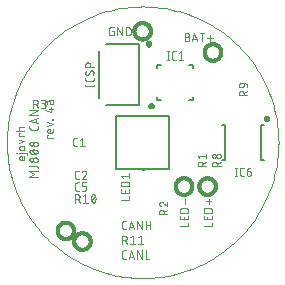
<source format=gto>
G04 EAGLE Gerber RS-274X export*
G75*
%MOMM*%
%FSLAX35Y35*%
%LPD*%
%INsilk_top*%
%IPPOS*%
%AMOC8*
5,1,8,0,0,1.08239X$1,22.5*%
G01*
%ADD10C,0.050800*%
%ADD11C,0.010000*%
%ADD12C,0.127000*%
%ADD13C,0.300000*%
%ADD14C,0.100000*%


D10*
X-1001290Y-118212D02*
X-1001290Y-137634D01*
X-1001293Y-137916D01*
X-1001304Y-138197D01*
X-1001321Y-138478D01*
X-1001344Y-138759D01*
X-1001375Y-139039D01*
X-1001412Y-139318D01*
X-1001456Y-139596D01*
X-1001507Y-139873D01*
X-1001565Y-140149D01*
X-1001629Y-140423D01*
X-1001699Y-140695D01*
X-1001777Y-140966D01*
X-1001860Y-141235D01*
X-1001951Y-141502D01*
X-1002047Y-141766D01*
X-1002150Y-142028D01*
X-1002260Y-142288D01*
X-1002375Y-142545D01*
X-1002497Y-142799D01*
X-1002625Y-143049D01*
X-1002759Y-143297D01*
X-1002898Y-143542D01*
X-1003044Y-143783D01*
X-1003196Y-144020D01*
X-1003353Y-144254D01*
X-1003516Y-144483D01*
X-1003684Y-144709D01*
X-1003857Y-144931D01*
X-1004036Y-145148D01*
X-1004221Y-145361D01*
X-1004410Y-145570D01*
X-1004604Y-145774D01*
X-1004803Y-145973D01*
X-1005007Y-146167D01*
X-1005216Y-146356D01*
X-1005429Y-146541D01*
X-1005646Y-146720D01*
X-1005868Y-146893D01*
X-1006094Y-147061D01*
X-1006323Y-147224D01*
X-1006557Y-147381D01*
X-1006794Y-147533D01*
X-1007035Y-147679D01*
X-1007280Y-147818D01*
X-1007528Y-147952D01*
X-1007778Y-148080D01*
X-1008032Y-148202D01*
X-1008289Y-148317D01*
X-1008549Y-148427D01*
X-1008811Y-148530D01*
X-1009075Y-148626D01*
X-1009342Y-148717D01*
X-1009611Y-148800D01*
X-1009882Y-148878D01*
X-1010154Y-148948D01*
X-1010428Y-149012D01*
X-1010704Y-149070D01*
X-1010981Y-149121D01*
X-1011259Y-149165D01*
X-1011538Y-149202D01*
X-1011818Y-149233D01*
X-1012099Y-149256D01*
X-1012380Y-149273D01*
X-1012661Y-149284D01*
X-1012943Y-149287D01*
X-1032365Y-149287D01*
X-1032743Y-149282D01*
X-1033122Y-149269D01*
X-1033499Y-149246D01*
X-1033876Y-149213D01*
X-1034252Y-149172D01*
X-1034627Y-149121D01*
X-1035001Y-149062D01*
X-1035373Y-148993D01*
X-1035743Y-148915D01*
X-1036112Y-148829D01*
X-1036478Y-148733D01*
X-1036841Y-148628D01*
X-1037202Y-148515D01*
X-1037561Y-148393D01*
X-1037916Y-148262D01*
X-1038267Y-148122D01*
X-1038616Y-147974D01*
X-1038960Y-147818D01*
X-1039301Y-147653D01*
X-1039637Y-147480D01*
X-1039970Y-147299D01*
X-1040297Y-147110D01*
X-1040620Y-146913D01*
X-1040938Y-146708D01*
X-1041251Y-146495D01*
X-1041559Y-146275D01*
X-1041861Y-146047D01*
X-1042158Y-145812D01*
X-1042449Y-145570D01*
X-1042734Y-145321D01*
X-1043013Y-145065D01*
X-1043285Y-144803D01*
X-1043551Y-144534D01*
X-1043810Y-144258D01*
X-1044063Y-143976D01*
X-1044308Y-143688D01*
X-1044547Y-143394D01*
X-1044778Y-143095D01*
X-1045002Y-142790D01*
X-1045218Y-142480D01*
X-1045427Y-142164D01*
X-1045628Y-141843D01*
X-1045821Y-141518D01*
X-1046006Y-141188D01*
X-1046184Y-140854D01*
X-1046353Y-140515D01*
X-1046513Y-140172D01*
X-1046665Y-139826D01*
X-1046809Y-139476D01*
X-1046944Y-139123D01*
X-1047071Y-138766D01*
X-1047189Y-138406D01*
X-1047298Y-138044D01*
X-1047398Y-137679D01*
X-1047489Y-137312D01*
X-1047571Y-136943D01*
X-1047645Y-136571D01*
X-1047709Y-136198D01*
X-1047764Y-135824D01*
X-1047810Y-135448D01*
X-1047847Y-135072D01*
X-1047874Y-134694D01*
X-1047893Y-134316D01*
X-1047902Y-133938D01*
X-1047902Y-133560D01*
X-1047893Y-133182D01*
X-1047874Y-132804D01*
X-1047847Y-132426D01*
X-1047810Y-132050D01*
X-1047764Y-131674D01*
X-1047709Y-131300D01*
X-1047645Y-130927D01*
X-1047571Y-130555D01*
X-1047489Y-130186D01*
X-1047398Y-129819D01*
X-1047298Y-129454D01*
X-1047189Y-129092D01*
X-1047071Y-128732D01*
X-1046944Y-128375D01*
X-1046809Y-128022D01*
X-1046665Y-127672D01*
X-1046513Y-127326D01*
X-1046353Y-126983D01*
X-1046184Y-126644D01*
X-1046006Y-126310D01*
X-1045821Y-125980D01*
X-1045628Y-125655D01*
X-1045427Y-125334D01*
X-1045218Y-125018D01*
X-1045002Y-124708D01*
X-1044778Y-124403D01*
X-1044547Y-124104D01*
X-1044308Y-123810D01*
X-1044063Y-123522D01*
X-1043810Y-123240D01*
X-1043551Y-122964D01*
X-1043285Y-122695D01*
X-1043013Y-122433D01*
X-1042734Y-122177D01*
X-1042449Y-121928D01*
X-1042158Y-121686D01*
X-1041861Y-121451D01*
X-1041559Y-121223D01*
X-1041251Y-121003D01*
X-1040938Y-120790D01*
X-1040620Y-120585D01*
X-1040297Y-120388D01*
X-1039970Y-120199D01*
X-1039637Y-120018D01*
X-1039301Y-119845D01*
X-1038960Y-119680D01*
X-1038616Y-119524D01*
X-1038267Y-119376D01*
X-1037916Y-119236D01*
X-1037561Y-119105D01*
X-1037202Y-118983D01*
X-1036841Y-118870D01*
X-1036478Y-118765D01*
X-1036112Y-118669D01*
X-1035743Y-118583D01*
X-1035373Y-118505D01*
X-1035001Y-118436D01*
X-1034627Y-118377D01*
X-1034252Y-118326D01*
X-1033876Y-118285D01*
X-1033499Y-118252D01*
X-1033122Y-118229D01*
X-1032743Y-118216D01*
X-1032365Y-118211D01*
X-1032365Y-118212D02*
X-1024597Y-118212D01*
X-1024597Y-149287D01*
X-1047903Y-92077D02*
X-989637Y-92077D01*
X-989351Y-92081D01*
X-989065Y-92091D01*
X-988780Y-92109D01*
X-988495Y-92133D01*
X-988210Y-92165D01*
X-987927Y-92203D01*
X-987645Y-92249D01*
X-987363Y-92301D01*
X-987084Y-92360D01*
X-986805Y-92426D01*
X-986529Y-92499D01*
X-986254Y-92579D01*
X-985981Y-92665D01*
X-985711Y-92758D01*
X-985443Y-92858D01*
X-985177Y-92964D01*
X-984914Y-93077D01*
X-984654Y-93196D01*
X-984397Y-93321D01*
X-984144Y-93453D01*
X-983893Y-93591D01*
X-983646Y-93735D01*
X-983402Y-93885D01*
X-983163Y-94041D01*
X-982927Y-94203D01*
X-982695Y-94370D01*
X-982467Y-94543D01*
X-982244Y-94722D01*
X-982025Y-94906D01*
X-981811Y-95096D01*
X-981601Y-95290D01*
X-981397Y-95490D01*
X-981197Y-95695D01*
X-981002Y-95904D01*
X-980813Y-96119D01*
X-980629Y-96338D01*
X-980450Y-96561D01*
X-980277Y-96788D01*
X-980109Y-97020D01*
X-979947Y-97256D01*
X-979791Y-97496D01*
X-979641Y-97739D01*
X-979497Y-97986D01*
X-979359Y-98237D01*
X-979228Y-98491D01*
X-979102Y-98748D01*
X-978983Y-99008D01*
X-978870Y-99271D01*
X-978764Y-99536D01*
X-978664Y-99804D01*
X-978571Y-100075D01*
X-978485Y-100348D01*
X-978405Y-100622D01*
X-978332Y-100899D01*
X-978266Y-101177D01*
X-978207Y-101457D01*
X-978155Y-101738D01*
X-978109Y-102020D01*
X-978071Y-102304D01*
X-978039Y-102588D01*
X-978015Y-102873D01*
X-977997Y-103159D01*
X-977987Y-103444D01*
X-977983Y-103730D01*
X-977983Y-107615D01*
X-1067325Y-94019D02*
X-1071210Y-94019D01*
X-1071210Y-90135D01*
X-1067325Y-90135D01*
X-1067325Y-94019D01*
X-1032365Y-63788D02*
X-1016828Y-63788D01*
X-1032365Y-63788D02*
X-1032743Y-63783D01*
X-1033122Y-63770D01*
X-1033499Y-63747D01*
X-1033876Y-63714D01*
X-1034252Y-63673D01*
X-1034627Y-63622D01*
X-1035001Y-63563D01*
X-1035373Y-63494D01*
X-1035743Y-63416D01*
X-1036112Y-63330D01*
X-1036478Y-63234D01*
X-1036841Y-63129D01*
X-1037202Y-63016D01*
X-1037561Y-62894D01*
X-1037916Y-62763D01*
X-1038267Y-62623D01*
X-1038616Y-62475D01*
X-1038960Y-62319D01*
X-1039301Y-62154D01*
X-1039637Y-61981D01*
X-1039970Y-61800D01*
X-1040297Y-61611D01*
X-1040620Y-61414D01*
X-1040938Y-61209D01*
X-1041251Y-60996D01*
X-1041559Y-60776D01*
X-1041861Y-60548D01*
X-1042158Y-60313D01*
X-1042449Y-60071D01*
X-1042734Y-59822D01*
X-1043013Y-59566D01*
X-1043285Y-59304D01*
X-1043551Y-59035D01*
X-1043810Y-58759D01*
X-1044063Y-58477D01*
X-1044308Y-58189D01*
X-1044547Y-57895D01*
X-1044778Y-57596D01*
X-1045002Y-57291D01*
X-1045218Y-56981D01*
X-1045427Y-56665D01*
X-1045628Y-56344D01*
X-1045821Y-56019D01*
X-1046006Y-55689D01*
X-1046184Y-55355D01*
X-1046353Y-55016D01*
X-1046513Y-54673D01*
X-1046665Y-54327D01*
X-1046809Y-53977D01*
X-1046944Y-53624D01*
X-1047071Y-53267D01*
X-1047189Y-52907D01*
X-1047298Y-52545D01*
X-1047398Y-52180D01*
X-1047489Y-51813D01*
X-1047571Y-51444D01*
X-1047645Y-51072D01*
X-1047709Y-50699D01*
X-1047764Y-50325D01*
X-1047810Y-49949D01*
X-1047847Y-49573D01*
X-1047874Y-49195D01*
X-1047893Y-48817D01*
X-1047902Y-48439D01*
X-1047902Y-48061D01*
X-1047893Y-47683D01*
X-1047874Y-47305D01*
X-1047847Y-46927D01*
X-1047810Y-46551D01*
X-1047764Y-46175D01*
X-1047709Y-45801D01*
X-1047645Y-45428D01*
X-1047571Y-45056D01*
X-1047489Y-44687D01*
X-1047398Y-44320D01*
X-1047298Y-43955D01*
X-1047189Y-43593D01*
X-1047071Y-43233D01*
X-1046944Y-42876D01*
X-1046809Y-42523D01*
X-1046665Y-42173D01*
X-1046513Y-41827D01*
X-1046353Y-41484D01*
X-1046184Y-41145D01*
X-1046006Y-40811D01*
X-1045821Y-40481D01*
X-1045628Y-40156D01*
X-1045427Y-39835D01*
X-1045218Y-39519D01*
X-1045002Y-39209D01*
X-1044778Y-38904D01*
X-1044547Y-38605D01*
X-1044308Y-38311D01*
X-1044063Y-38023D01*
X-1043810Y-37741D01*
X-1043551Y-37465D01*
X-1043285Y-37196D01*
X-1043013Y-36934D01*
X-1042734Y-36678D01*
X-1042449Y-36429D01*
X-1042158Y-36187D01*
X-1041861Y-35952D01*
X-1041559Y-35724D01*
X-1041251Y-35504D01*
X-1040938Y-35291D01*
X-1040620Y-35086D01*
X-1040297Y-34889D01*
X-1039970Y-34700D01*
X-1039637Y-34519D01*
X-1039301Y-34346D01*
X-1038960Y-34181D01*
X-1038616Y-34025D01*
X-1038267Y-33877D01*
X-1037916Y-33737D01*
X-1037561Y-33606D01*
X-1037202Y-33484D01*
X-1036841Y-33371D01*
X-1036478Y-33266D01*
X-1036112Y-33170D01*
X-1035743Y-33084D01*
X-1035373Y-33006D01*
X-1035001Y-32937D01*
X-1034627Y-32878D01*
X-1034252Y-32827D01*
X-1033876Y-32786D01*
X-1033499Y-32753D01*
X-1033122Y-32730D01*
X-1032743Y-32717D01*
X-1032365Y-32712D01*
X-1016828Y-32712D01*
X-1016450Y-32717D01*
X-1016071Y-32730D01*
X-1015694Y-32753D01*
X-1015317Y-32786D01*
X-1014941Y-32827D01*
X-1014566Y-32878D01*
X-1014192Y-32937D01*
X-1013820Y-33006D01*
X-1013450Y-33084D01*
X-1013081Y-33170D01*
X-1012715Y-33266D01*
X-1012352Y-33371D01*
X-1011991Y-33484D01*
X-1011632Y-33606D01*
X-1011277Y-33737D01*
X-1010926Y-33877D01*
X-1010577Y-34025D01*
X-1010233Y-34181D01*
X-1009892Y-34346D01*
X-1009556Y-34519D01*
X-1009223Y-34700D01*
X-1008896Y-34889D01*
X-1008573Y-35086D01*
X-1008255Y-35291D01*
X-1007942Y-35504D01*
X-1007634Y-35724D01*
X-1007332Y-35952D01*
X-1007035Y-36187D01*
X-1006744Y-36429D01*
X-1006459Y-36678D01*
X-1006180Y-36934D01*
X-1005908Y-37196D01*
X-1005642Y-37465D01*
X-1005383Y-37741D01*
X-1005130Y-38023D01*
X-1004885Y-38311D01*
X-1004646Y-38605D01*
X-1004415Y-38904D01*
X-1004191Y-39209D01*
X-1003975Y-39519D01*
X-1003766Y-39835D01*
X-1003565Y-40156D01*
X-1003372Y-40481D01*
X-1003187Y-40811D01*
X-1003009Y-41145D01*
X-1002840Y-41484D01*
X-1002680Y-41827D01*
X-1002528Y-42173D01*
X-1002384Y-42523D01*
X-1002249Y-42876D01*
X-1002122Y-43233D01*
X-1002004Y-43593D01*
X-1001895Y-43955D01*
X-1001795Y-44320D01*
X-1001704Y-44687D01*
X-1001622Y-45056D01*
X-1001548Y-45428D01*
X-1001484Y-45801D01*
X-1001429Y-46175D01*
X-1001383Y-46551D01*
X-1001346Y-46927D01*
X-1001319Y-47305D01*
X-1001300Y-47683D01*
X-1001291Y-48061D01*
X-1001291Y-48439D01*
X-1001300Y-48817D01*
X-1001319Y-49195D01*
X-1001346Y-49573D01*
X-1001383Y-49949D01*
X-1001429Y-50325D01*
X-1001484Y-50699D01*
X-1001548Y-51072D01*
X-1001622Y-51444D01*
X-1001704Y-51813D01*
X-1001795Y-52180D01*
X-1001895Y-52545D01*
X-1002004Y-52907D01*
X-1002122Y-53267D01*
X-1002249Y-53624D01*
X-1002384Y-53977D01*
X-1002528Y-54327D01*
X-1002680Y-54673D01*
X-1002840Y-55016D01*
X-1003009Y-55355D01*
X-1003187Y-55689D01*
X-1003372Y-56019D01*
X-1003565Y-56344D01*
X-1003766Y-56665D01*
X-1003975Y-56981D01*
X-1004191Y-57291D01*
X-1004415Y-57596D01*
X-1004646Y-57895D01*
X-1004885Y-58189D01*
X-1005130Y-58477D01*
X-1005383Y-58759D01*
X-1005642Y-59035D01*
X-1005908Y-59304D01*
X-1006180Y-59566D01*
X-1006459Y-59822D01*
X-1006744Y-60071D01*
X-1007035Y-60313D01*
X-1007332Y-60548D01*
X-1007634Y-60776D01*
X-1007942Y-60996D01*
X-1008255Y-61209D01*
X-1008573Y-61414D01*
X-1008896Y-61611D01*
X-1009223Y-61800D01*
X-1009556Y-61981D01*
X-1009892Y-62154D01*
X-1010233Y-62319D01*
X-1010577Y-62475D01*
X-1010926Y-62623D01*
X-1011277Y-62763D01*
X-1011632Y-62894D01*
X-1011991Y-63016D01*
X-1012352Y-63129D01*
X-1012715Y-63234D01*
X-1013081Y-63330D01*
X-1013450Y-63416D01*
X-1013820Y-63494D01*
X-1014192Y-63563D01*
X-1014566Y-63622D01*
X-1014941Y-63673D01*
X-1015317Y-63714D01*
X-1015694Y-63747D01*
X-1016071Y-63770D01*
X-1016450Y-63783D01*
X-1016828Y-63788D01*
X-1047903Y-7538D02*
X-1001290Y8000D01*
X-1047903Y23538D01*
X-1047903Y51324D02*
X-1001290Y51324D01*
X-1047903Y51324D02*
X-1047903Y74631D01*
X-1040134Y74631D01*
X-1071210Y98212D02*
X-1001290Y98212D01*
X-1047903Y98212D02*
X-1047903Y117634D01*
X-1047900Y117916D01*
X-1047889Y118197D01*
X-1047872Y118478D01*
X-1047849Y118759D01*
X-1047818Y119039D01*
X-1047781Y119318D01*
X-1047737Y119596D01*
X-1047686Y119873D01*
X-1047628Y120149D01*
X-1047564Y120423D01*
X-1047494Y120695D01*
X-1047416Y120966D01*
X-1047333Y121235D01*
X-1047242Y121502D01*
X-1047146Y121766D01*
X-1047043Y122028D01*
X-1046933Y122288D01*
X-1046818Y122545D01*
X-1046696Y122799D01*
X-1046568Y123049D01*
X-1046434Y123297D01*
X-1046295Y123542D01*
X-1046149Y123783D01*
X-1045997Y124020D01*
X-1045840Y124254D01*
X-1045677Y124483D01*
X-1045509Y124709D01*
X-1045336Y124931D01*
X-1045157Y125148D01*
X-1044972Y125361D01*
X-1044783Y125570D01*
X-1044589Y125774D01*
X-1044390Y125973D01*
X-1044186Y126167D01*
X-1043977Y126356D01*
X-1043764Y126541D01*
X-1043547Y126720D01*
X-1043325Y126893D01*
X-1043099Y127061D01*
X-1042870Y127224D01*
X-1042636Y127381D01*
X-1042399Y127533D01*
X-1042158Y127679D01*
X-1041913Y127818D01*
X-1041665Y127952D01*
X-1041415Y128080D01*
X-1041161Y128202D01*
X-1040904Y128317D01*
X-1040644Y128427D01*
X-1040382Y128530D01*
X-1040118Y128626D01*
X-1039851Y128717D01*
X-1039582Y128800D01*
X-1039311Y128878D01*
X-1039039Y128948D01*
X-1038765Y129012D01*
X-1038489Y129070D01*
X-1038212Y129121D01*
X-1037934Y129165D01*
X-1037655Y129202D01*
X-1037375Y129233D01*
X-1037094Y129256D01*
X-1036813Y129273D01*
X-1036532Y129284D01*
X-1036250Y129287D01*
X-1001290Y129287D01*
X-958710Y-292364D02*
X-888790Y-292364D01*
X-919865Y-269058D02*
X-958710Y-292364D01*
X-919865Y-269058D02*
X-958710Y-245751D01*
X-888790Y-245751D01*
X-904328Y-197632D02*
X-958710Y-197632D01*
X-904328Y-197632D02*
X-903953Y-197637D01*
X-903577Y-197650D01*
X-903202Y-197673D01*
X-902828Y-197705D01*
X-902455Y-197745D01*
X-902083Y-197795D01*
X-901712Y-197854D01*
X-901343Y-197921D01*
X-900975Y-197998D01*
X-900609Y-198084D01*
X-900246Y-198178D01*
X-899885Y-198281D01*
X-899526Y-198393D01*
X-899171Y-198513D01*
X-898818Y-198642D01*
X-898469Y-198779D01*
X-898123Y-198925D01*
X-897780Y-199079D01*
X-897442Y-199241D01*
X-897107Y-199412D01*
X-896777Y-199590D01*
X-896451Y-199777D01*
X-896129Y-199971D01*
X-895813Y-200173D01*
X-895501Y-200383D01*
X-895195Y-200600D01*
X-894894Y-200824D01*
X-894598Y-201056D01*
X-894308Y-201294D01*
X-894024Y-201540D01*
X-893746Y-201792D01*
X-893474Y-202051D01*
X-893209Y-202317D01*
X-892950Y-202588D01*
X-892698Y-202867D01*
X-892452Y-203151D01*
X-892213Y-203440D01*
X-891982Y-203736D01*
X-891757Y-204037D01*
X-891540Y-204344D01*
X-891331Y-204655D01*
X-891129Y-204972D01*
X-890935Y-205293D01*
X-890748Y-205619D01*
X-890570Y-205949D01*
X-890399Y-206284D01*
X-890237Y-206622D01*
X-890083Y-206965D01*
X-889937Y-207311D01*
X-889800Y-207660D01*
X-889671Y-208013D01*
X-889550Y-208369D01*
X-889439Y-208727D01*
X-889336Y-209088D01*
X-889241Y-209452D01*
X-889156Y-209817D01*
X-889079Y-210185D01*
X-889012Y-210554D01*
X-888953Y-210925D01*
X-888903Y-211297D01*
X-888863Y-211671D01*
X-888831Y-212045D01*
X-888808Y-212420D01*
X-888795Y-212795D01*
X-888790Y-213170D01*
X-888790Y-220939D01*
X-908212Y-166980D02*
X-908685Y-166974D01*
X-909158Y-166957D01*
X-909630Y-166928D01*
X-910101Y-166888D01*
X-910571Y-166836D01*
X-911040Y-166773D01*
X-911507Y-166698D01*
X-911972Y-166613D01*
X-912435Y-166515D01*
X-912895Y-166407D01*
X-913353Y-166287D01*
X-913807Y-166157D01*
X-914259Y-166015D01*
X-914706Y-165862D01*
X-915150Y-165698D01*
X-915590Y-165524D01*
X-916025Y-165339D01*
X-916456Y-165144D01*
X-916882Y-164938D01*
X-917302Y-164721D01*
X-917717Y-164495D01*
X-918127Y-164258D01*
X-918531Y-164012D01*
X-918928Y-163756D01*
X-919320Y-163490D01*
X-919704Y-163215D01*
X-920082Y-162930D01*
X-920453Y-162637D01*
X-920817Y-162334D01*
X-921173Y-162023D01*
X-921521Y-161703D01*
X-921862Y-161375D01*
X-922194Y-161038D01*
X-922518Y-160694D01*
X-922834Y-160342D01*
X-923141Y-159982D01*
X-923439Y-159615D01*
X-923728Y-159240D01*
X-924008Y-158859D01*
X-924278Y-158471D01*
X-924539Y-158076D01*
X-924790Y-157676D01*
X-925032Y-157269D01*
X-925263Y-156857D01*
X-925485Y-156439D01*
X-925696Y-156015D01*
X-925897Y-155587D01*
X-926087Y-155154D01*
X-926267Y-154717D01*
X-926436Y-154275D01*
X-926594Y-153829D01*
X-926741Y-153380D01*
X-926877Y-152927D01*
X-927002Y-152470D01*
X-927117Y-152011D01*
X-927219Y-151550D01*
X-927311Y-151086D01*
X-927391Y-150620D01*
X-927460Y-150152D01*
X-927517Y-149682D01*
X-927563Y-149211D01*
X-927598Y-148740D01*
X-927621Y-148267D01*
X-927633Y-147794D01*
X-927633Y-147322D01*
X-927621Y-146849D01*
X-927598Y-146376D01*
X-927563Y-145905D01*
X-927517Y-145434D01*
X-927460Y-144964D01*
X-927391Y-144496D01*
X-927311Y-144030D01*
X-927219Y-143566D01*
X-927117Y-143105D01*
X-927002Y-142646D01*
X-926877Y-142189D01*
X-926741Y-141736D01*
X-926594Y-141287D01*
X-926436Y-140841D01*
X-926267Y-140399D01*
X-926087Y-139962D01*
X-925897Y-139529D01*
X-925696Y-139101D01*
X-925485Y-138677D01*
X-925263Y-138259D01*
X-925032Y-137847D01*
X-924790Y-137440D01*
X-924539Y-137040D01*
X-924278Y-136645D01*
X-924008Y-136257D01*
X-923728Y-135876D01*
X-923439Y-135501D01*
X-923141Y-135134D01*
X-922834Y-134774D01*
X-922518Y-134422D01*
X-922194Y-134078D01*
X-921862Y-133741D01*
X-921521Y-133413D01*
X-921173Y-133093D01*
X-920817Y-132782D01*
X-920453Y-132479D01*
X-920082Y-132186D01*
X-919704Y-131901D01*
X-919320Y-131626D01*
X-918928Y-131360D01*
X-918531Y-131104D01*
X-918127Y-130858D01*
X-917717Y-130621D01*
X-917302Y-130395D01*
X-916882Y-130178D01*
X-916456Y-129972D01*
X-916025Y-129777D01*
X-915590Y-129592D01*
X-915150Y-129418D01*
X-914706Y-129254D01*
X-914259Y-129101D01*
X-913807Y-128959D01*
X-913353Y-128829D01*
X-912895Y-128709D01*
X-912435Y-128601D01*
X-911972Y-128503D01*
X-911507Y-128418D01*
X-911040Y-128343D01*
X-910571Y-128280D01*
X-910101Y-128228D01*
X-909630Y-128188D01*
X-909158Y-128159D01*
X-908685Y-128142D01*
X-908212Y-128136D01*
X-907739Y-128142D01*
X-907266Y-128159D01*
X-906794Y-128188D01*
X-906323Y-128228D01*
X-905853Y-128280D01*
X-905384Y-128343D01*
X-904917Y-128418D01*
X-904452Y-128503D01*
X-903989Y-128601D01*
X-903529Y-128709D01*
X-903071Y-128829D01*
X-902617Y-128959D01*
X-902165Y-129101D01*
X-901718Y-129254D01*
X-901274Y-129418D01*
X-900834Y-129592D01*
X-900399Y-129777D01*
X-899968Y-129972D01*
X-899542Y-130178D01*
X-899122Y-130395D01*
X-898707Y-130621D01*
X-898297Y-130858D01*
X-897893Y-131104D01*
X-897496Y-131360D01*
X-897104Y-131626D01*
X-896720Y-131901D01*
X-896342Y-132186D01*
X-895971Y-132479D01*
X-895607Y-132782D01*
X-895251Y-133093D01*
X-894903Y-133413D01*
X-894562Y-133741D01*
X-894230Y-134078D01*
X-893906Y-134422D01*
X-893590Y-134774D01*
X-893283Y-135134D01*
X-892985Y-135501D01*
X-892696Y-135876D01*
X-892416Y-136257D01*
X-892146Y-136645D01*
X-891885Y-137040D01*
X-891634Y-137440D01*
X-891392Y-137847D01*
X-891161Y-138259D01*
X-890939Y-138677D01*
X-890728Y-139101D01*
X-890527Y-139529D01*
X-890337Y-139962D01*
X-890157Y-140399D01*
X-889988Y-140841D01*
X-889830Y-141287D01*
X-889683Y-141736D01*
X-889547Y-142189D01*
X-889422Y-142646D01*
X-889307Y-143105D01*
X-889205Y-143566D01*
X-889113Y-144030D01*
X-889033Y-144496D01*
X-888964Y-144964D01*
X-888907Y-145434D01*
X-888861Y-145905D01*
X-888826Y-146376D01*
X-888803Y-146849D01*
X-888791Y-147322D01*
X-888791Y-147794D01*
X-888803Y-148267D01*
X-888826Y-148740D01*
X-888861Y-149211D01*
X-888907Y-149682D01*
X-888964Y-150152D01*
X-889033Y-150620D01*
X-889113Y-151086D01*
X-889205Y-151550D01*
X-889307Y-152011D01*
X-889422Y-152470D01*
X-889547Y-152927D01*
X-889683Y-153380D01*
X-889830Y-153829D01*
X-889988Y-154275D01*
X-890157Y-154717D01*
X-890337Y-155154D01*
X-890527Y-155587D01*
X-890728Y-156015D01*
X-890939Y-156439D01*
X-891161Y-156857D01*
X-891392Y-157269D01*
X-891634Y-157676D01*
X-891885Y-158076D01*
X-892146Y-158471D01*
X-892416Y-158859D01*
X-892696Y-159240D01*
X-892985Y-159615D01*
X-893283Y-159982D01*
X-893590Y-160342D01*
X-893906Y-160694D01*
X-894230Y-161038D01*
X-894562Y-161375D01*
X-894903Y-161703D01*
X-895251Y-162023D01*
X-895607Y-162334D01*
X-895971Y-162637D01*
X-896342Y-162930D01*
X-896720Y-163215D01*
X-897104Y-163490D01*
X-897496Y-163756D01*
X-897893Y-164012D01*
X-898297Y-164258D01*
X-898707Y-164495D01*
X-899122Y-164721D01*
X-899542Y-164938D01*
X-899968Y-165144D01*
X-900399Y-165339D01*
X-900834Y-165524D01*
X-901274Y-165698D01*
X-901718Y-165862D01*
X-902165Y-166015D01*
X-902617Y-166157D01*
X-903071Y-166287D01*
X-903529Y-166407D01*
X-903989Y-166515D01*
X-904452Y-166613D01*
X-904917Y-166698D01*
X-905384Y-166773D01*
X-905853Y-166836D01*
X-906323Y-166888D01*
X-906794Y-166928D01*
X-907266Y-166957D01*
X-907739Y-166974D01*
X-908212Y-166980D01*
X-943172Y-163096D02*
X-943550Y-163091D01*
X-943929Y-163078D01*
X-944306Y-163055D01*
X-944683Y-163022D01*
X-945059Y-162981D01*
X-945434Y-162930D01*
X-945808Y-162871D01*
X-946180Y-162802D01*
X-946550Y-162724D01*
X-946919Y-162638D01*
X-947285Y-162542D01*
X-947648Y-162437D01*
X-948009Y-162324D01*
X-948368Y-162202D01*
X-948723Y-162071D01*
X-949074Y-161931D01*
X-949423Y-161783D01*
X-949767Y-161627D01*
X-950108Y-161462D01*
X-950444Y-161289D01*
X-950777Y-161108D01*
X-951104Y-160919D01*
X-951427Y-160722D01*
X-951745Y-160517D01*
X-952058Y-160304D01*
X-952366Y-160084D01*
X-952668Y-159856D01*
X-952965Y-159621D01*
X-953256Y-159379D01*
X-953541Y-159130D01*
X-953820Y-158874D01*
X-954092Y-158612D01*
X-954358Y-158343D01*
X-954617Y-158067D01*
X-954870Y-157785D01*
X-955115Y-157497D01*
X-955354Y-157203D01*
X-955585Y-156904D01*
X-955809Y-156599D01*
X-956025Y-156289D01*
X-956234Y-155973D01*
X-956435Y-155652D01*
X-956628Y-155327D01*
X-956813Y-154997D01*
X-956991Y-154663D01*
X-957160Y-154324D01*
X-957320Y-153981D01*
X-957472Y-153635D01*
X-957616Y-153285D01*
X-957751Y-152932D01*
X-957878Y-152575D01*
X-957996Y-152215D01*
X-958105Y-151853D01*
X-958205Y-151488D01*
X-958296Y-151121D01*
X-958378Y-150752D01*
X-958452Y-150380D01*
X-958516Y-150007D01*
X-958571Y-149633D01*
X-958617Y-149257D01*
X-958654Y-148881D01*
X-958681Y-148503D01*
X-958700Y-148125D01*
X-958709Y-147747D01*
X-958709Y-147369D01*
X-958700Y-146991D01*
X-958681Y-146613D01*
X-958654Y-146235D01*
X-958617Y-145859D01*
X-958571Y-145483D01*
X-958516Y-145109D01*
X-958452Y-144736D01*
X-958378Y-144364D01*
X-958296Y-143995D01*
X-958205Y-143628D01*
X-958105Y-143263D01*
X-957996Y-142901D01*
X-957878Y-142541D01*
X-957751Y-142184D01*
X-957616Y-141831D01*
X-957472Y-141481D01*
X-957320Y-141135D01*
X-957160Y-140792D01*
X-956991Y-140453D01*
X-956813Y-140119D01*
X-956628Y-139789D01*
X-956435Y-139464D01*
X-956234Y-139143D01*
X-956025Y-138827D01*
X-955809Y-138517D01*
X-955585Y-138212D01*
X-955354Y-137913D01*
X-955115Y-137619D01*
X-954870Y-137331D01*
X-954617Y-137049D01*
X-954358Y-136773D01*
X-954092Y-136504D01*
X-953820Y-136242D01*
X-953541Y-135986D01*
X-953256Y-135737D01*
X-952965Y-135495D01*
X-952668Y-135260D01*
X-952366Y-135032D01*
X-952058Y-134812D01*
X-951745Y-134599D01*
X-951427Y-134394D01*
X-951104Y-134197D01*
X-950777Y-134008D01*
X-950444Y-133827D01*
X-950108Y-133654D01*
X-949767Y-133489D01*
X-949423Y-133333D01*
X-949074Y-133185D01*
X-948723Y-133045D01*
X-948368Y-132914D01*
X-948009Y-132792D01*
X-947648Y-132679D01*
X-947285Y-132574D01*
X-946919Y-132478D01*
X-946550Y-132392D01*
X-946180Y-132314D01*
X-945808Y-132245D01*
X-945434Y-132186D01*
X-945059Y-132135D01*
X-944683Y-132094D01*
X-944306Y-132061D01*
X-943929Y-132038D01*
X-943550Y-132025D01*
X-943172Y-132020D01*
X-942794Y-132025D01*
X-942415Y-132038D01*
X-942038Y-132061D01*
X-941661Y-132094D01*
X-941285Y-132135D01*
X-940910Y-132186D01*
X-940536Y-132245D01*
X-940164Y-132314D01*
X-939794Y-132392D01*
X-939425Y-132478D01*
X-939059Y-132574D01*
X-938696Y-132679D01*
X-938335Y-132792D01*
X-937976Y-132914D01*
X-937621Y-133045D01*
X-937270Y-133185D01*
X-936921Y-133333D01*
X-936577Y-133489D01*
X-936236Y-133654D01*
X-935900Y-133827D01*
X-935567Y-134008D01*
X-935240Y-134197D01*
X-934917Y-134394D01*
X-934599Y-134599D01*
X-934286Y-134812D01*
X-933978Y-135032D01*
X-933676Y-135260D01*
X-933379Y-135495D01*
X-933088Y-135737D01*
X-932803Y-135986D01*
X-932524Y-136242D01*
X-932252Y-136504D01*
X-931986Y-136773D01*
X-931727Y-137049D01*
X-931474Y-137331D01*
X-931229Y-137619D01*
X-930990Y-137913D01*
X-930759Y-138212D01*
X-930535Y-138517D01*
X-930319Y-138827D01*
X-930110Y-139143D01*
X-929909Y-139464D01*
X-929716Y-139789D01*
X-929531Y-140119D01*
X-929353Y-140453D01*
X-929184Y-140792D01*
X-929024Y-141135D01*
X-928872Y-141481D01*
X-928728Y-141831D01*
X-928593Y-142184D01*
X-928466Y-142541D01*
X-928348Y-142901D01*
X-928239Y-143263D01*
X-928139Y-143628D01*
X-928048Y-143995D01*
X-927966Y-144364D01*
X-927892Y-144736D01*
X-927828Y-145109D01*
X-927773Y-145483D01*
X-927727Y-145859D01*
X-927690Y-146235D01*
X-927663Y-146613D01*
X-927644Y-146991D01*
X-927635Y-147369D01*
X-927635Y-147747D01*
X-927644Y-148125D01*
X-927663Y-148503D01*
X-927690Y-148881D01*
X-927727Y-149257D01*
X-927773Y-149633D01*
X-927828Y-150007D01*
X-927892Y-150380D01*
X-927966Y-150752D01*
X-928048Y-151121D01*
X-928139Y-151488D01*
X-928239Y-151853D01*
X-928348Y-152215D01*
X-928466Y-152575D01*
X-928593Y-152932D01*
X-928728Y-153285D01*
X-928872Y-153635D01*
X-929024Y-153981D01*
X-929184Y-154324D01*
X-929353Y-154663D01*
X-929531Y-154997D01*
X-929716Y-155327D01*
X-929909Y-155652D01*
X-930110Y-155973D01*
X-930319Y-156289D01*
X-930535Y-156599D01*
X-930759Y-156904D01*
X-930990Y-157203D01*
X-931229Y-157497D01*
X-931474Y-157785D01*
X-931727Y-158067D01*
X-931986Y-158343D01*
X-932252Y-158612D01*
X-932524Y-158874D01*
X-932803Y-159130D01*
X-933088Y-159379D01*
X-933379Y-159621D01*
X-933676Y-159856D01*
X-933978Y-160084D01*
X-934286Y-160304D01*
X-934599Y-160517D01*
X-934917Y-160722D01*
X-935240Y-160919D01*
X-935567Y-161108D01*
X-935900Y-161289D01*
X-936236Y-161462D01*
X-936577Y-161627D01*
X-936921Y-161783D01*
X-937270Y-161931D01*
X-937621Y-162071D01*
X-937976Y-162202D01*
X-938335Y-162324D01*
X-938696Y-162437D01*
X-939059Y-162542D01*
X-939425Y-162638D01*
X-939794Y-162724D01*
X-940164Y-162802D01*
X-940536Y-162871D01*
X-940910Y-162930D01*
X-941285Y-162981D01*
X-941661Y-163022D01*
X-942038Y-163055D01*
X-942415Y-163078D01*
X-942794Y-163091D01*
X-943172Y-163096D01*
X-923750Y-99480D02*
X-925125Y-99464D01*
X-926500Y-99414D01*
X-927873Y-99332D01*
X-929244Y-99217D01*
X-930612Y-99070D01*
X-931975Y-98890D01*
X-933334Y-98677D01*
X-934688Y-98432D01*
X-936035Y-98155D01*
X-937375Y-97846D01*
X-938708Y-97505D01*
X-940032Y-97132D01*
X-941347Y-96727D01*
X-942652Y-96292D01*
X-943945Y-95825D01*
X-945228Y-95327D01*
X-946498Y-94799D01*
X-947755Y-94241D01*
X-948999Y-93653D01*
X-948999Y-93654D02*
X-949329Y-93537D01*
X-949655Y-93411D01*
X-949978Y-93278D01*
X-950298Y-93137D01*
X-950614Y-92988D01*
X-950927Y-92832D01*
X-951236Y-92668D01*
X-951540Y-92496D01*
X-951841Y-92317D01*
X-952137Y-92131D01*
X-952428Y-91938D01*
X-952715Y-91738D01*
X-952996Y-91531D01*
X-953273Y-91317D01*
X-953544Y-91096D01*
X-953810Y-90869D01*
X-954070Y-90635D01*
X-954324Y-90395D01*
X-954573Y-90149D01*
X-954815Y-89898D01*
X-955051Y-89640D01*
X-955281Y-89376D01*
X-955504Y-89108D01*
X-955721Y-88833D01*
X-955931Y-88554D01*
X-956134Y-88269D01*
X-956331Y-87980D01*
X-956520Y-87686D01*
X-956702Y-87387D01*
X-956876Y-87085D01*
X-957044Y-86778D01*
X-957203Y-86467D01*
X-957355Y-86152D01*
X-957500Y-85833D01*
X-957636Y-85512D01*
X-957765Y-85186D01*
X-957886Y-84858D01*
X-957998Y-84527D01*
X-958103Y-84194D01*
X-958200Y-83858D01*
X-958288Y-83520D01*
X-958368Y-83179D01*
X-958440Y-82837D01*
X-958503Y-82493D01*
X-958558Y-82148D01*
X-958605Y-81802D01*
X-958643Y-81454D01*
X-958673Y-81106D01*
X-958694Y-80757D01*
X-958707Y-80408D01*
X-958711Y-80058D01*
X-958710Y-80058D02*
X-958706Y-79708D01*
X-958693Y-79359D01*
X-958672Y-79010D01*
X-958642Y-78662D01*
X-958604Y-78314D01*
X-958557Y-77968D01*
X-958502Y-77623D01*
X-958439Y-77279D01*
X-958367Y-76937D01*
X-958287Y-76597D01*
X-958199Y-76258D01*
X-958102Y-75922D01*
X-957997Y-75589D01*
X-957885Y-75258D01*
X-957764Y-74930D01*
X-957635Y-74605D01*
X-957499Y-74283D01*
X-957354Y-73965D01*
X-957202Y-73650D01*
X-957043Y-73339D01*
X-956875Y-73032D01*
X-956701Y-72729D01*
X-956519Y-72430D01*
X-956330Y-72136D01*
X-956134Y-71847D01*
X-955930Y-71563D01*
X-955720Y-71283D01*
X-955504Y-71009D01*
X-955280Y-70740D01*
X-955050Y-70477D01*
X-954814Y-70219D01*
X-954572Y-69967D01*
X-954323Y-69721D01*
X-954069Y-69481D01*
X-953809Y-69248D01*
X-953543Y-69021D01*
X-953272Y-68800D01*
X-952995Y-68586D01*
X-952714Y-68379D01*
X-952427Y-68179D01*
X-952136Y-67986D01*
X-951840Y-67799D01*
X-951540Y-67621D01*
X-951235Y-67449D01*
X-950926Y-67285D01*
X-950614Y-67129D01*
X-950298Y-66980D01*
X-949978Y-66839D01*
X-949655Y-66706D01*
X-949328Y-66580D01*
X-948999Y-66463D01*
X-947755Y-65875D01*
X-946498Y-65317D01*
X-945228Y-64789D01*
X-943945Y-64291D01*
X-942651Y-63825D01*
X-941347Y-63389D01*
X-940032Y-62984D01*
X-938708Y-62611D01*
X-937375Y-62270D01*
X-936035Y-61961D01*
X-934688Y-61684D01*
X-933334Y-61439D01*
X-931975Y-61226D01*
X-930612Y-61046D01*
X-929244Y-60899D01*
X-927873Y-60784D01*
X-926500Y-60702D01*
X-925125Y-60652D01*
X-923750Y-60636D01*
X-923750Y-99480D02*
X-922375Y-99464D01*
X-921000Y-99414D01*
X-919627Y-99332D01*
X-918256Y-99217D01*
X-916888Y-99070D01*
X-915525Y-98890D01*
X-914166Y-98677D01*
X-912812Y-98432D01*
X-911465Y-98155D01*
X-910124Y-97846D01*
X-908792Y-97505D01*
X-907468Y-97132D01*
X-906153Y-96727D01*
X-904848Y-96292D01*
X-903554Y-95825D01*
X-902272Y-95327D01*
X-901002Y-94800D01*
X-899744Y-94241D01*
X-898501Y-93654D01*
X-898172Y-93537D01*
X-897846Y-93411D01*
X-897522Y-93278D01*
X-897203Y-93137D01*
X-896886Y-92988D01*
X-896574Y-92832D01*
X-896265Y-92668D01*
X-895960Y-92496D01*
X-895660Y-92317D01*
X-895364Y-92131D01*
X-895073Y-91938D01*
X-894786Y-91738D01*
X-894505Y-91530D01*
X-894228Y-91316D01*
X-893957Y-91096D01*
X-893691Y-90869D01*
X-893431Y-90635D01*
X-893177Y-90395D01*
X-892928Y-90149D01*
X-892686Y-89897D01*
X-892450Y-89640D01*
X-892220Y-89376D01*
X-891996Y-89107D01*
X-891780Y-88833D01*
X-891570Y-88554D01*
X-891366Y-88269D01*
X-891170Y-87980D01*
X-890981Y-87686D01*
X-890799Y-87387D01*
X-890625Y-87084D01*
X-890457Y-86777D01*
X-890298Y-86466D01*
X-890146Y-86152D01*
X-890001Y-85833D01*
X-889865Y-85511D01*
X-889736Y-85186D01*
X-889615Y-84858D01*
X-889503Y-84527D01*
X-889398Y-84194D01*
X-889301Y-83858D01*
X-889213Y-83520D01*
X-889133Y-83179D01*
X-889061Y-82837D01*
X-888998Y-82493D01*
X-888943Y-82148D01*
X-888896Y-81802D01*
X-888858Y-81454D01*
X-888828Y-81106D01*
X-888807Y-80757D01*
X-888794Y-80408D01*
X-888790Y-80058D01*
X-898501Y-66462D02*
X-899744Y-65874D01*
X-901002Y-65316D01*
X-902272Y-64788D01*
X-903554Y-64290D01*
X-904848Y-63824D01*
X-906153Y-63388D01*
X-907468Y-62983D01*
X-908792Y-62610D01*
X-910124Y-62269D01*
X-911465Y-61960D01*
X-912812Y-61683D01*
X-914166Y-61438D01*
X-915525Y-61225D01*
X-916888Y-61045D01*
X-918256Y-60898D01*
X-919627Y-60783D01*
X-921000Y-60701D01*
X-922375Y-60651D01*
X-923750Y-60635D01*
X-898501Y-66463D02*
X-898172Y-66580D01*
X-897845Y-66706D01*
X-897522Y-66839D01*
X-897202Y-66980D01*
X-896886Y-67129D01*
X-896573Y-67285D01*
X-896265Y-67449D01*
X-895960Y-67621D01*
X-895660Y-67800D01*
X-895364Y-67986D01*
X-895072Y-68179D01*
X-894786Y-68379D01*
X-894504Y-68586D01*
X-894228Y-68800D01*
X-893957Y-69021D01*
X-893691Y-69248D01*
X-893431Y-69482D01*
X-893177Y-69721D01*
X-892928Y-69967D01*
X-892686Y-70219D01*
X-892450Y-70477D01*
X-892220Y-70740D01*
X-891996Y-71009D01*
X-891780Y-71283D01*
X-891569Y-71563D01*
X-891366Y-71847D01*
X-891170Y-72137D01*
X-890981Y-72431D01*
X-890799Y-72729D01*
X-890624Y-73032D01*
X-890457Y-73339D01*
X-890298Y-73650D01*
X-890146Y-73965D01*
X-890001Y-74283D01*
X-889865Y-74605D01*
X-889736Y-74930D01*
X-889615Y-75258D01*
X-889503Y-75589D01*
X-889398Y-75922D01*
X-889301Y-76258D01*
X-889213Y-76597D01*
X-889133Y-76937D01*
X-889061Y-77279D01*
X-888998Y-77623D01*
X-888943Y-77968D01*
X-888896Y-78314D01*
X-888858Y-78662D01*
X-888828Y-79010D01*
X-888807Y-79359D01*
X-888794Y-79708D01*
X-888790Y-80058D01*
X-904328Y-95596D02*
X-943172Y-64520D01*
X-908212Y-31980D02*
X-908685Y-31974D01*
X-909158Y-31957D01*
X-909630Y-31928D01*
X-910101Y-31888D01*
X-910571Y-31836D01*
X-911040Y-31773D01*
X-911507Y-31698D01*
X-911972Y-31613D01*
X-912435Y-31515D01*
X-912895Y-31407D01*
X-913353Y-31287D01*
X-913807Y-31157D01*
X-914259Y-31015D01*
X-914706Y-30862D01*
X-915150Y-30698D01*
X-915590Y-30524D01*
X-916025Y-30339D01*
X-916456Y-30144D01*
X-916882Y-29938D01*
X-917302Y-29721D01*
X-917717Y-29495D01*
X-918127Y-29258D01*
X-918531Y-29012D01*
X-918928Y-28756D01*
X-919320Y-28490D01*
X-919704Y-28215D01*
X-920082Y-27930D01*
X-920453Y-27637D01*
X-920817Y-27334D01*
X-921173Y-27023D01*
X-921521Y-26703D01*
X-921862Y-26375D01*
X-922194Y-26038D01*
X-922518Y-25694D01*
X-922834Y-25342D01*
X-923141Y-24982D01*
X-923439Y-24615D01*
X-923728Y-24240D01*
X-924008Y-23859D01*
X-924278Y-23471D01*
X-924539Y-23076D01*
X-924790Y-22676D01*
X-925032Y-22269D01*
X-925263Y-21857D01*
X-925485Y-21439D01*
X-925696Y-21015D01*
X-925897Y-20587D01*
X-926087Y-20154D01*
X-926267Y-19717D01*
X-926436Y-19275D01*
X-926594Y-18829D01*
X-926741Y-18380D01*
X-926877Y-17927D01*
X-927002Y-17470D01*
X-927117Y-17011D01*
X-927219Y-16550D01*
X-927311Y-16086D01*
X-927391Y-15620D01*
X-927460Y-15152D01*
X-927517Y-14682D01*
X-927563Y-14211D01*
X-927598Y-13740D01*
X-927621Y-13267D01*
X-927633Y-12794D01*
X-927633Y-12322D01*
X-927621Y-11849D01*
X-927598Y-11376D01*
X-927563Y-10905D01*
X-927517Y-10434D01*
X-927460Y-9964D01*
X-927391Y-9496D01*
X-927311Y-9030D01*
X-927219Y-8566D01*
X-927117Y-8105D01*
X-927002Y-7646D01*
X-926877Y-7189D01*
X-926741Y-6736D01*
X-926594Y-6287D01*
X-926436Y-5841D01*
X-926267Y-5399D01*
X-926087Y-4962D01*
X-925897Y-4529D01*
X-925696Y-4101D01*
X-925485Y-3677D01*
X-925263Y-3259D01*
X-925032Y-2847D01*
X-924790Y-2440D01*
X-924539Y-2040D01*
X-924278Y-1645D01*
X-924008Y-1257D01*
X-923728Y-876D01*
X-923439Y-501D01*
X-923141Y-134D01*
X-922834Y226D01*
X-922518Y578D01*
X-922194Y922D01*
X-921862Y1259D01*
X-921521Y1587D01*
X-921173Y1907D01*
X-920817Y2218D01*
X-920453Y2521D01*
X-920082Y2814D01*
X-919704Y3099D01*
X-919320Y3374D01*
X-918928Y3640D01*
X-918531Y3896D01*
X-918127Y4142D01*
X-917717Y4379D01*
X-917302Y4605D01*
X-916882Y4822D01*
X-916456Y5028D01*
X-916025Y5223D01*
X-915590Y5408D01*
X-915150Y5582D01*
X-914706Y5746D01*
X-914259Y5899D01*
X-913807Y6041D01*
X-913353Y6171D01*
X-912895Y6291D01*
X-912435Y6399D01*
X-911972Y6497D01*
X-911507Y6582D01*
X-911040Y6657D01*
X-910571Y6720D01*
X-910101Y6772D01*
X-909630Y6812D01*
X-909158Y6841D01*
X-908685Y6858D01*
X-908212Y6864D01*
X-907739Y6858D01*
X-907266Y6841D01*
X-906794Y6812D01*
X-906323Y6772D01*
X-905853Y6720D01*
X-905384Y6657D01*
X-904917Y6582D01*
X-904452Y6497D01*
X-903989Y6399D01*
X-903529Y6291D01*
X-903071Y6171D01*
X-902617Y6041D01*
X-902165Y5899D01*
X-901718Y5746D01*
X-901274Y5582D01*
X-900834Y5408D01*
X-900399Y5223D01*
X-899968Y5028D01*
X-899542Y4822D01*
X-899122Y4605D01*
X-898707Y4379D01*
X-898297Y4142D01*
X-897893Y3896D01*
X-897496Y3640D01*
X-897104Y3374D01*
X-896720Y3099D01*
X-896342Y2814D01*
X-895971Y2521D01*
X-895607Y2218D01*
X-895251Y1907D01*
X-894903Y1587D01*
X-894562Y1259D01*
X-894230Y922D01*
X-893906Y578D01*
X-893590Y226D01*
X-893283Y-134D01*
X-892985Y-501D01*
X-892696Y-876D01*
X-892416Y-1257D01*
X-892146Y-1645D01*
X-891885Y-2040D01*
X-891634Y-2440D01*
X-891392Y-2847D01*
X-891161Y-3259D01*
X-890939Y-3677D01*
X-890728Y-4101D01*
X-890527Y-4529D01*
X-890337Y-4962D01*
X-890157Y-5399D01*
X-889988Y-5841D01*
X-889830Y-6287D01*
X-889683Y-6736D01*
X-889547Y-7189D01*
X-889422Y-7646D01*
X-889307Y-8105D01*
X-889205Y-8566D01*
X-889113Y-9030D01*
X-889033Y-9496D01*
X-888964Y-9964D01*
X-888907Y-10434D01*
X-888861Y-10905D01*
X-888826Y-11376D01*
X-888803Y-11849D01*
X-888791Y-12322D01*
X-888791Y-12794D01*
X-888803Y-13267D01*
X-888826Y-13740D01*
X-888861Y-14211D01*
X-888907Y-14682D01*
X-888964Y-15152D01*
X-889033Y-15620D01*
X-889113Y-16086D01*
X-889205Y-16550D01*
X-889307Y-17011D01*
X-889422Y-17470D01*
X-889547Y-17927D01*
X-889683Y-18380D01*
X-889830Y-18829D01*
X-889988Y-19275D01*
X-890157Y-19717D01*
X-890337Y-20154D01*
X-890527Y-20587D01*
X-890728Y-21015D01*
X-890939Y-21439D01*
X-891161Y-21857D01*
X-891392Y-22269D01*
X-891634Y-22676D01*
X-891885Y-23076D01*
X-892146Y-23471D01*
X-892416Y-23859D01*
X-892696Y-24240D01*
X-892985Y-24615D01*
X-893283Y-24982D01*
X-893590Y-25342D01*
X-893906Y-25694D01*
X-894230Y-26038D01*
X-894562Y-26375D01*
X-894903Y-26703D01*
X-895251Y-27023D01*
X-895607Y-27334D01*
X-895971Y-27637D01*
X-896342Y-27930D01*
X-896720Y-28215D01*
X-897104Y-28490D01*
X-897496Y-28756D01*
X-897893Y-29012D01*
X-898297Y-29258D01*
X-898707Y-29495D01*
X-899122Y-29721D01*
X-899542Y-29938D01*
X-899968Y-30144D01*
X-900399Y-30339D01*
X-900834Y-30524D01*
X-901274Y-30698D01*
X-901718Y-30862D01*
X-902165Y-31015D01*
X-902617Y-31157D01*
X-903071Y-31287D01*
X-903529Y-31407D01*
X-903989Y-31515D01*
X-904452Y-31613D01*
X-904917Y-31698D01*
X-905384Y-31773D01*
X-905853Y-31836D01*
X-906323Y-31888D01*
X-906794Y-31928D01*
X-907266Y-31957D01*
X-907739Y-31974D01*
X-908212Y-31980D01*
X-943172Y-28096D02*
X-943550Y-28091D01*
X-943929Y-28078D01*
X-944306Y-28055D01*
X-944683Y-28022D01*
X-945059Y-27981D01*
X-945434Y-27930D01*
X-945808Y-27871D01*
X-946180Y-27802D01*
X-946550Y-27724D01*
X-946919Y-27638D01*
X-947285Y-27542D01*
X-947648Y-27437D01*
X-948009Y-27324D01*
X-948368Y-27202D01*
X-948723Y-27071D01*
X-949074Y-26931D01*
X-949423Y-26783D01*
X-949767Y-26627D01*
X-950108Y-26462D01*
X-950444Y-26289D01*
X-950777Y-26108D01*
X-951104Y-25919D01*
X-951427Y-25722D01*
X-951745Y-25517D01*
X-952058Y-25304D01*
X-952366Y-25084D01*
X-952668Y-24856D01*
X-952965Y-24621D01*
X-953256Y-24379D01*
X-953541Y-24130D01*
X-953820Y-23874D01*
X-954092Y-23612D01*
X-954358Y-23343D01*
X-954617Y-23067D01*
X-954870Y-22785D01*
X-955115Y-22497D01*
X-955354Y-22203D01*
X-955585Y-21904D01*
X-955809Y-21599D01*
X-956025Y-21289D01*
X-956234Y-20973D01*
X-956435Y-20652D01*
X-956628Y-20327D01*
X-956813Y-19997D01*
X-956991Y-19663D01*
X-957160Y-19324D01*
X-957320Y-18981D01*
X-957472Y-18635D01*
X-957616Y-18285D01*
X-957751Y-17932D01*
X-957878Y-17575D01*
X-957996Y-17215D01*
X-958105Y-16853D01*
X-958205Y-16488D01*
X-958296Y-16121D01*
X-958378Y-15752D01*
X-958452Y-15380D01*
X-958516Y-15007D01*
X-958571Y-14633D01*
X-958617Y-14257D01*
X-958654Y-13881D01*
X-958681Y-13503D01*
X-958700Y-13125D01*
X-958709Y-12747D01*
X-958709Y-12369D01*
X-958700Y-11991D01*
X-958681Y-11613D01*
X-958654Y-11235D01*
X-958617Y-10859D01*
X-958571Y-10483D01*
X-958516Y-10109D01*
X-958452Y-9736D01*
X-958378Y-9364D01*
X-958296Y-8995D01*
X-958205Y-8628D01*
X-958105Y-8263D01*
X-957996Y-7901D01*
X-957878Y-7541D01*
X-957751Y-7184D01*
X-957616Y-6831D01*
X-957472Y-6481D01*
X-957320Y-6135D01*
X-957160Y-5792D01*
X-956991Y-5453D01*
X-956813Y-5119D01*
X-956628Y-4789D01*
X-956435Y-4464D01*
X-956234Y-4143D01*
X-956025Y-3827D01*
X-955809Y-3517D01*
X-955585Y-3212D01*
X-955354Y-2913D01*
X-955115Y-2619D01*
X-954870Y-2331D01*
X-954617Y-2049D01*
X-954358Y-1773D01*
X-954092Y-1504D01*
X-953820Y-1242D01*
X-953541Y-986D01*
X-953256Y-737D01*
X-952965Y-495D01*
X-952668Y-260D01*
X-952366Y-32D01*
X-952058Y188D01*
X-951745Y401D01*
X-951427Y606D01*
X-951104Y803D01*
X-950777Y992D01*
X-950444Y1173D01*
X-950108Y1346D01*
X-949767Y1511D01*
X-949423Y1667D01*
X-949074Y1815D01*
X-948723Y1955D01*
X-948368Y2086D01*
X-948009Y2208D01*
X-947648Y2321D01*
X-947285Y2426D01*
X-946919Y2522D01*
X-946550Y2608D01*
X-946180Y2686D01*
X-945808Y2755D01*
X-945434Y2814D01*
X-945059Y2865D01*
X-944683Y2906D01*
X-944306Y2939D01*
X-943929Y2962D01*
X-943550Y2975D01*
X-943172Y2980D01*
X-942794Y2975D01*
X-942415Y2962D01*
X-942038Y2939D01*
X-941661Y2906D01*
X-941285Y2865D01*
X-940910Y2814D01*
X-940536Y2755D01*
X-940164Y2686D01*
X-939794Y2608D01*
X-939425Y2522D01*
X-939059Y2426D01*
X-938696Y2321D01*
X-938335Y2208D01*
X-937976Y2086D01*
X-937621Y1955D01*
X-937270Y1815D01*
X-936921Y1667D01*
X-936577Y1511D01*
X-936236Y1346D01*
X-935900Y1173D01*
X-935567Y992D01*
X-935240Y803D01*
X-934917Y606D01*
X-934599Y401D01*
X-934286Y188D01*
X-933978Y-32D01*
X-933676Y-260D01*
X-933379Y-495D01*
X-933088Y-737D01*
X-932803Y-986D01*
X-932524Y-1242D01*
X-932252Y-1504D01*
X-931986Y-1773D01*
X-931727Y-2049D01*
X-931474Y-2331D01*
X-931229Y-2619D01*
X-930990Y-2913D01*
X-930759Y-3212D01*
X-930535Y-3517D01*
X-930319Y-3827D01*
X-930110Y-4143D01*
X-929909Y-4464D01*
X-929716Y-4789D01*
X-929531Y-5119D01*
X-929353Y-5453D01*
X-929184Y-5792D01*
X-929024Y-6135D01*
X-928872Y-6481D01*
X-928728Y-6831D01*
X-928593Y-7184D01*
X-928466Y-7541D01*
X-928348Y-7901D01*
X-928239Y-8263D01*
X-928139Y-8628D01*
X-928048Y-8995D01*
X-927966Y-9364D01*
X-927892Y-9736D01*
X-927828Y-10109D01*
X-927773Y-10483D01*
X-927727Y-10859D01*
X-927690Y-11235D01*
X-927663Y-11613D01*
X-927644Y-11991D01*
X-927635Y-12369D01*
X-927635Y-12747D01*
X-927644Y-13125D01*
X-927663Y-13503D01*
X-927690Y-13881D01*
X-927727Y-14257D01*
X-927773Y-14633D01*
X-927828Y-15007D01*
X-927892Y-15380D01*
X-927966Y-15752D01*
X-928048Y-16121D01*
X-928139Y-16488D01*
X-928239Y-16853D01*
X-928348Y-17215D01*
X-928466Y-17575D01*
X-928593Y-17932D01*
X-928728Y-18285D01*
X-928872Y-18635D01*
X-929024Y-18981D01*
X-929184Y-19324D01*
X-929353Y-19663D01*
X-929531Y-19997D01*
X-929716Y-20327D01*
X-929909Y-20652D01*
X-930110Y-20973D01*
X-930319Y-21289D01*
X-930535Y-21599D01*
X-930759Y-21904D01*
X-930990Y-22203D01*
X-931229Y-22497D01*
X-931474Y-22785D01*
X-931727Y-23067D01*
X-931986Y-23343D01*
X-932252Y-23612D01*
X-932524Y-23874D01*
X-932803Y-24130D01*
X-933088Y-24379D01*
X-933379Y-24621D01*
X-933676Y-24856D01*
X-933978Y-25084D01*
X-934286Y-25304D01*
X-934599Y-25517D01*
X-934917Y-25722D01*
X-935240Y-25919D01*
X-935567Y-26108D01*
X-935900Y-26289D01*
X-936236Y-26462D01*
X-936577Y-26627D01*
X-936921Y-26783D01*
X-937270Y-26931D01*
X-937621Y-27071D01*
X-937976Y-27202D01*
X-938335Y-27324D01*
X-938696Y-27437D01*
X-939059Y-27542D01*
X-939425Y-27638D01*
X-939794Y-27724D01*
X-940164Y-27802D01*
X-940536Y-27871D01*
X-940910Y-27930D01*
X-941285Y-27981D01*
X-941661Y-28022D01*
X-942038Y-28055D01*
X-942415Y-28078D01*
X-942794Y-28091D01*
X-943172Y-28096D01*
X-888790Y122876D02*
X-888790Y138414D01*
X-888790Y122876D02*
X-888795Y122501D01*
X-888808Y122125D01*
X-888831Y121751D01*
X-888863Y121376D01*
X-888903Y121003D01*
X-888953Y120631D01*
X-889012Y120260D01*
X-889079Y119891D01*
X-889156Y119523D01*
X-889242Y119158D01*
X-889336Y118794D01*
X-889439Y118433D01*
X-889550Y118074D01*
X-889671Y117719D01*
X-889800Y117366D01*
X-889937Y117017D01*
X-890083Y116671D01*
X-890237Y116328D01*
X-890399Y115990D01*
X-890570Y115655D01*
X-890748Y115325D01*
X-890935Y114999D01*
X-891129Y114678D01*
X-891331Y114361D01*
X-891540Y114049D01*
X-891757Y113743D01*
X-891982Y113442D01*
X-892213Y113146D01*
X-892452Y112856D01*
X-892698Y112572D01*
X-892950Y112294D01*
X-893209Y112023D01*
X-893475Y111757D01*
X-893746Y111498D01*
X-894024Y111246D01*
X-894308Y111000D01*
X-894598Y110761D01*
X-894894Y110530D01*
X-895195Y110305D01*
X-895501Y110088D01*
X-895813Y109879D01*
X-896130Y109677D01*
X-896451Y109483D01*
X-896777Y109296D01*
X-897107Y109118D01*
X-897442Y108947D01*
X-897780Y108785D01*
X-898123Y108631D01*
X-898469Y108485D01*
X-898818Y108348D01*
X-899171Y108219D01*
X-899526Y108098D01*
X-899885Y107987D01*
X-900246Y107884D01*
X-900610Y107790D01*
X-900975Y107704D01*
X-901343Y107627D01*
X-901712Y107560D01*
X-902083Y107501D01*
X-902455Y107451D01*
X-902828Y107411D01*
X-903203Y107379D01*
X-903577Y107356D01*
X-903953Y107343D01*
X-904328Y107338D01*
X-943172Y107338D01*
X-943553Y107343D01*
X-943934Y107357D01*
X-944315Y107380D01*
X-944695Y107413D01*
X-945074Y107455D01*
X-945452Y107506D01*
X-945828Y107567D01*
X-946203Y107637D01*
X-946576Y107716D01*
X-946947Y107804D01*
X-947316Y107901D01*
X-947682Y108007D01*
X-948046Y108122D01*
X-948407Y108246D01*
X-948764Y108379D01*
X-949118Y108521D01*
X-949469Y108671D01*
X-949815Y108830D01*
X-950158Y108997D01*
X-950496Y109173D01*
X-950831Y109357D01*
X-951160Y109549D01*
X-951485Y109749D01*
X-951804Y109957D01*
X-952119Y110172D01*
X-952428Y110396D01*
X-952731Y110627D01*
X-953029Y110865D01*
X-953321Y111110D01*
X-953607Y111363D01*
X-953886Y111623D01*
X-954159Y111889D01*
X-954425Y112162D01*
X-954685Y112441D01*
X-954937Y112727D01*
X-955183Y113019D01*
X-955421Y113316D01*
X-955652Y113620D01*
X-955876Y113929D01*
X-956091Y114243D01*
X-956299Y114563D01*
X-956499Y114888D01*
X-956691Y115217D01*
X-956875Y115551D01*
X-957051Y115890D01*
X-957218Y116232D01*
X-957377Y116579D01*
X-957527Y116930D01*
X-957669Y117284D01*
X-957802Y117641D01*
X-957926Y118002D01*
X-958041Y118365D01*
X-958147Y118732D01*
X-958244Y119100D01*
X-958332Y119471D01*
X-958411Y119844D01*
X-958481Y120219D01*
X-958542Y120596D01*
X-958593Y120974D01*
X-958635Y121353D01*
X-958668Y121733D01*
X-958691Y122113D01*
X-958705Y122494D01*
X-958710Y122876D01*
X-958710Y138414D01*
X-958710Y183192D02*
X-888790Y159885D01*
X-888790Y206498D02*
X-958710Y183192D01*
X-906270Y200672D02*
X-906270Y165712D01*
X-888790Y233519D02*
X-958710Y233519D01*
X-888790Y272364D01*
X-958710Y272364D01*
X-806653Y35805D02*
X-760040Y35805D01*
X-806653Y35805D02*
X-806653Y59111D01*
X-798884Y59111D01*
X-760040Y92095D02*
X-760040Y111518D01*
X-760040Y92095D02*
X-760043Y91813D01*
X-760054Y91532D01*
X-760071Y91251D01*
X-760094Y90970D01*
X-760125Y90690D01*
X-760162Y90411D01*
X-760206Y90133D01*
X-760257Y89856D01*
X-760315Y89580D01*
X-760379Y89306D01*
X-760449Y89034D01*
X-760527Y88763D01*
X-760610Y88494D01*
X-760701Y88227D01*
X-760797Y87963D01*
X-760900Y87701D01*
X-761010Y87441D01*
X-761125Y87184D01*
X-761247Y86930D01*
X-761375Y86680D01*
X-761509Y86432D01*
X-761648Y86187D01*
X-761794Y85946D01*
X-761946Y85709D01*
X-762103Y85475D01*
X-762266Y85246D01*
X-762434Y85020D01*
X-762607Y84798D01*
X-762786Y84581D01*
X-762971Y84368D01*
X-763160Y84159D01*
X-763354Y83955D01*
X-763553Y83756D01*
X-763757Y83562D01*
X-763966Y83373D01*
X-764179Y83188D01*
X-764396Y83009D01*
X-764618Y82836D01*
X-764844Y82668D01*
X-765073Y82505D01*
X-765307Y82348D01*
X-765544Y82196D01*
X-765785Y82050D01*
X-766030Y81911D01*
X-766278Y81777D01*
X-766528Y81649D01*
X-766782Y81527D01*
X-767039Y81412D01*
X-767299Y81302D01*
X-767561Y81199D01*
X-767825Y81103D01*
X-768092Y81012D01*
X-768361Y80929D01*
X-768632Y80851D01*
X-768904Y80781D01*
X-769178Y80717D01*
X-769454Y80659D01*
X-769731Y80608D01*
X-770009Y80564D01*
X-770288Y80527D01*
X-770568Y80496D01*
X-770849Y80473D01*
X-771130Y80456D01*
X-771411Y80445D01*
X-771693Y80442D01*
X-791115Y80442D01*
X-791493Y80447D01*
X-791872Y80460D01*
X-792249Y80483D01*
X-792626Y80516D01*
X-793002Y80557D01*
X-793377Y80608D01*
X-793751Y80667D01*
X-794123Y80736D01*
X-794493Y80814D01*
X-794862Y80900D01*
X-795228Y80996D01*
X-795591Y81101D01*
X-795952Y81214D01*
X-796311Y81336D01*
X-796666Y81467D01*
X-797017Y81607D01*
X-797366Y81755D01*
X-797710Y81911D01*
X-798051Y82076D01*
X-798387Y82249D01*
X-798720Y82430D01*
X-799047Y82619D01*
X-799370Y82816D01*
X-799688Y83021D01*
X-800001Y83234D01*
X-800309Y83454D01*
X-800611Y83682D01*
X-800908Y83917D01*
X-801199Y84159D01*
X-801484Y84408D01*
X-801763Y84664D01*
X-802035Y84926D01*
X-802301Y85195D01*
X-802560Y85471D01*
X-802813Y85753D01*
X-803058Y86041D01*
X-803297Y86335D01*
X-803528Y86634D01*
X-803752Y86939D01*
X-803968Y87249D01*
X-804177Y87565D01*
X-804378Y87886D01*
X-804571Y88211D01*
X-804756Y88541D01*
X-804934Y88875D01*
X-805103Y89214D01*
X-805263Y89557D01*
X-805415Y89903D01*
X-805559Y90253D01*
X-805694Y90606D01*
X-805821Y90963D01*
X-805939Y91323D01*
X-806048Y91685D01*
X-806148Y92050D01*
X-806239Y92417D01*
X-806321Y92786D01*
X-806395Y93158D01*
X-806459Y93531D01*
X-806514Y93905D01*
X-806560Y94281D01*
X-806597Y94657D01*
X-806624Y95035D01*
X-806643Y95413D01*
X-806652Y95791D01*
X-806652Y96169D01*
X-806643Y96547D01*
X-806624Y96925D01*
X-806597Y97303D01*
X-806560Y97679D01*
X-806514Y98055D01*
X-806459Y98429D01*
X-806395Y98802D01*
X-806321Y99174D01*
X-806239Y99543D01*
X-806148Y99910D01*
X-806048Y100275D01*
X-805939Y100637D01*
X-805821Y100997D01*
X-805694Y101354D01*
X-805559Y101707D01*
X-805415Y102057D01*
X-805263Y102403D01*
X-805103Y102746D01*
X-804934Y103085D01*
X-804756Y103419D01*
X-804571Y103749D01*
X-804378Y104074D01*
X-804177Y104395D01*
X-803968Y104711D01*
X-803752Y105021D01*
X-803528Y105326D01*
X-803297Y105625D01*
X-803058Y105919D01*
X-802813Y106207D01*
X-802560Y106489D01*
X-802301Y106765D01*
X-802035Y107034D01*
X-801763Y107296D01*
X-801484Y107552D01*
X-801199Y107801D01*
X-800908Y108043D01*
X-800611Y108278D01*
X-800309Y108506D01*
X-800001Y108726D01*
X-799688Y108939D01*
X-799370Y109144D01*
X-799047Y109341D01*
X-798720Y109530D01*
X-798387Y109711D01*
X-798051Y109884D01*
X-797710Y110049D01*
X-797366Y110205D01*
X-797017Y110353D01*
X-796666Y110493D01*
X-796311Y110624D01*
X-795952Y110746D01*
X-795591Y110859D01*
X-795228Y110964D01*
X-794862Y111060D01*
X-794493Y111146D01*
X-794123Y111224D01*
X-793751Y111293D01*
X-793377Y111352D01*
X-793002Y111403D01*
X-792626Y111444D01*
X-792249Y111477D01*
X-791872Y111500D01*
X-791493Y111513D01*
X-791115Y111518D01*
X-783347Y111518D01*
X-783347Y80442D01*
X-806653Y136692D02*
X-760040Y152229D01*
X-806653Y167767D01*
X-763924Y190787D02*
X-760040Y190787D01*
X-763924Y190787D02*
X-763924Y194672D01*
X-760040Y194672D01*
X-760040Y190787D01*
X-775578Y256557D02*
X-829960Y272094D01*
X-775578Y256557D02*
X-775578Y295401D01*
X-791115Y283748D02*
X-760040Y283748D01*
X-787231Y336715D02*
X-787231Y354195D01*
X-787231Y336715D02*
X-787227Y336384D01*
X-787215Y336053D01*
X-787195Y335723D01*
X-787167Y335393D01*
X-787130Y335064D01*
X-787086Y334735D01*
X-787034Y334408D01*
X-786974Y334083D01*
X-786906Y333759D01*
X-786830Y333437D01*
X-786746Y333116D01*
X-786655Y332798D01*
X-786555Y332482D01*
X-786448Y332169D01*
X-786334Y331858D01*
X-786212Y331550D01*
X-786082Y331246D01*
X-785945Y330944D01*
X-785801Y330646D01*
X-785650Y330352D01*
X-785491Y330061D01*
X-785326Y329774D01*
X-785153Y329492D01*
X-784974Y329213D01*
X-784788Y328939D01*
X-784595Y328670D01*
X-784396Y328405D01*
X-784191Y328146D01*
X-783979Y327891D01*
X-783761Y327642D01*
X-783537Y327398D01*
X-783307Y327160D01*
X-783072Y326927D01*
X-782830Y326700D01*
X-782584Y326479D01*
X-782332Y326264D01*
X-782075Y326056D01*
X-781813Y325853D01*
X-781546Y325658D01*
X-781274Y325468D01*
X-780998Y325285D01*
X-780718Y325110D01*
X-780433Y324941D01*
X-780144Y324778D01*
X-779852Y324624D01*
X-779555Y324476D01*
X-779256Y324335D01*
X-778952Y324202D01*
X-778646Y324076D01*
X-778337Y323958D01*
X-778025Y323847D01*
X-777710Y323744D01*
X-777393Y323649D01*
X-777074Y323561D01*
X-776753Y323481D01*
X-776429Y323409D01*
X-776105Y323345D01*
X-775778Y323289D01*
X-775451Y323241D01*
X-775122Y323201D01*
X-774792Y323168D01*
X-774462Y323144D01*
X-774132Y323128D01*
X-773801Y323120D01*
X-773469Y323120D01*
X-773138Y323128D01*
X-772808Y323144D01*
X-772478Y323168D01*
X-772148Y323201D01*
X-771819Y323241D01*
X-771492Y323289D01*
X-771165Y323345D01*
X-770841Y323409D01*
X-770517Y323481D01*
X-770196Y323561D01*
X-769877Y323649D01*
X-769560Y323744D01*
X-769245Y323847D01*
X-768933Y323958D01*
X-768624Y324076D01*
X-768318Y324202D01*
X-768014Y324335D01*
X-767715Y324476D01*
X-767418Y324624D01*
X-767126Y324778D01*
X-766837Y324941D01*
X-766552Y325110D01*
X-766272Y325285D01*
X-765996Y325468D01*
X-765724Y325658D01*
X-765457Y325853D01*
X-765195Y326056D01*
X-764938Y326264D01*
X-764686Y326479D01*
X-764440Y326700D01*
X-764198Y326927D01*
X-763963Y327160D01*
X-763733Y327398D01*
X-763509Y327642D01*
X-763291Y327891D01*
X-763079Y328146D01*
X-762874Y328405D01*
X-762675Y328670D01*
X-762482Y328939D01*
X-762296Y329213D01*
X-762117Y329492D01*
X-761944Y329774D01*
X-761779Y330061D01*
X-761620Y330352D01*
X-761469Y330646D01*
X-761325Y330944D01*
X-761188Y331246D01*
X-761058Y331550D01*
X-760936Y331858D01*
X-760822Y332169D01*
X-760715Y332482D01*
X-760615Y332798D01*
X-760524Y333116D01*
X-760440Y333437D01*
X-760364Y333759D01*
X-760296Y334083D01*
X-760236Y334408D01*
X-760184Y334735D01*
X-760140Y335064D01*
X-760103Y335393D01*
X-760075Y335723D01*
X-760055Y336053D01*
X-760043Y336384D01*
X-760039Y336715D01*
X-760040Y336715D02*
X-760040Y354195D01*
X-795000Y354195D01*
X-795282Y354192D01*
X-795563Y354181D01*
X-795844Y354164D01*
X-796125Y354141D01*
X-796405Y354110D01*
X-796684Y354073D01*
X-796962Y354029D01*
X-797239Y353978D01*
X-797515Y353920D01*
X-797789Y353856D01*
X-798061Y353786D01*
X-798332Y353708D01*
X-798601Y353625D01*
X-798868Y353534D01*
X-799132Y353438D01*
X-799394Y353335D01*
X-799654Y353225D01*
X-799911Y353110D01*
X-800165Y352988D01*
X-800415Y352860D01*
X-800663Y352726D01*
X-800908Y352587D01*
X-801149Y352441D01*
X-801386Y352289D01*
X-801620Y352132D01*
X-801849Y351969D01*
X-802075Y351801D01*
X-802297Y351628D01*
X-802514Y351449D01*
X-802727Y351264D01*
X-802936Y351075D01*
X-803140Y350881D01*
X-803339Y350682D01*
X-803533Y350478D01*
X-803722Y350269D01*
X-803907Y350056D01*
X-804086Y349839D01*
X-804259Y349617D01*
X-804427Y349391D01*
X-804590Y349162D01*
X-804747Y348928D01*
X-804899Y348691D01*
X-805045Y348450D01*
X-805184Y348205D01*
X-805318Y347957D01*
X-805446Y347707D01*
X-805568Y347453D01*
X-805683Y347196D01*
X-805793Y346936D01*
X-805896Y346674D01*
X-805992Y346410D01*
X-806083Y346143D01*
X-806166Y345874D01*
X-806244Y345603D01*
X-806314Y345331D01*
X-806378Y345057D01*
X-806436Y344781D01*
X-806487Y344504D01*
X-806531Y344226D01*
X-806568Y343947D01*
X-806599Y343667D01*
X-806622Y343386D01*
X-806639Y343105D01*
X-806650Y342824D01*
X-806653Y342542D01*
X-806653Y327004D01*
D11*
X-1150000Y0D02*
X-1149654Y28222D01*
X-1148615Y56428D01*
X-1146884Y84599D01*
X-1144462Y112720D01*
X-1141351Y140772D01*
X-1137553Y168740D01*
X-1133069Y196606D01*
X-1127903Y224354D01*
X-1122057Y251966D01*
X-1115536Y279427D01*
X-1108342Y306720D01*
X-1100481Y333827D01*
X-1091957Y360734D01*
X-1082776Y387423D01*
X-1072942Y413879D01*
X-1062461Y440086D01*
X-1051341Y466028D01*
X-1039588Y491688D01*
X-1027208Y517053D01*
X-1014209Y542106D01*
X-1000600Y566833D01*
X-986388Y591218D01*
X-971582Y615247D01*
X-956190Y638906D01*
X-940223Y662179D01*
X-923689Y685054D01*
X-906598Y707516D01*
X-888962Y729552D01*
X-870790Y751149D01*
X-852094Y772293D01*
X-832884Y792972D01*
X-813173Y813173D01*
X-792972Y832884D01*
X-772293Y852094D01*
X-751149Y870790D01*
X-729552Y888962D01*
X-707516Y906598D01*
X-685054Y923689D01*
X-662179Y940223D01*
X-638906Y956190D01*
X-615247Y971582D01*
X-591218Y986388D01*
X-566833Y1000600D01*
X-542106Y1014209D01*
X-517053Y1027208D01*
X-491688Y1039588D01*
X-466028Y1051341D01*
X-440086Y1062461D01*
X-413879Y1072942D01*
X-387423Y1082776D01*
X-360734Y1091957D01*
X-333827Y1100481D01*
X-306720Y1108342D01*
X-279427Y1115536D01*
X-251966Y1122057D01*
X-224354Y1127903D01*
X-196606Y1133069D01*
X-168740Y1137553D01*
X-140772Y1141351D01*
X-112720Y1144462D01*
X-84599Y1146884D01*
X-56428Y1148615D01*
X-28222Y1149654D01*
X0Y1150000D01*
X28222Y1149654D01*
X56428Y1148615D01*
X84599Y1146884D01*
X112720Y1144462D01*
X140772Y1141351D01*
X168740Y1137553D01*
X196606Y1133069D01*
X224354Y1127903D01*
X251966Y1122057D01*
X279427Y1115536D01*
X306720Y1108342D01*
X333827Y1100481D01*
X360734Y1091957D01*
X387423Y1082776D01*
X413879Y1072942D01*
X440086Y1062461D01*
X466028Y1051341D01*
X491688Y1039588D01*
X517053Y1027208D01*
X542106Y1014209D01*
X566833Y1000600D01*
X591218Y986388D01*
X615247Y971582D01*
X638906Y956190D01*
X662179Y940223D01*
X685054Y923689D01*
X707516Y906598D01*
X729552Y888962D01*
X751149Y870790D01*
X772293Y852094D01*
X792972Y832884D01*
X813173Y813173D01*
X832884Y792972D01*
X852094Y772293D01*
X870790Y751149D01*
X888962Y729552D01*
X906598Y707516D01*
X923689Y685054D01*
X940223Y662179D01*
X956190Y638906D01*
X971582Y615247D01*
X986388Y591218D01*
X1000600Y566833D01*
X1014209Y542106D01*
X1027208Y517053D01*
X1039588Y491688D01*
X1051341Y466028D01*
X1062461Y440086D01*
X1072942Y413879D01*
X1082776Y387423D01*
X1091957Y360734D01*
X1100481Y333827D01*
X1108342Y306720D01*
X1115536Y279427D01*
X1122057Y251966D01*
X1127903Y224354D01*
X1133069Y196606D01*
X1137553Y168740D01*
X1141351Y140772D01*
X1144462Y112720D01*
X1146884Y84599D01*
X1148615Y56428D01*
X1149654Y28222D01*
X1150000Y0D01*
X1149654Y-28222D01*
X1148615Y-56428D01*
X1146884Y-84599D01*
X1144462Y-112720D01*
X1141351Y-140772D01*
X1137553Y-168740D01*
X1133069Y-196606D01*
X1127903Y-224354D01*
X1122057Y-251966D01*
X1115536Y-279427D01*
X1108342Y-306720D01*
X1100481Y-333827D01*
X1091957Y-360734D01*
X1082776Y-387423D01*
X1072942Y-413879D01*
X1062461Y-440086D01*
X1051341Y-466028D01*
X1039588Y-491688D01*
X1027208Y-517053D01*
X1014209Y-542106D01*
X1000600Y-566833D01*
X986388Y-591218D01*
X971582Y-615247D01*
X956190Y-638906D01*
X940223Y-662179D01*
X923689Y-685054D01*
X906598Y-707516D01*
X888962Y-729552D01*
X870790Y-751149D01*
X852094Y-772293D01*
X832884Y-792972D01*
X813173Y-813173D01*
X792972Y-832884D01*
X772293Y-852094D01*
X751149Y-870790D01*
X729552Y-888962D01*
X707516Y-906598D01*
X685054Y-923689D01*
X662179Y-940223D01*
X638906Y-956190D01*
X615247Y-971582D01*
X591218Y-986388D01*
X566833Y-1000600D01*
X542106Y-1014209D01*
X517053Y-1027208D01*
X491688Y-1039588D01*
X466028Y-1051341D01*
X440086Y-1062461D01*
X413879Y-1072942D01*
X387423Y-1082776D01*
X360734Y-1091957D01*
X333827Y-1100481D01*
X306720Y-1108342D01*
X279427Y-1115536D01*
X251966Y-1122057D01*
X224354Y-1127903D01*
X196606Y-1133069D01*
X168740Y-1137553D01*
X140772Y-1141351D01*
X112720Y-1144462D01*
X84599Y-1146884D01*
X56428Y-1148615D01*
X28222Y-1149654D01*
X0Y-1150000D01*
X-28222Y-1149654D01*
X-56428Y-1148615D01*
X-84599Y-1146884D01*
X-112720Y-1144462D01*
X-140772Y-1141351D01*
X-168740Y-1137553D01*
X-196606Y-1133069D01*
X-224354Y-1127903D01*
X-251966Y-1122057D01*
X-279427Y-1115536D01*
X-306720Y-1108342D01*
X-333827Y-1100481D01*
X-360734Y-1091957D01*
X-387423Y-1082776D01*
X-413879Y-1072942D01*
X-440086Y-1062461D01*
X-466028Y-1051341D01*
X-491688Y-1039588D01*
X-517053Y-1027208D01*
X-542106Y-1014209D01*
X-566833Y-1000600D01*
X-591218Y-986388D01*
X-615247Y-971582D01*
X-638906Y-956190D01*
X-662179Y-940223D01*
X-685054Y-923689D01*
X-707516Y-906598D01*
X-729552Y-888962D01*
X-751149Y-870790D01*
X-772293Y-852094D01*
X-792972Y-832884D01*
X-813173Y-813173D01*
X-832884Y-792972D01*
X-852094Y-772293D01*
X-870790Y-751149D01*
X-888962Y-729552D01*
X-906598Y-707516D01*
X-923689Y-685054D01*
X-940223Y-662179D01*
X-956190Y-638906D01*
X-971582Y-615247D01*
X-986388Y-591218D01*
X-1000600Y-566833D01*
X-1014209Y-542106D01*
X-1027208Y-517053D01*
X-1039588Y-491688D01*
X-1051341Y-466028D01*
X-1062461Y-440086D01*
X-1072942Y-413879D01*
X-1082776Y-387423D01*
X-1091957Y-360734D01*
X-1100481Y-333827D01*
X-1108342Y-306720D01*
X-1115536Y-279427D01*
X-1122057Y-251966D01*
X-1127903Y-224354D01*
X-1133069Y-196606D01*
X-1137553Y-168740D01*
X-1141351Y-140772D01*
X-1144462Y-112720D01*
X-1146884Y-84599D01*
X-1148615Y-56428D01*
X-1149654Y-28222D01*
X-1150000Y0D01*
D10*
X-572100Y-34960D02*
X-556563Y-34960D01*
X-572100Y-34961D02*
X-572475Y-34956D01*
X-572851Y-34943D01*
X-573225Y-34920D01*
X-573600Y-34888D01*
X-573973Y-34848D01*
X-574345Y-34798D01*
X-574716Y-34739D01*
X-575085Y-34672D01*
X-575453Y-34595D01*
X-575818Y-34509D01*
X-576182Y-34415D01*
X-576543Y-34312D01*
X-576902Y-34201D01*
X-577257Y-34080D01*
X-577610Y-33951D01*
X-577959Y-33814D01*
X-578305Y-33668D01*
X-578648Y-33514D01*
X-578986Y-33352D01*
X-579321Y-33181D01*
X-579651Y-33003D01*
X-579977Y-32816D01*
X-580298Y-32622D01*
X-580615Y-32420D01*
X-580927Y-32211D01*
X-581233Y-31994D01*
X-581534Y-31769D01*
X-581830Y-31538D01*
X-582120Y-31299D01*
X-582404Y-31053D01*
X-582682Y-30801D01*
X-582953Y-30542D01*
X-583219Y-30276D01*
X-583478Y-30005D01*
X-583730Y-29727D01*
X-583976Y-29443D01*
X-584215Y-29153D01*
X-584446Y-28857D01*
X-584671Y-28556D01*
X-584888Y-28250D01*
X-585097Y-27938D01*
X-585299Y-27621D01*
X-585493Y-27300D01*
X-585680Y-26974D01*
X-585858Y-26644D01*
X-586029Y-26309D01*
X-586191Y-25971D01*
X-586345Y-25628D01*
X-586491Y-25282D01*
X-586628Y-24933D01*
X-586757Y-24580D01*
X-586878Y-24225D01*
X-586989Y-23866D01*
X-587092Y-23505D01*
X-587186Y-23141D01*
X-587272Y-22776D01*
X-587349Y-22408D01*
X-587416Y-22039D01*
X-587475Y-21668D01*
X-587525Y-21296D01*
X-587565Y-20923D01*
X-587597Y-20548D01*
X-587620Y-20174D01*
X-587633Y-19798D01*
X-587638Y-19423D01*
X-587638Y19422D01*
X-587633Y19797D01*
X-587620Y20173D01*
X-587597Y20547D01*
X-587565Y20922D01*
X-587525Y21295D01*
X-587475Y21667D01*
X-587416Y22038D01*
X-587349Y22407D01*
X-587272Y22775D01*
X-587186Y23140D01*
X-587092Y23504D01*
X-586989Y23865D01*
X-586878Y24224D01*
X-586757Y24579D01*
X-586628Y24932D01*
X-586491Y25281D01*
X-586345Y25627D01*
X-586191Y25970D01*
X-586029Y26308D01*
X-585858Y26643D01*
X-585680Y26973D01*
X-585493Y27299D01*
X-585299Y27620D01*
X-585097Y27937D01*
X-584888Y28249D01*
X-584671Y28555D01*
X-584446Y28856D01*
X-584215Y29152D01*
X-583976Y29442D01*
X-583730Y29726D01*
X-583478Y30004D01*
X-583219Y30275D01*
X-582953Y30541D01*
X-582682Y30800D01*
X-582404Y31052D01*
X-582120Y31298D01*
X-581830Y31537D01*
X-581534Y31768D01*
X-581233Y31993D01*
X-580927Y32210D01*
X-580615Y32419D01*
X-580298Y32621D01*
X-579977Y32815D01*
X-579651Y33002D01*
X-579321Y33180D01*
X-578986Y33351D01*
X-578648Y33513D01*
X-578305Y33667D01*
X-577959Y33813D01*
X-577610Y33950D01*
X-577257Y34079D01*
X-576902Y34200D01*
X-576543Y34311D01*
X-576182Y34414D01*
X-575818Y34508D01*
X-575453Y34594D01*
X-575085Y34671D01*
X-574716Y34738D01*
X-574345Y34797D01*
X-573973Y34847D01*
X-573600Y34887D01*
X-573225Y34919D01*
X-572851Y34942D01*
X-572475Y34955D01*
X-572100Y34960D01*
X-556563Y34960D01*
X-531207Y19422D02*
X-511785Y34960D01*
X-511785Y-34960D01*
X-531207Y-34960D02*
X-492363Y-34960D01*
D12*
X125000Y355000D02*
X125000Y385000D01*
X125000Y355000D02*
X155000Y355000D01*
X125000Y625000D02*
X125000Y655000D01*
X155000Y655000D01*
X425000Y655000D02*
X425000Y625000D01*
X425000Y655000D02*
X395000Y655000D01*
X425000Y385000D02*
X425000Y355000D01*
X395000Y355000D01*
D13*
X65000Y305000D02*
X65003Y305245D01*
X65012Y305491D01*
X65027Y305736D01*
X65048Y305980D01*
X65075Y306224D01*
X65108Y306467D01*
X65147Y306710D01*
X65192Y306951D01*
X65243Y307191D01*
X65300Y307430D01*
X65362Y307667D01*
X65431Y307903D01*
X65505Y308137D01*
X65585Y308369D01*
X65670Y308599D01*
X65761Y308827D01*
X65858Y309052D01*
X65960Y309276D01*
X66068Y309496D01*
X66181Y309714D01*
X66299Y309929D01*
X66423Y310141D01*
X66551Y310350D01*
X66685Y310556D01*
X66824Y310758D01*
X66968Y310957D01*
X67117Y311152D01*
X67270Y311344D01*
X67428Y311532D01*
X67590Y311716D01*
X67758Y311895D01*
X67929Y312071D01*
X68105Y312242D01*
X68284Y312410D01*
X68468Y312572D01*
X68656Y312730D01*
X68848Y312883D01*
X69043Y313032D01*
X69242Y313176D01*
X69444Y313315D01*
X69650Y313449D01*
X69859Y313577D01*
X70071Y313701D01*
X70286Y313819D01*
X70504Y313932D01*
X70724Y314040D01*
X70948Y314142D01*
X71173Y314239D01*
X71401Y314330D01*
X71631Y314415D01*
X71863Y314495D01*
X72097Y314569D01*
X72333Y314638D01*
X72570Y314700D01*
X72809Y314757D01*
X73049Y314808D01*
X73290Y314853D01*
X73533Y314892D01*
X73776Y314925D01*
X74020Y314952D01*
X74264Y314973D01*
X74509Y314988D01*
X74755Y314997D01*
X75000Y315000D01*
X75245Y314997D01*
X75491Y314988D01*
X75736Y314973D01*
X75980Y314952D01*
X76224Y314925D01*
X76467Y314892D01*
X76710Y314853D01*
X76951Y314808D01*
X77191Y314757D01*
X77430Y314700D01*
X77667Y314638D01*
X77903Y314569D01*
X78137Y314495D01*
X78369Y314415D01*
X78599Y314330D01*
X78827Y314239D01*
X79052Y314142D01*
X79276Y314040D01*
X79496Y313932D01*
X79714Y313819D01*
X79929Y313701D01*
X80141Y313577D01*
X80350Y313449D01*
X80556Y313315D01*
X80758Y313176D01*
X80957Y313032D01*
X81152Y312883D01*
X81344Y312730D01*
X81532Y312572D01*
X81716Y312410D01*
X81895Y312242D01*
X82071Y312071D01*
X82242Y311895D01*
X82410Y311716D01*
X82572Y311532D01*
X82730Y311344D01*
X82883Y311152D01*
X83032Y310957D01*
X83176Y310758D01*
X83315Y310556D01*
X83449Y310350D01*
X83577Y310141D01*
X83701Y309929D01*
X83819Y309714D01*
X83932Y309496D01*
X84040Y309276D01*
X84142Y309052D01*
X84239Y308827D01*
X84330Y308599D01*
X84415Y308369D01*
X84495Y308137D01*
X84569Y307903D01*
X84638Y307667D01*
X84700Y307430D01*
X84757Y307191D01*
X84808Y306951D01*
X84853Y306710D01*
X84892Y306467D01*
X84925Y306224D01*
X84952Y305980D01*
X84973Y305736D01*
X84988Y305491D01*
X84997Y305245D01*
X85000Y305000D01*
X84997Y304755D01*
X84988Y304509D01*
X84973Y304264D01*
X84952Y304020D01*
X84925Y303776D01*
X84892Y303533D01*
X84853Y303290D01*
X84808Y303049D01*
X84757Y302809D01*
X84700Y302570D01*
X84638Y302333D01*
X84569Y302097D01*
X84495Y301863D01*
X84415Y301631D01*
X84330Y301401D01*
X84239Y301173D01*
X84142Y300948D01*
X84040Y300724D01*
X83932Y300504D01*
X83819Y300286D01*
X83701Y300071D01*
X83577Y299859D01*
X83449Y299650D01*
X83315Y299444D01*
X83176Y299242D01*
X83032Y299043D01*
X82883Y298848D01*
X82730Y298656D01*
X82572Y298468D01*
X82410Y298284D01*
X82242Y298105D01*
X82071Y297929D01*
X81895Y297758D01*
X81716Y297590D01*
X81532Y297428D01*
X81344Y297270D01*
X81152Y297117D01*
X80957Y296968D01*
X80758Y296824D01*
X80556Y296685D01*
X80350Y296551D01*
X80141Y296423D01*
X79929Y296299D01*
X79714Y296181D01*
X79496Y296068D01*
X79276Y295960D01*
X79052Y295858D01*
X78827Y295761D01*
X78599Y295670D01*
X78369Y295585D01*
X78137Y295505D01*
X77903Y295431D01*
X77667Y295362D01*
X77430Y295300D01*
X77191Y295243D01*
X76951Y295192D01*
X76710Y295147D01*
X76467Y295108D01*
X76224Y295075D01*
X75980Y295048D01*
X75736Y295027D01*
X75491Y295012D01*
X75245Y295003D01*
X75000Y295000D01*
X74755Y295003D01*
X74509Y295012D01*
X74264Y295027D01*
X74020Y295048D01*
X73776Y295075D01*
X73533Y295108D01*
X73290Y295147D01*
X73049Y295192D01*
X72809Y295243D01*
X72570Y295300D01*
X72333Y295362D01*
X72097Y295431D01*
X71863Y295505D01*
X71631Y295585D01*
X71401Y295670D01*
X71173Y295761D01*
X70948Y295858D01*
X70724Y295960D01*
X70504Y296068D01*
X70286Y296181D01*
X70071Y296299D01*
X69859Y296423D01*
X69650Y296551D01*
X69444Y296685D01*
X69242Y296824D01*
X69043Y296968D01*
X68848Y297117D01*
X68656Y297270D01*
X68468Y297428D01*
X68284Y297590D01*
X68105Y297758D01*
X67929Y297929D01*
X67758Y298105D01*
X67590Y298284D01*
X67428Y298468D01*
X67270Y298656D01*
X67117Y298848D01*
X66968Y299043D01*
X66824Y299242D01*
X66685Y299444D01*
X66551Y299650D01*
X66423Y299859D01*
X66299Y300071D01*
X66181Y300286D01*
X66068Y300504D01*
X65960Y300724D01*
X65858Y300948D01*
X65761Y301173D01*
X65670Y301401D01*
X65585Y301631D01*
X65505Y301863D01*
X65431Y302097D01*
X65362Y302333D01*
X65300Y302570D01*
X65243Y302809D01*
X65192Y303049D01*
X65147Y303290D01*
X65108Y303533D01*
X65075Y303776D01*
X65048Y304020D01*
X65027Y304264D01*
X65012Y304509D01*
X65003Y304755D01*
X65000Y305000D01*
D10*
X214048Y700040D02*
X214048Y769960D01*
X206279Y700040D02*
X221817Y700040D01*
X221817Y769960D02*
X206279Y769960D01*
X263983Y700040D02*
X279520Y700040D01*
X263983Y700040D02*
X263608Y700045D01*
X263232Y700058D01*
X262858Y700081D01*
X262483Y700113D01*
X262110Y700153D01*
X261738Y700203D01*
X261367Y700262D01*
X260998Y700329D01*
X260630Y700406D01*
X260265Y700492D01*
X259901Y700586D01*
X259540Y700689D01*
X259181Y700800D01*
X258826Y700921D01*
X258473Y701050D01*
X258124Y701187D01*
X257778Y701333D01*
X257435Y701487D01*
X257097Y701649D01*
X256762Y701820D01*
X256432Y701998D01*
X256106Y702185D01*
X255785Y702379D01*
X255468Y702581D01*
X255156Y702790D01*
X254850Y703007D01*
X254549Y703232D01*
X254253Y703463D01*
X253963Y703702D01*
X253679Y703948D01*
X253401Y704200D01*
X253130Y704459D01*
X252864Y704725D01*
X252605Y704996D01*
X252353Y705274D01*
X252107Y705558D01*
X251868Y705848D01*
X251637Y706144D01*
X251412Y706445D01*
X251195Y706751D01*
X250986Y707063D01*
X250784Y707380D01*
X250590Y707701D01*
X250403Y708027D01*
X250225Y708357D01*
X250054Y708692D01*
X249892Y709030D01*
X249738Y709373D01*
X249592Y709719D01*
X249455Y710068D01*
X249326Y710421D01*
X249205Y710776D01*
X249094Y711135D01*
X248991Y711496D01*
X248897Y711860D01*
X248811Y712225D01*
X248734Y712593D01*
X248667Y712962D01*
X248608Y713333D01*
X248558Y713705D01*
X248518Y714078D01*
X248486Y714453D01*
X248463Y714827D01*
X248450Y715203D01*
X248445Y715578D01*
X248445Y754422D01*
X248450Y754803D01*
X248464Y755184D01*
X248487Y755565D01*
X248520Y755945D01*
X248562Y756324D01*
X248613Y756702D01*
X248674Y757078D01*
X248744Y757453D01*
X248823Y757826D01*
X248911Y758197D01*
X249008Y758566D01*
X249114Y758932D01*
X249229Y759296D01*
X249353Y759657D01*
X249486Y760014D01*
X249628Y760368D01*
X249778Y760719D01*
X249937Y761065D01*
X250104Y761408D01*
X250280Y761746D01*
X250464Y762081D01*
X250656Y762410D01*
X250856Y762735D01*
X251064Y763054D01*
X251279Y763369D01*
X251503Y763678D01*
X251734Y763981D01*
X251972Y764279D01*
X252217Y764571D01*
X252470Y764857D01*
X252730Y765136D01*
X252996Y765409D01*
X253269Y765675D01*
X253548Y765935D01*
X253834Y766187D01*
X254126Y766433D01*
X254423Y766671D01*
X254727Y766902D01*
X255036Y767126D01*
X255350Y767341D01*
X255670Y767549D01*
X255995Y767749D01*
X256324Y767941D01*
X256658Y768125D01*
X256997Y768301D01*
X257339Y768468D01*
X257686Y768627D01*
X258037Y768777D01*
X258391Y768919D01*
X258748Y769052D01*
X259109Y769176D01*
X259472Y769291D01*
X259839Y769397D01*
X260207Y769494D01*
X260578Y769582D01*
X260951Y769661D01*
X261326Y769731D01*
X261703Y769792D01*
X262081Y769843D01*
X262460Y769885D01*
X262840Y769918D01*
X263220Y769941D01*
X263601Y769955D01*
X263983Y769960D01*
X279520Y769960D01*
X304876Y754422D02*
X324298Y769960D01*
X324298Y700040D01*
X304876Y700040D02*
X343720Y700040D01*
D12*
X1000000Y150000D02*
X1000000Y-150000D01*
X700000Y-150000D02*
X700000Y150000D01*
D13*
X1040000Y200000D02*
X1040003Y200245D01*
X1040012Y200491D01*
X1040027Y200736D01*
X1040048Y200980D01*
X1040075Y201224D01*
X1040108Y201467D01*
X1040147Y201710D01*
X1040192Y201951D01*
X1040243Y202191D01*
X1040300Y202430D01*
X1040362Y202667D01*
X1040431Y202903D01*
X1040505Y203137D01*
X1040585Y203369D01*
X1040670Y203599D01*
X1040761Y203827D01*
X1040858Y204052D01*
X1040960Y204276D01*
X1041068Y204496D01*
X1041181Y204714D01*
X1041299Y204929D01*
X1041423Y205141D01*
X1041551Y205350D01*
X1041685Y205556D01*
X1041824Y205758D01*
X1041968Y205957D01*
X1042117Y206152D01*
X1042270Y206344D01*
X1042428Y206532D01*
X1042590Y206716D01*
X1042758Y206895D01*
X1042929Y207071D01*
X1043105Y207242D01*
X1043284Y207410D01*
X1043468Y207572D01*
X1043656Y207730D01*
X1043848Y207883D01*
X1044043Y208032D01*
X1044242Y208176D01*
X1044444Y208315D01*
X1044650Y208449D01*
X1044859Y208577D01*
X1045071Y208701D01*
X1045286Y208819D01*
X1045504Y208932D01*
X1045724Y209040D01*
X1045948Y209142D01*
X1046173Y209239D01*
X1046401Y209330D01*
X1046631Y209415D01*
X1046863Y209495D01*
X1047097Y209569D01*
X1047333Y209638D01*
X1047570Y209700D01*
X1047809Y209757D01*
X1048049Y209808D01*
X1048290Y209853D01*
X1048533Y209892D01*
X1048776Y209925D01*
X1049020Y209952D01*
X1049264Y209973D01*
X1049509Y209988D01*
X1049755Y209997D01*
X1050000Y210000D01*
X1050245Y209997D01*
X1050491Y209988D01*
X1050736Y209973D01*
X1050980Y209952D01*
X1051224Y209925D01*
X1051467Y209892D01*
X1051710Y209853D01*
X1051951Y209808D01*
X1052191Y209757D01*
X1052430Y209700D01*
X1052667Y209638D01*
X1052903Y209569D01*
X1053137Y209495D01*
X1053369Y209415D01*
X1053599Y209330D01*
X1053827Y209239D01*
X1054052Y209142D01*
X1054276Y209040D01*
X1054496Y208932D01*
X1054714Y208819D01*
X1054929Y208701D01*
X1055141Y208577D01*
X1055350Y208449D01*
X1055556Y208315D01*
X1055758Y208176D01*
X1055957Y208032D01*
X1056152Y207883D01*
X1056344Y207730D01*
X1056532Y207572D01*
X1056716Y207410D01*
X1056895Y207242D01*
X1057071Y207071D01*
X1057242Y206895D01*
X1057410Y206716D01*
X1057572Y206532D01*
X1057730Y206344D01*
X1057883Y206152D01*
X1058032Y205957D01*
X1058176Y205758D01*
X1058315Y205556D01*
X1058449Y205350D01*
X1058577Y205141D01*
X1058701Y204929D01*
X1058819Y204714D01*
X1058932Y204496D01*
X1059040Y204276D01*
X1059142Y204052D01*
X1059239Y203827D01*
X1059330Y203599D01*
X1059415Y203369D01*
X1059495Y203137D01*
X1059569Y202903D01*
X1059638Y202667D01*
X1059700Y202430D01*
X1059757Y202191D01*
X1059808Y201951D01*
X1059853Y201710D01*
X1059892Y201467D01*
X1059925Y201224D01*
X1059952Y200980D01*
X1059973Y200736D01*
X1059988Y200491D01*
X1059997Y200245D01*
X1060000Y200000D01*
X1059997Y199755D01*
X1059988Y199509D01*
X1059973Y199264D01*
X1059952Y199020D01*
X1059925Y198776D01*
X1059892Y198533D01*
X1059853Y198290D01*
X1059808Y198049D01*
X1059757Y197809D01*
X1059700Y197570D01*
X1059638Y197333D01*
X1059569Y197097D01*
X1059495Y196863D01*
X1059415Y196631D01*
X1059330Y196401D01*
X1059239Y196173D01*
X1059142Y195948D01*
X1059040Y195724D01*
X1058932Y195504D01*
X1058819Y195286D01*
X1058701Y195071D01*
X1058577Y194859D01*
X1058449Y194650D01*
X1058315Y194444D01*
X1058176Y194242D01*
X1058032Y194043D01*
X1057883Y193848D01*
X1057730Y193656D01*
X1057572Y193468D01*
X1057410Y193284D01*
X1057242Y193105D01*
X1057071Y192929D01*
X1056895Y192758D01*
X1056716Y192590D01*
X1056532Y192428D01*
X1056344Y192270D01*
X1056152Y192117D01*
X1055957Y191968D01*
X1055758Y191824D01*
X1055556Y191685D01*
X1055350Y191551D01*
X1055141Y191423D01*
X1054929Y191299D01*
X1054714Y191181D01*
X1054496Y191068D01*
X1054276Y190960D01*
X1054052Y190858D01*
X1053827Y190761D01*
X1053599Y190670D01*
X1053369Y190585D01*
X1053137Y190505D01*
X1052903Y190431D01*
X1052667Y190362D01*
X1052430Y190300D01*
X1052191Y190243D01*
X1051951Y190192D01*
X1051710Y190147D01*
X1051467Y190108D01*
X1051224Y190075D01*
X1050980Y190048D01*
X1050736Y190027D01*
X1050491Y190012D01*
X1050245Y190003D01*
X1050000Y190000D01*
X1049755Y190003D01*
X1049509Y190012D01*
X1049264Y190027D01*
X1049020Y190048D01*
X1048776Y190075D01*
X1048533Y190108D01*
X1048290Y190147D01*
X1048049Y190192D01*
X1047809Y190243D01*
X1047570Y190300D01*
X1047333Y190362D01*
X1047097Y190431D01*
X1046863Y190505D01*
X1046631Y190585D01*
X1046401Y190670D01*
X1046173Y190761D01*
X1045948Y190858D01*
X1045724Y190960D01*
X1045504Y191068D01*
X1045286Y191181D01*
X1045071Y191299D01*
X1044859Y191423D01*
X1044650Y191551D01*
X1044444Y191685D01*
X1044242Y191824D01*
X1044043Y191968D01*
X1043848Y192117D01*
X1043656Y192270D01*
X1043468Y192428D01*
X1043284Y192590D01*
X1043105Y192758D01*
X1042929Y192929D01*
X1042758Y193105D01*
X1042590Y193284D01*
X1042428Y193468D01*
X1042270Y193656D01*
X1042117Y193848D01*
X1041968Y194043D01*
X1041824Y194242D01*
X1041685Y194444D01*
X1041551Y194650D01*
X1041423Y194859D01*
X1041299Y195071D01*
X1041181Y195286D01*
X1041068Y195504D01*
X1040960Y195724D01*
X1040858Y195948D01*
X1040761Y196173D01*
X1040670Y196401D01*
X1040585Y196631D01*
X1040505Y196863D01*
X1040431Y197097D01*
X1040362Y197333D01*
X1040300Y197570D01*
X1040243Y197809D01*
X1040192Y198049D01*
X1040147Y198290D01*
X1040108Y198533D01*
X1040075Y198776D01*
X1040048Y199020D01*
X1040027Y199264D01*
X1040012Y199509D01*
X1040003Y199755D01*
X1040000Y200000D01*
D12*
X1030000Y150000D02*
X1000000Y150000D01*
X1000000Y-150000D02*
X1030000Y-150000D01*
X700000Y150000D02*
X670000Y150000D01*
X670000Y-150000D02*
X700000Y-150000D01*
D10*
X789048Y-215040D02*
X789048Y-284960D01*
X781280Y-284960D02*
X796817Y-284960D01*
X796817Y-215040D02*
X781280Y-215040D01*
X838983Y-284960D02*
X854521Y-284960D01*
X838983Y-284961D02*
X838608Y-284956D01*
X838232Y-284943D01*
X837858Y-284920D01*
X837483Y-284888D01*
X837110Y-284848D01*
X836738Y-284798D01*
X836367Y-284739D01*
X835998Y-284672D01*
X835630Y-284595D01*
X835265Y-284509D01*
X834901Y-284415D01*
X834540Y-284312D01*
X834181Y-284201D01*
X833826Y-284080D01*
X833473Y-283951D01*
X833124Y-283814D01*
X832778Y-283668D01*
X832435Y-283514D01*
X832097Y-283352D01*
X831762Y-283181D01*
X831432Y-283003D01*
X831106Y-282816D01*
X830785Y-282622D01*
X830468Y-282420D01*
X830156Y-282211D01*
X829850Y-281994D01*
X829549Y-281769D01*
X829253Y-281538D01*
X828963Y-281299D01*
X828679Y-281053D01*
X828401Y-280801D01*
X828130Y-280542D01*
X827864Y-280276D01*
X827605Y-280005D01*
X827353Y-279727D01*
X827107Y-279443D01*
X826868Y-279153D01*
X826637Y-278857D01*
X826412Y-278556D01*
X826195Y-278250D01*
X825986Y-277938D01*
X825784Y-277621D01*
X825590Y-277300D01*
X825403Y-276974D01*
X825225Y-276644D01*
X825054Y-276309D01*
X824892Y-275971D01*
X824738Y-275628D01*
X824592Y-275282D01*
X824455Y-274933D01*
X824326Y-274580D01*
X824205Y-274225D01*
X824094Y-273866D01*
X823991Y-273505D01*
X823897Y-273141D01*
X823811Y-272776D01*
X823734Y-272408D01*
X823667Y-272039D01*
X823608Y-271668D01*
X823558Y-271296D01*
X823518Y-270923D01*
X823486Y-270548D01*
X823463Y-270174D01*
X823450Y-269798D01*
X823445Y-269423D01*
X823445Y-230578D01*
X823450Y-230197D01*
X823464Y-229816D01*
X823487Y-229435D01*
X823520Y-229055D01*
X823562Y-228676D01*
X823613Y-228298D01*
X823674Y-227922D01*
X823744Y-227547D01*
X823823Y-227174D01*
X823911Y-226803D01*
X824008Y-226434D01*
X824114Y-226068D01*
X824229Y-225704D01*
X824353Y-225344D01*
X824486Y-224986D01*
X824628Y-224632D01*
X824778Y-224282D01*
X824937Y-223935D01*
X825104Y-223592D01*
X825280Y-223254D01*
X825463Y-222920D01*
X825656Y-222590D01*
X825856Y-222265D01*
X826063Y-221946D01*
X826279Y-221631D01*
X826503Y-221322D01*
X826734Y-221019D01*
X826972Y-220721D01*
X827217Y-220429D01*
X827470Y-220144D01*
X827729Y-219864D01*
X827996Y-219591D01*
X828269Y-219325D01*
X828548Y-219065D01*
X828834Y-218813D01*
X829126Y-218567D01*
X829423Y-218329D01*
X829727Y-218098D01*
X830036Y-217875D01*
X830350Y-217659D01*
X830670Y-217451D01*
X830995Y-217251D01*
X831324Y-217059D01*
X831658Y-216875D01*
X831997Y-216699D01*
X832339Y-216532D01*
X832686Y-216373D01*
X833036Y-216223D01*
X833391Y-216081D01*
X833748Y-215948D01*
X834109Y-215824D01*
X834472Y-215709D01*
X834838Y-215603D01*
X835207Y-215506D01*
X835578Y-215418D01*
X835951Y-215339D01*
X836326Y-215269D01*
X836703Y-215208D01*
X837080Y-215157D01*
X837459Y-215115D01*
X837839Y-215082D01*
X838220Y-215059D01*
X838601Y-215045D01*
X838982Y-215040D01*
X838983Y-215040D02*
X854521Y-215040D01*
X879876Y-246116D02*
X903183Y-246116D01*
X903183Y-246115D02*
X903558Y-246120D01*
X903934Y-246133D01*
X904309Y-246156D01*
X904683Y-246188D01*
X905056Y-246228D01*
X905428Y-246278D01*
X905799Y-246337D01*
X906168Y-246404D01*
X906536Y-246481D01*
X906902Y-246567D01*
X907265Y-246661D01*
X907626Y-246764D01*
X907985Y-246876D01*
X908340Y-246996D01*
X908693Y-247125D01*
X909042Y-247262D01*
X909388Y-247408D01*
X909731Y-247562D01*
X910069Y-247724D01*
X910404Y-247895D01*
X910734Y-248073D01*
X911060Y-248260D01*
X911382Y-248454D01*
X911698Y-248656D01*
X912010Y-248866D01*
X912316Y-249083D01*
X912617Y-249307D01*
X912913Y-249539D01*
X913203Y-249777D01*
X913487Y-250023D01*
X913765Y-250275D01*
X914037Y-250534D01*
X914302Y-250800D01*
X914561Y-251071D01*
X914813Y-251350D01*
X915059Y-251634D01*
X915298Y-251923D01*
X915529Y-252219D01*
X915754Y-252520D01*
X915971Y-252827D01*
X916180Y-253138D01*
X916382Y-253455D01*
X916576Y-253776D01*
X916763Y-254102D01*
X916941Y-254432D01*
X917112Y-254767D01*
X917274Y-255105D01*
X917428Y-255448D01*
X917574Y-255794D01*
X917711Y-256143D01*
X917840Y-256496D01*
X917961Y-256852D01*
X918072Y-257210D01*
X918175Y-257571D01*
X918270Y-257935D01*
X918355Y-258300D01*
X918432Y-258668D01*
X918499Y-259037D01*
X918558Y-259408D01*
X918608Y-259780D01*
X918648Y-260154D01*
X918680Y-260528D01*
X918703Y-260903D01*
X918716Y-261278D01*
X918721Y-261653D01*
X918721Y-265538D01*
X918720Y-265538D02*
X918714Y-266011D01*
X918697Y-266484D01*
X918668Y-266956D01*
X918628Y-267427D01*
X918576Y-267897D01*
X918513Y-268366D01*
X918438Y-268833D01*
X918353Y-269298D01*
X918255Y-269761D01*
X918147Y-270221D01*
X918027Y-270679D01*
X917897Y-271133D01*
X917755Y-271585D01*
X917602Y-272032D01*
X917438Y-272476D01*
X917264Y-272916D01*
X917079Y-273351D01*
X916884Y-273782D01*
X916678Y-274208D01*
X916461Y-274628D01*
X916235Y-275043D01*
X915998Y-275453D01*
X915752Y-275857D01*
X915496Y-276254D01*
X915230Y-276646D01*
X914955Y-277030D01*
X914670Y-277408D01*
X914377Y-277779D01*
X914074Y-278143D01*
X913763Y-278499D01*
X913443Y-278847D01*
X913115Y-279188D01*
X912778Y-279520D01*
X912434Y-279844D01*
X912082Y-280160D01*
X911722Y-280467D01*
X911355Y-280765D01*
X910980Y-281054D01*
X910599Y-281334D01*
X910211Y-281604D01*
X909816Y-281865D01*
X909416Y-282116D01*
X909009Y-282358D01*
X908597Y-282589D01*
X908179Y-282811D01*
X907755Y-283022D01*
X907327Y-283223D01*
X906894Y-283413D01*
X906457Y-283593D01*
X906015Y-283762D01*
X905569Y-283920D01*
X905120Y-284067D01*
X904667Y-284203D01*
X904210Y-284328D01*
X903751Y-284443D01*
X903290Y-284545D01*
X902826Y-284637D01*
X902360Y-284717D01*
X901892Y-284786D01*
X901422Y-284843D01*
X900951Y-284889D01*
X900480Y-284924D01*
X900007Y-284947D01*
X899534Y-284959D01*
X899062Y-284959D01*
X898589Y-284947D01*
X898116Y-284924D01*
X897645Y-284889D01*
X897174Y-284843D01*
X896704Y-284786D01*
X896236Y-284717D01*
X895770Y-284637D01*
X895306Y-284545D01*
X894845Y-284443D01*
X894386Y-284328D01*
X893929Y-284203D01*
X893476Y-284067D01*
X893027Y-283920D01*
X892581Y-283762D01*
X892139Y-283593D01*
X891702Y-283413D01*
X891269Y-283223D01*
X890841Y-283022D01*
X890417Y-282811D01*
X889999Y-282589D01*
X889587Y-282358D01*
X889180Y-282116D01*
X888780Y-281865D01*
X888385Y-281604D01*
X887997Y-281334D01*
X887616Y-281054D01*
X887241Y-280765D01*
X886874Y-280467D01*
X886514Y-280160D01*
X886162Y-279844D01*
X885818Y-279520D01*
X885481Y-279188D01*
X885153Y-278847D01*
X884833Y-278499D01*
X884522Y-278143D01*
X884219Y-277779D01*
X883926Y-277408D01*
X883641Y-277030D01*
X883366Y-276646D01*
X883100Y-276254D01*
X882844Y-275857D01*
X882598Y-275453D01*
X882361Y-275043D01*
X882135Y-274628D01*
X881918Y-274208D01*
X881712Y-273782D01*
X881517Y-273351D01*
X881332Y-272916D01*
X881158Y-272476D01*
X880994Y-272032D01*
X880841Y-271585D01*
X880699Y-271133D01*
X880569Y-270679D01*
X880449Y-270221D01*
X880341Y-269761D01*
X880243Y-269298D01*
X880158Y-268833D01*
X880083Y-268366D01*
X880020Y-267897D01*
X879968Y-267427D01*
X879928Y-266956D01*
X879899Y-266484D01*
X879882Y-266011D01*
X879876Y-265538D01*
X879876Y-246116D01*
X879885Y-245353D01*
X879913Y-244591D01*
X879960Y-243830D01*
X880026Y-243070D01*
X880110Y-242312D01*
X880212Y-241556D01*
X880334Y-240803D01*
X880473Y-240053D01*
X880631Y-239307D01*
X880807Y-238565D01*
X881002Y-237828D01*
X881214Y-237095D01*
X881444Y-236368D01*
X881693Y-235647D01*
X881958Y-234932D01*
X882241Y-234224D01*
X882542Y-233523D01*
X882860Y-232829D01*
X883194Y-232144D01*
X883545Y-231467D01*
X883913Y-230799D01*
X884297Y-230140D01*
X884697Y-229491D01*
X885113Y-228851D01*
X885545Y-228222D01*
X885991Y-227604D01*
X886453Y-226997D01*
X886930Y-226402D01*
X887421Y-225818D01*
X887926Y-225247D01*
X888445Y-224688D01*
X888978Y-224142D01*
X889524Y-223609D01*
X890083Y-223090D01*
X890654Y-222585D01*
X891237Y-222094D01*
X891833Y-221617D01*
X892440Y-221156D01*
X893058Y-220709D01*
X893687Y-220277D01*
X894326Y-219861D01*
X894976Y-219461D01*
X895635Y-219077D01*
X896303Y-218710D01*
X896980Y-218358D01*
X897665Y-218024D01*
X898359Y-217706D01*
X899060Y-217406D01*
X899768Y-217122D01*
X900483Y-216857D01*
X901204Y-216609D01*
X901931Y-216378D01*
X902663Y-216166D01*
X903401Y-215971D01*
X904143Y-215795D01*
X904889Y-215637D01*
X905639Y-215498D01*
X906392Y-215376D01*
X907148Y-215274D01*
X907906Y-215190D01*
X908666Y-215124D01*
X909427Y-215077D01*
X910189Y-215049D01*
X910952Y-215040D01*
X534960Y-202971D02*
X465040Y-202971D01*
X465040Y-183549D01*
X465046Y-183076D01*
X465063Y-182603D01*
X465092Y-182131D01*
X465132Y-181660D01*
X465184Y-181190D01*
X465247Y-180721D01*
X465322Y-180254D01*
X465407Y-179789D01*
X465505Y-179326D01*
X465613Y-178866D01*
X465733Y-178408D01*
X465863Y-177954D01*
X466005Y-177502D01*
X466158Y-177055D01*
X466322Y-176611D01*
X466496Y-176171D01*
X466681Y-175736D01*
X466876Y-175305D01*
X467082Y-174879D01*
X467299Y-174459D01*
X467525Y-174044D01*
X467762Y-173634D01*
X468008Y-173230D01*
X468264Y-172833D01*
X468530Y-172441D01*
X468805Y-172057D01*
X469090Y-171679D01*
X469383Y-171308D01*
X469686Y-170944D01*
X469997Y-170588D01*
X470317Y-170240D01*
X470645Y-169899D01*
X470982Y-169567D01*
X471326Y-169243D01*
X471678Y-168927D01*
X472038Y-168620D01*
X472405Y-168322D01*
X472780Y-168033D01*
X473161Y-167753D01*
X473549Y-167483D01*
X473944Y-167222D01*
X474344Y-166971D01*
X474751Y-166729D01*
X475163Y-166498D01*
X475581Y-166276D01*
X476005Y-166065D01*
X476433Y-165864D01*
X476866Y-165674D01*
X477303Y-165494D01*
X477745Y-165325D01*
X478191Y-165167D01*
X478640Y-165020D01*
X479093Y-164884D01*
X479550Y-164759D01*
X480009Y-164644D01*
X480470Y-164542D01*
X480934Y-164450D01*
X481400Y-164370D01*
X481868Y-164301D01*
X482338Y-164244D01*
X482809Y-164198D01*
X483280Y-164163D01*
X483753Y-164140D01*
X484226Y-164128D01*
X484698Y-164128D01*
X485171Y-164140D01*
X485644Y-164163D01*
X486115Y-164198D01*
X486586Y-164244D01*
X487056Y-164301D01*
X487524Y-164370D01*
X487990Y-164450D01*
X488454Y-164542D01*
X488915Y-164644D01*
X489374Y-164759D01*
X489831Y-164884D01*
X490284Y-165020D01*
X490733Y-165167D01*
X491179Y-165325D01*
X491621Y-165494D01*
X492058Y-165674D01*
X492491Y-165864D01*
X492919Y-166065D01*
X493343Y-166276D01*
X493761Y-166498D01*
X494173Y-166729D01*
X494580Y-166971D01*
X494980Y-167222D01*
X495375Y-167483D01*
X495763Y-167753D01*
X496144Y-168033D01*
X496519Y-168322D01*
X496886Y-168620D01*
X497246Y-168927D01*
X497598Y-169243D01*
X497942Y-169567D01*
X498279Y-169899D01*
X498607Y-170240D01*
X498927Y-170588D01*
X499238Y-170944D01*
X499541Y-171308D01*
X499834Y-171679D01*
X500119Y-172057D01*
X500394Y-172441D01*
X500660Y-172833D01*
X500916Y-173230D01*
X501162Y-173634D01*
X501399Y-174044D01*
X501625Y-174459D01*
X501842Y-174879D01*
X502048Y-175305D01*
X502243Y-175736D01*
X502428Y-176171D01*
X502602Y-176611D01*
X502766Y-177055D01*
X502919Y-177502D01*
X503061Y-177954D01*
X503191Y-178408D01*
X503311Y-178866D01*
X503419Y-179326D01*
X503517Y-179789D01*
X503602Y-180254D01*
X503677Y-180721D01*
X503740Y-181190D01*
X503792Y-181660D01*
X503832Y-182131D01*
X503861Y-182603D01*
X503878Y-183076D01*
X503884Y-183549D01*
X503885Y-183549D02*
X503885Y-202971D01*
X503885Y-179665D02*
X534960Y-164127D01*
X480578Y-135873D02*
X465040Y-116451D01*
X534960Y-116451D01*
X534960Y-135873D02*
X534960Y-97028D01*
X815040Y397029D02*
X884960Y397029D01*
X815040Y397029D02*
X815040Y416451D01*
X815046Y416924D01*
X815063Y417397D01*
X815092Y417869D01*
X815132Y418340D01*
X815184Y418810D01*
X815247Y419279D01*
X815322Y419746D01*
X815407Y420211D01*
X815505Y420674D01*
X815613Y421134D01*
X815733Y421592D01*
X815863Y422046D01*
X816005Y422498D01*
X816158Y422945D01*
X816322Y423389D01*
X816496Y423829D01*
X816681Y424264D01*
X816876Y424695D01*
X817082Y425121D01*
X817299Y425541D01*
X817525Y425956D01*
X817762Y426366D01*
X818008Y426770D01*
X818264Y427167D01*
X818530Y427559D01*
X818805Y427943D01*
X819090Y428321D01*
X819383Y428692D01*
X819686Y429056D01*
X819997Y429412D01*
X820317Y429760D01*
X820645Y430101D01*
X820982Y430433D01*
X821326Y430757D01*
X821678Y431073D01*
X822038Y431380D01*
X822405Y431678D01*
X822780Y431967D01*
X823161Y432247D01*
X823549Y432517D01*
X823944Y432778D01*
X824344Y433029D01*
X824751Y433271D01*
X825163Y433502D01*
X825581Y433724D01*
X826005Y433935D01*
X826433Y434136D01*
X826866Y434326D01*
X827303Y434506D01*
X827745Y434675D01*
X828191Y434833D01*
X828640Y434980D01*
X829093Y435116D01*
X829550Y435241D01*
X830009Y435356D01*
X830470Y435458D01*
X830934Y435550D01*
X831400Y435630D01*
X831868Y435699D01*
X832338Y435756D01*
X832809Y435802D01*
X833280Y435837D01*
X833753Y435860D01*
X834226Y435872D01*
X834698Y435872D01*
X835171Y435860D01*
X835644Y435837D01*
X836115Y435802D01*
X836586Y435756D01*
X837056Y435699D01*
X837524Y435630D01*
X837990Y435550D01*
X838454Y435458D01*
X838915Y435356D01*
X839374Y435241D01*
X839831Y435116D01*
X840284Y434980D01*
X840733Y434833D01*
X841179Y434675D01*
X841621Y434506D01*
X842058Y434326D01*
X842491Y434136D01*
X842919Y433935D01*
X843343Y433724D01*
X843761Y433502D01*
X844173Y433271D01*
X844580Y433029D01*
X844980Y432778D01*
X845375Y432517D01*
X845763Y432247D01*
X846144Y431967D01*
X846519Y431678D01*
X846886Y431380D01*
X847246Y431073D01*
X847598Y430757D01*
X847942Y430433D01*
X848279Y430101D01*
X848607Y429760D01*
X848927Y429412D01*
X849238Y429056D01*
X849541Y428692D01*
X849834Y428321D01*
X850119Y427943D01*
X850394Y427559D01*
X850660Y427167D01*
X850916Y426770D01*
X851162Y426366D01*
X851399Y425956D01*
X851625Y425541D01*
X851842Y425121D01*
X852048Y424695D01*
X852243Y424264D01*
X852428Y423829D01*
X852602Y423389D01*
X852766Y422945D01*
X852919Y422498D01*
X853061Y422046D01*
X853191Y421592D01*
X853311Y421134D01*
X853419Y420674D01*
X853517Y420211D01*
X853602Y419746D01*
X853677Y419279D01*
X853740Y418810D01*
X853792Y418340D01*
X853832Y417869D01*
X853861Y417397D01*
X853878Y416924D01*
X853884Y416451D01*
X853885Y416451D02*
X853885Y397029D01*
X853885Y420335D02*
X884960Y435873D01*
X853885Y479665D02*
X853885Y502972D01*
X853885Y479665D02*
X853880Y479290D01*
X853867Y478914D01*
X853844Y478540D01*
X853812Y478165D01*
X853772Y477792D01*
X853722Y477420D01*
X853663Y477049D01*
X853596Y476680D01*
X853519Y476312D01*
X853433Y475947D01*
X853339Y475583D01*
X853236Y475222D01*
X853125Y474863D01*
X853004Y474508D01*
X852875Y474155D01*
X852738Y473806D01*
X852592Y473460D01*
X852438Y473117D01*
X852276Y472779D01*
X852105Y472444D01*
X851927Y472114D01*
X851740Y471788D01*
X851546Y471467D01*
X851344Y471150D01*
X851135Y470838D01*
X850918Y470532D01*
X850693Y470231D01*
X850462Y469935D01*
X850223Y469645D01*
X849977Y469361D01*
X849725Y469083D01*
X849466Y468812D01*
X849200Y468546D01*
X848929Y468287D01*
X848651Y468035D01*
X848367Y467789D01*
X848077Y467550D01*
X847781Y467319D01*
X847480Y467094D01*
X847174Y466877D01*
X846862Y466668D01*
X846545Y466466D01*
X846224Y466272D01*
X845898Y466085D01*
X845568Y465907D01*
X845233Y465736D01*
X844895Y465574D01*
X844552Y465420D01*
X844206Y465274D01*
X843857Y465137D01*
X843504Y465008D01*
X843149Y464887D01*
X842790Y464776D01*
X842429Y464673D01*
X842065Y464579D01*
X841700Y464493D01*
X841332Y464416D01*
X840963Y464349D01*
X840592Y464290D01*
X840220Y464240D01*
X839847Y464200D01*
X839472Y464168D01*
X839098Y464145D01*
X838722Y464132D01*
X838347Y464127D01*
X834463Y464127D01*
X833990Y464133D01*
X833517Y464150D01*
X833045Y464179D01*
X832574Y464219D01*
X832104Y464271D01*
X831635Y464334D01*
X831168Y464409D01*
X830703Y464494D01*
X830240Y464592D01*
X829780Y464700D01*
X829322Y464820D01*
X828868Y464950D01*
X828416Y465092D01*
X827969Y465245D01*
X827525Y465409D01*
X827085Y465583D01*
X826650Y465768D01*
X826219Y465963D01*
X825793Y466169D01*
X825373Y466386D01*
X824958Y466612D01*
X824548Y466849D01*
X824144Y467095D01*
X823747Y467351D01*
X823355Y467617D01*
X822971Y467892D01*
X822593Y468177D01*
X822222Y468470D01*
X821858Y468773D01*
X821502Y469084D01*
X821154Y469404D01*
X820813Y469732D01*
X820481Y470069D01*
X820157Y470413D01*
X819841Y470765D01*
X819534Y471125D01*
X819236Y471492D01*
X818947Y471867D01*
X818667Y472248D01*
X818397Y472636D01*
X818136Y473031D01*
X817885Y473431D01*
X817643Y473838D01*
X817412Y474250D01*
X817190Y474668D01*
X816979Y475092D01*
X816778Y475520D01*
X816588Y475953D01*
X816408Y476390D01*
X816239Y476832D01*
X816081Y477278D01*
X815934Y477727D01*
X815798Y478180D01*
X815673Y478637D01*
X815558Y479096D01*
X815456Y479557D01*
X815364Y480021D01*
X815284Y480487D01*
X815215Y480955D01*
X815158Y481425D01*
X815112Y481896D01*
X815077Y482367D01*
X815054Y482840D01*
X815042Y483313D01*
X815042Y483785D01*
X815054Y484258D01*
X815077Y484731D01*
X815112Y485202D01*
X815158Y485673D01*
X815215Y486143D01*
X815284Y486611D01*
X815364Y487077D01*
X815456Y487541D01*
X815558Y488002D01*
X815673Y488461D01*
X815798Y488918D01*
X815934Y489371D01*
X816081Y489820D01*
X816239Y490266D01*
X816408Y490708D01*
X816588Y491145D01*
X816778Y491578D01*
X816979Y492006D01*
X817190Y492430D01*
X817412Y492848D01*
X817643Y493260D01*
X817885Y493667D01*
X818136Y494067D01*
X818397Y494462D01*
X818667Y494850D01*
X818947Y495231D01*
X819236Y495606D01*
X819534Y495973D01*
X819841Y496333D01*
X820157Y496685D01*
X820481Y497029D01*
X820813Y497366D01*
X821154Y497694D01*
X821502Y498014D01*
X821858Y498325D01*
X822222Y498628D01*
X822593Y498921D01*
X822971Y499206D01*
X823355Y499481D01*
X823747Y499747D01*
X824144Y500003D01*
X824548Y500249D01*
X824958Y500486D01*
X825373Y500712D01*
X825793Y500929D01*
X826219Y501135D01*
X826650Y501330D01*
X827085Y501515D01*
X827525Y501689D01*
X827969Y501853D01*
X828416Y502006D01*
X828868Y502148D01*
X829322Y502278D01*
X829780Y502398D01*
X830240Y502506D01*
X830703Y502604D01*
X831168Y502689D01*
X831635Y502764D01*
X832104Y502827D01*
X832574Y502879D01*
X833045Y502919D01*
X833517Y502948D01*
X833990Y502965D01*
X834463Y502971D01*
X834463Y502972D02*
X853885Y502972D01*
X853885Y502971D02*
X854636Y502962D01*
X855386Y502935D01*
X856136Y502889D01*
X856884Y502826D01*
X857631Y502744D01*
X858375Y502645D01*
X859117Y502527D01*
X859855Y502392D01*
X860591Y502239D01*
X861322Y502068D01*
X862049Y501879D01*
X862771Y501673D01*
X863488Y501450D01*
X864199Y501209D01*
X864904Y500952D01*
X865603Y500677D01*
X866295Y500385D01*
X866980Y500077D01*
X867657Y499752D01*
X868326Y499412D01*
X868987Y499055D01*
X869639Y498682D01*
X870282Y498293D01*
X870915Y497889D01*
X871538Y497470D01*
X872151Y497036D01*
X872753Y496587D01*
X873344Y496124D01*
X873924Y495647D01*
X874492Y495156D01*
X875048Y494651D01*
X875591Y494133D01*
X876122Y493602D01*
X876640Y493058D01*
X877145Y492502D01*
X877636Y491934D01*
X878113Y491355D01*
X878577Y490763D01*
X879025Y490161D01*
X879459Y489548D01*
X879878Y488925D01*
X880282Y488292D01*
X880671Y487650D01*
X881044Y486998D01*
X881401Y486337D01*
X881742Y485668D01*
X882066Y484991D01*
X882374Y484306D01*
X882666Y483614D01*
X882941Y482915D01*
X883198Y482210D01*
X883439Y481498D01*
X883663Y480782D01*
X883869Y480059D01*
X884057Y479332D01*
X884228Y478601D01*
X884381Y477866D01*
X884516Y477127D01*
X884634Y476386D01*
X884733Y475641D01*
X884815Y474895D01*
X884878Y474147D01*
X884924Y473397D01*
X884951Y472647D01*
X884960Y471896D01*
X-572460Y-440040D02*
X-572460Y-509960D01*
X-572460Y-440040D02*
X-553038Y-440040D01*
X-552565Y-440046D01*
X-552092Y-440063D01*
X-551620Y-440092D01*
X-551149Y-440132D01*
X-550679Y-440184D01*
X-550210Y-440247D01*
X-549743Y-440322D01*
X-549278Y-440407D01*
X-548815Y-440505D01*
X-548355Y-440613D01*
X-547897Y-440733D01*
X-547443Y-440863D01*
X-546991Y-441005D01*
X-546544Y-441158D01*
X-546100Y-441322D01*
X-545660Y-441496D01*
X-545225Y-441681D01*
X-544794Y-441876D01*
X-544368Y-442082D01*
X-543948Y-442299D01*
X-543533Y-442525D01*
X-543123Y-442762D01*
X-542719Y-443008D01*
X-542322Y-443264D01*
X-541930Y-443530D01*
X-541546Y-443805D01*
X-541168Y-444090D01*
X-540797Y-444383D01*
X-540433Y-444686D01*
X-540077Y-444997D01*
X-539729Y-445317D01*
X-539388Y-445645D01*
X-539056Y-445982D01*
X-538732Y-446326D01*
X-538416Y-446678D01*
X-538109Y-447038D01*
X-537811Y-447405D01*
X-537522Y-447780D01*
X-537242Y-448161D01*
X-536972Y-448549D01*
X-536711Y-448944D01*
X-536460Y-449344D01*
X-536218Y-449751D01*
X-535987Y-450163D01*
X-535765Y-450581D01*
X-535554Y-451005D01*
X-535353Y-451433D01*
X-535163Y-451866D01*
X-534983Y-452303D01*
X-534814Y-452745D01*
X-534656Y-453191D01*
X-534509Y-453640D01*
X-534373Y-454093D01*
X-534248Y-454550D01*
X-534133Y-455009D01*
X-534031Y-455470D01*
X-533939Y-455934D01*
X-533859Y-456400D01*
X-533790Y-456868D01*
X-533733Y-457338D01*
X-533687Y-457809D01*
X-533652Y-458280D01*
X-533629Y-458753D01*
X-533617Y-459226D01*
X-533617Y-459698D01*
X-533629Y-460171D01*
X-533652Y-460644D01*
X-533687Y-461115D01*
X-533733Y-461586D01*
X-533790Y-462056D01*
X-533859Y-462524D01*
X-533939Y-462990D01*
X-534031Y-463454D01*
X-534133Y-463915D01*
X-534248Y-464374D01*
X-534373Y-464831D01*
X-534509Y-465284D01*
X-534656Y-465733D01*
X-534814Y-466179D01*
X-534983Y-466621D01*
X-535163Y-467058D01*
X-535353Y-467491D01*
X-535554Y-467919D01*
X-535765Y-468343D01*
X-535987Y-468761D01*
X-536218Y-469173D01*
X-536460Y-469580D01*
X-536711Y-469980D01*
X-536972Y-470375D01*
X-537242Y-470763D01*
X-537522Y-471144D01*
X-537811Y-471519D01*
X-538109Y-471886D01*
X-538416Y-472246D01*
X-538732Y-472598D01*
X-539056Y-472942D01*
X-539388Y-473279D01*
X-539729Y-473607D01*
X-540077Y-473927D01*
X-540433Y-474238D01*
X-540797Y-474541D01*
X-541168Y-474834D01*
X-541546Y-475119D01*
X-541930Y-475394D01*
X-542322Y-475660D01*
X-542719Y-475916D01*
X-543123Y-476162D01*
X-543533Y-476399D01*
X-543948Y-476625D01*
X-544368Y-476842D01*
X-544794Y-477048D01*
X-545225Y-477243D01*
X-545660Y-477428D01*
X-546100Y-477602D01*
X-546544Y-477766D01*
X-546991Y-477919D01*
X-547443Y-478061D01*
X-547897Y-478191D01*
X-548355Y-478311D01*
X-548815Y-478419D01*
X-549278Y-478517D01*
X-549743Y-478602D01*
X-550210Y-478677D01*
X-550679Y-478740D01*
X-551149Y-478792D01*
X-551620Y-478832D01*
X-552092Y-478861D01*
X-552565Y-478878D01*
X-553038Y-478884D01*
X-553038Y-478885D02*
X-572460Y-478885D01*
X-549153Y-478885D02*
X-533616Y-509960D01*
X-505362Y-455578D02*
X-485939Y-440040D01*
X-485939Y-509960D01*
X-466517Y-509960D02*
X-505362Y-509960D01*
X-437862Y-475000D02*
X-437846Y-473625D01*
X-437796Y-472250D01*
X-437714Y-470877D01*
X-437599Y-469506D01*
X-437452Y-468138D01*
X-437272Y-466775D01*
X-437059Y-465416D01*
X-436814Y-464062D01*
X-436537Y-462715D01*
X-436228Y-461375D01*
X-435887Y-460042D01*
X-435514Y-458718D01*
X-435109Y-457403D01*
X-434674Y-456098D01*
X-434207Y-454805D01*
X-433709Y-453522D01*
X-433181Y-452252D01*
X-432623Y-450995D01*
X-432035Y-449751D01*
X-432035Y-449752D02*
X-431918Y-449422D01*
X-431792Y-449096D01*
X-431659Y-448773D01*
X-431518Y-448453D01*
X-431369Y-448137D01*
X-431213Y-447824D01*
X-431049Y-447515D01*
X-430877Y-447211D01*
X-430698Y-446910D01*
X-430512Y-446614D01*
X-430319Y-446323D01*
X-430119Y-446036D01*
X-429912Y-445755D01*
X-429698Y-445478D01*
X-429477Y-445207D01*
X-429250Y-444941D01*
X-429016Y-444681D01*
X-428776Y-444427D01*
X-428530Y-444178D01*
X-428279Y-443936D01*
X-428021Y-443700D01*
X-427757Y-443470D01*
X-427489Y-443247D01*
X-427214Y-443030D01*
X-426935Y-442820D01*
X-426650Y-442617D01*
X-426361Y-442420D01*
X-426067Y-442231D01*
X-425768Y-442049D01*
X-425466Y-441875D01*
X-425159Y-441707D01*
X-424848Y-441548D01*
X-424533Y-441396D01*
X-424214Y-441251D01*
X-423893Y-441115D01*
X-423567Y-440986D01*
X-423239Y-440865D01*
X-422908Y-440753D01*
X-422575Y-440648D01*
X-422239Y-440551D01*
X-421901Y-440463D01*
X-421560Y-440383D01*
X-421218Y-440311D01*
X-420874Y-440248D01*
X-420529Y-440193D01*
X-420183Y-440146D01*
X-419835Y-440108D01*
X-419487Y-440078D01*
X-419138Y-440057D01*
X-418789Y-440044D01*
X-418439Y-440040D01*
X-418089Y-440044D01*
X-417740Y-440057D01*
X-417391Y-440078D01*
X-417043Y-440108D01*
X-416695Y-440146D01*
X-416349Y-440193D01*
X-416004Y-440248D01*
X-415660Y-440311D01*
X-415318Y-440383D01*
X-414978Y-440463D01*
X-414639Y-440551D01*
X-414303Y-440648D01*
X-413970Y-440753D01*
X-413639Y-440865D01*
X-413311Y-440986D01*
X-412986Y-441115D01*
X-412664Y-441251D01*
X-412346Y-441396D01*
X-412031Y-441548D01*
X-411720Y-441707D01*
X-411413Y-441875D01*
X-411110Y-442049D01*
X-410811Y-442231D01*
X-410517Y-442420D01*
X-410228Y-442616D01*
X-409944Y-442820D01*
X-409664Y-443030D01*
X-409390Y-443246D01*
X-409121Y-443470D01*
X-408858Y-443700D01*
X-408600Y-443936D01*
X-408348Y-444178D01*
X-408102Y-444427D01*
X-407862Y-444681D01*
X-407629Y-444941D01*
X-407402Y-445207D01*
X-407181Y-445478D01*
X-406967Y-445755D01*
X-406760Y-446036D01*
X-406560Y-446323D01*
X-406367Y-446614D01*
X-406180Y-446910D01*
X-406002Y-447210D01*
X-405830Y-447515D01*
X-405666Y-447824D01*
X-405510Y-448136D01*
X-405361Y-448452D01*
X-405220Y-448772D01*
X-405087Y-449095D01*
X-404961Y-449422D01*
X-404844Y-449751D01*
X-404256Y-450995D01*
X-403698Y-452252D01*
X-403170Y-453522D01*
X-402672Y-454805D01*
X-402206Y-456099D01*
X-401770Y-457403D01*
X-401365Y-458718D01*
X-400992Y-460042D01*
X-400651Y-461375D01*
X-400342Y-462715D01*
X-400065Y-464062D01*
X-399820Y-465416D01*
X-399607Y-466775D01*
X-399427Y-468138D01*
X-399280Y-469506D01*
X-399165Y-470877D01*
X-399083Y-472250D01*
X-399033Y-473625D01*
X-399017Y-475000D01*
X-437861Y-475000D02*
X-437845Y-476375D01*
X-437795Y-477750D01*
X-437713Y-479123D01*
X-437598Y-480494D01*
X-437451Y-481862D01*
X-437271Y-483225D01*
X-437058Y-484584D01*
X-436813Y-485938D01*
X-436536Y-487285D01*
X-436227Y-488625D01*
X-435886Y-489958D01*
X-435513Y-491282D01*
X-435108Y-492597D01*
X-434673Y-493902D01*
X-434206Y-495195D01*
X-433708Y-496478D01*
X-433180Y-497748D01*
X-432622Y-499005D01*
X-432034Y-500249D01*
X-432035Y-500249D02*
X-431918Y-500578D01*
X-431792Y-500905D01*
X-431659Y-501228D01*
X-431518Y-501548D01*
X-431369Y-501864D01*
X-431212Y-502177D01*
X-431048Y-502485D01*
X-430877Y-502790D01*
X-430698Y-503090D01*
X-430512Y-503386D01*
X-430319Y-503677D01*
X-430118Y-503964D01*
X-429911Y-504246D01*
X-429697Y-504522D01*
X-429477Y-504793D01*
X-429249Y-505059D01*
X-429016Y-505319D01*
X-428776Y-505573D01*
X-428530Y-505822D01*
X-428278Y-506064D01*
X-428021Y-506300D01*
X-427757Y-506530D01*
X-427488Y-506754D01*
X-427214Y-506970D01*
X-426935Y-507180D01*
X-426650Y-507384D01*
X-426361Y-507580D01*
X-426067Y-507769D01*
X-425768Y-507951D01*
X-425465Y-508125D01*
X-425158Y-508293D01*
X-424847Y-508452D01*
X-424533Y-508604D01*
X-424214Y-508749D01*
X-423892Y-508885D01*
X-423567Y-509014D01*
X-423239Y-509135D01*
X-422908Y-509247D01*
X-422575Y-509352D01*
X-422239Y-509449D01*
X-421901Y-509537D01*
X-421560Y-509617D01*
X-421218Y-509689D01*
X-420874Y-509752D01*
X-420529Y-509807D01*
X-420183Y-509854D01*
X-419835Y-509892D01*
X-419487Y-509922D01*
X-419138Y-509943D01*
X-418789Y-509956D01*
X-418439Y-509960D01*
X-404844Y-500249D02*
X-404256Y-499006D01*
X-403698Y-497748D01*
X-403170Y-496478D01*
X-402672Y-495196D01*
X-402206Y-493902D01*
X-401770Y-492597D01*
X-401365Y-491282D01*
X-400993Y-489958D01*
X-400651Y-488626D01*
X-400342Y-487285D01*
X-400065Y-485938D01*
X-399820Y-484584D01*
X-399607Y-483225D01*
X-399427Y-481862D01*
X-399280Y-480494D01*
X-399165Y-479123D01*
X-399083Y-477750D01*
X-399033Y-476375D01*
X-399017Y-475000D01*
X-404843Y-500250D02*
X-404960Y-500579D01*
X-405086Y-500905D01*
X-405219Y-501229D01*
X-405360Y-501548D01*
X-405509Y-501865D01*
X-405665Y-502177D01*
X-405830Y-502486D01*
X-406001Y-502791D01*
X-406180Y-503091D01*
X-406366Y-503387D01*
X-406559Y-503678D01*
X-406759Y-503965D01*
X-406967Y-504246D01*
X-407181Y-504523D01*
X-407401Y-504794D01*
X-407628Y-505060D01*
X-407862Y-505320D01*
X-408102Y-505574D01*
X-408348Y-505823D01*
X-408600Y-506065D01*
X-408857Y-506301D01*
X-409121Y-506531D01*
X-409390Y-506755D01*
X-409664Y-506971D01*
X-409943Y-507181D01*
X-410228Y-507385D01*
X-410517Y-507581D01*
X-410811Y-507770D01*
X-411110Y-507952D01*
X-411413Y-508126D01*
X-411720Y-508294D01*
X-412031Y-508453D01*
X-412345Y-508605D01*
X-412664Y-508750D01*
X-412986Y-508886D01*
X-413311Y-509015D01*
X-413639Y-509136D01*
X-413970Y-509248D01*
X-414303Y-509353D01*
X-414639Y-509450D01*
X-414977Y-509538D01*
X-415318Y-509618D01*
X-415660Y-509690D01*
X-416004Y-509753D01*
X-416349Y-509808D01*
X-416695Y-509855D01*
X-417043Y-509893D01*
X-417391Y-509923D01*
X-417740Y-509944D01*
X-418089Y-509957D01*
X-418439Y-509961D01*
X-433977Y-494423D02*
X-402902Y-455578D01*
X-172460Y-790040D02*
X-172460Y-859960D01*
X-172460Y-790040D02*
X-153038Y-790040D01*
X-152565Y-790046D01*
X-152092Y-790063D01*
X-151620Y-790092D01*
X-151149Y-790132D01*
X-150679Y-790184D01*
X-150210Y-790247D01*
X-149743Y-790322D01*
X-149278Y-790407D01*
X-148815Y-790505D01*
X-148355Y-790613D01*
X-147897Y-790733D01*
X-147443Y-790863D01*
X-146991Y-791005D01*
X-146544Y-791158D01*
X-146100Y-791322D01*
X-145660Y-791496D01*
X-145225Y-791681D01*
X-144794Y-791876D01*
X-144368Y-792082D01*
X-143948Y-792299D01*
X-143533Y-792525D01*
X-143123Y-792762D01*
X-142719Y-793008D01*
X-142322Y-793264D01*
X-141930Y-793530D01*
X-141546Y-793805D01*
X-141168Y-794090D01*
X-140797Y-794383D01*
X-140433Y-794686D01*
X-140077Y-794997D01*
X-139729Y-795317D01*
X-139388Y-795645D01*
X-139056Y-795982D01*
X-138732Y-796326D01*
X-138416Y-796678D01*
X-138109Y-797038D01*
X-137811Y-797405D01*
X-137522Y-797780D01*
X-137242Y-798161D01*
X-136972Y-798549D01*
X-136711Y-798944D01*
X-136460Y-799344D01*
X-136218Y-799751D01*
X-135987Y-800163D01*
X-135765Y-800581D01*
X-135554Y-801005D01*
X-135353Y-801433D01*
X-135163Y-801866D01*
X-134983Y-802303D01*
X-134814Y-802745D01*
X-134656Y-803191D01*
X-134509Y-803640D01*
X-134373Y-804093D01*
X-134248Y-804550D01*
X-134133Y-805009D01*
X-134031Y-805470D01*
X-133939Y-805934D01*
X-133859Y-806400D01*
X-133790Y-806868D01*
X-133733Y-807338D01*
X-133687Y-807809D01*
X-133652Y-808280D01*
X-133629Y-808753D01*
X-133617Y-809226D01*
X-133617Y-809698D01*
X-133629Y-810171D01*
X-133652Y-810644D01*
X-133687Y-811115D01*
X-133733Y-811586D01*
X-133790Y-812056D01*
X-133859Y-812524D01*
X-133939Y-812990D01*
X-134031Y-813454D01*
X-134133Y-813915D01*
X-134248Y-814374D01*
X-134373Y-814831D01*
X-134509Y-815284D01*
X-134656Y-815733D01*
X-134814Y-816179D01*
X-134983Y-816621D01*
X-135163Y-817058D01*
X-135353Y-817491D01*
X-135554Y-817919D01*
X-135765Y-818343D01*
X-135987Y-818761D01*
X-136218Y-819173D01*
X-136460Y-819580D01*
X-136711Y-819980D01*
X-136972Y-820375D01*
X-137242Y-820763D01*
X-137522Y-821144D01*
X-137811Y-821519D01*
X-138109Y-821886D01*
X-138416Y-822246D01*
X-138732Y-822598D01*
X-139056Y-822942D01*
X-139388Y-823279D01*
X-139729Y-823607D01*
X-140077Y-823927D01*
X-140433Y-824238D01*
X-140797Y-824541D01*
X-141168Y-824834D01*
X-141546Y-825119D01*
X-141930Y-825394D01*
X-142322Y-825660D01*
X-142719Y-825916D01*
X-143123Y-826162D01*
X-143533Y-826399D01*
X-143948Y-826625D01*
X-144368Y-826842D01*
X-144794Y-827048D01*
X-145225Y-827243D01*
X-145660Y-827428D01*
X-146100Y-827602D01*
X-146544Y-827766D01*
X-146991Y-827919D01*
X-147443Y-828061D01*
X-147897Y-828191D01*
X-148355Y-828311D01*
X-148815Y-828419D01*
X-149278Y-828517D01*
X-149743Y-828602D01*
X-150210Y-828677D01*
X-150679Y-828740D01*
X-151149Y-828792D01*
X-151620Y-828832D01*
X-152092Y-828861D01*
X-152565Y-828878D01*
X-153038Y-828884D01*
X-153038Y-828885D02*
X-172460Y-828885D01*
X-149153Y-828885D02*
X-133616Y-859960D01*
X-105362Y-805578D02*
X-85939Y-790040D01*
X-85939Y-859960D01*
X-66517Y-859960D02*
X-105362Y-859960D01*
X-37862Y-805578D02*
X-18439Y-790040D01*
X-18439Y-859960D01*
X983Y-859960D02*
X-37862Y-859960D01*
X590040Y-202971D02*
X659960Y-202971D01*
X590040Y-202971D02*
X590040Y-183549D01*
X590046Y-183076D01*
X590063Y-182603D01*
X590092Y-182131D01*
X590132Y-181660D01*
X590184Y-181190D01*
X590247Y-180721D01*
X590322Y-180254D01*
X590407Y-179789D01*
X590505Y-179326D01*
X590613Y-178866D01*
X590733Y-178408D01*
X590863Y-177954D01*
X591005Y-177502D01*
X591158Y-177055D01*
X591322Y-176611D01*
X591496Y-176171D01*
X591681Y-175736D01*
X591876Y-175305D01*
X592082Y-174879D01*
X592299Y-174459D01*
X592525Y-174044D01*
X592762Y-173634D01*
X593008Y-173230D01*
X593264Y-172833D01*
X593530Y-172441D01*
X593805Y-172057D01*
X594090Y-171679D01*
X594383Y-171308D01*
X594686Y-170944D01*
X594997Y-170588D01*
X595317Y-170240D01*
X595645Y-169899D01*
X595982Y-169567D01*
X596326Y-169243D01*
X596678Y-168927D01*
X597038Y-168620D01*
X597405Y-168322D01*
X597780Y-168033D01*
X598161Y-167753D01*
X598549Y-167483D01*
X598944Y-167222D01*
X599344Y-166971D01*
X599751Y-166729D01*
X600163Y-166498D01*
X600581Y-166276D01*
X601005Y-166065D01*
X601433Y-165864D01*
X601866Y-165674D01*
X602303Y-165494D01*
X602745Y-165325D01*
X603191Y-165167D01*
X603640Y-165020D01*
X604093Y-164884D01*
X604550Y-164759D01*
X605009Y-164644D01*
X605470Y-164542D01*
X605934Y-164450D01*
X606400Y-164370D01*
X606868Y-164301D01*
X607338Y-164244D01*
X607809Y-164198D01*
X608280Y-164163D01*
X608753Y-164140D01*
X609226Y-164128D01*
X609698Y-164128D01*
X610171Y-164140D01*
X610644Y-164163D01*
X611115Y-164198D01*
X611586Y-164244D01*
X612056Y-164301D01*
X612524Y-164370D01*
X612990Y-164450D01*
X613454Y-164542D01*
X613915Y-164644D01*
X614374Y-164759D01*
X614831Y-164884D01*
X615284Y-165020D01*
X615733Y-165167D01*
X616179Y-165325D01*
X616621Y-165494D01*
X617058Y-165674D01*
X617491Y-165864D01*
X617919Y-166065D01*
X618343Y-166276D01*
X618761Y-166498D01*
X619173Y-166729D01*
X619580Y-166971D01*
X619980Y-167222D01*
X620375Y-167483D01*
X620763Y-167753D01*
X621144Y-168033D01*
X621519Y-168322D01*
X621886Y-168620D01*
X622246Y-168927D01*
X622598Y-169243D01*
X622942Y-169567D01*
X623279Y-169899D01*
X623607Y-170240D01*
X623927Y-170588D01*
X624238Y-170944D01*
X624541Y-171308D01*
X624834Y-171679D01*
X625119Y-172057D01*
X625394Y-172441D01*
X625660Y-172833D01*
X625916Y-173230D01*
X626162Y-173634D01*
X626399Y-174044D01*
X626625Y-174459D01*
X626842Y-174879D01*
X627048Y-175305D01*
X627243Y-175736D01*
X627428Y-176171D01*
X627602Y-176611D01*
X627766Y-177055D01*
X627919Y-177502D01*
X628061Y-177954D01*
X628191Y-178408D01*
X628311Y-178866D01*
X628419Y-179326D01*
X628517Y-179789D01*
X628602Y-180254D01*
X628677Y-180721D01*
X628740Y-181190D01*
X628792Y-181660D01*
X628832Y-182131D01*
X628861Y-182603D01*
X628878Y-183076D01*
X628884Y-183549D01*
X628885Y-183549D02*
X628885Y-202971D01*
X628885Y-179665D02*
X659960Y-164127D01*
X640538Y-135873D02*
X640065Y-135867D01*
X639592Y-135850D01*
X639120Y-135821D01*
X638649Y-135781D01*
X638179Y-135729D01*
X637710Y-135666D01*
X637243Y-135591D01*
X636778Y-135506D01*
X636315Y-135408D01*
X635855Y-135300D01*
X635397Y-135180D01*
X634943Y-135050D01*
X634491Y-134908D01*
X634044Y-134755D01*
X633600Y-134591D01*
X633160Y-134417D01*
X632725Y-134232D01*
X632294Y-134037D01*
X631868Y-133831D01*
X631448Y-133614D01*
X631033Y-133388D01*
X630623Y-133151D01*
X630219Y-132905D01*
X629822Y-132649D01*
X629430Y-132383D01*
X629046Y-132108D01*
X628668Y-131823D01*
X628297Y-131530D01*
X627933Y-131227D01*
X627577Y-130916D01*
X627229Y-130596D01*
X626888Y-130268D01*
X626556Y-129931D01*
X626232Y-129587D01*
X625916Y-129235D01*
X625609Y-128875D01*
X625311Y-128508D01*
X625022Y-128133D01*
X624742Y-127752D01*
X624472Y-127364D01*
X624211Y-126969D01*
X623960Y-126569D01*
X623718Y-126162D01*
X623487Y-125750D01*
X623265Y-125332D01*
X623054Y-124908D01*
X622853Y-124480D01*
X622663Y-124047D01*
X622483Y-123610D01*
X622314Y-123168D01*
X622156Y-122722D01*
X622009Y-122273D01*
X621873Y-121820D01*
X621748Y-121363D01*
X621633Y-120904D01*
X621531Y-120443D01*
X621439Y-119979D01*
X621359Y-119513D01*
X621290Y-119045D01*
X621233Y-118575D01*
X621187Y-118104D01*
X621152Y-117633D01*
X621129Y-117160D01*
X621117Y-116687D01*
X621117Y-116215D01*
X621129Y-115742D01*
X621152Y-115269D01*
X621187Y-114798D01*
X621233Y-114327D01*
X621290Y-113857D01*
X621359Y-113389D01*
X621439Y-112923D01*
X621531Y-112459D01*
X621633Y-111998D01*
X621748Y-111539D01*
X621873Y-111082D01*
X622009Y-110629D01*
X622156Y-110180D01*
X622314Y-109734D01*
X622483Y-109292D01*
X622663Y-108855D01*
X622853Y-108422D01*
X623054Y-107994D01*
X623265Y-107570D01*
X623487Y-107152D01*
X623718Y-106740D01*
X623960Y-106333D01*
X624211Y-105933D01*
X624472Y-105538D01*
X624742Y-105150D01*
X625022Y-104769D01*
X625311Y-104394D01*
X625609Y-104027D01*
X625916Y-103667D01*
X626232Y-103315D01*
X626556Y-102971D01*
X626888Y-102634D01*
X627229Y-102306D01*
X627577Y-101986D01*
X627933Y-101675D01*
X628297Y-101372D01*
X628668Y-101079D01*
X629046Y-100794D01*
X629430Y-100519D01*
X629822Y-100253D01*
X630219Y-99997D01*
X630623Y-99751D01*
X631033Y-99514D01*
X631448Y-99288D01*
X631868Y-99071D01*
X632294Y-98865D01*
X632725Y-98670D01*
X633160Y-98485D01*
X633600Y-98311D01*
X634044Y-98147D01*
X634491Y-97994D01*
X634943Y-97852D01*
X635397Y-97722D01*
X635855Y-97602D01*
X636315Y-97494D01*
X636778Y-97396D01*
X637243Y-97311D01*
X637710Y-97236D01*
X638179Y-97173D01*
X638649Y-97121D01*
X639120Y-97081D01*
X639592Y-97052D01*
X640065Y-97035D01*
X640538Y-97029D01*
X641011Y-97035D01*
X641484Y-97052D01*
X641956Y-97081D01*
X642427Y-97121D01*
X642897Y-97173D01*
X643366Y-97236D01*
X643833Y-97311D01*
X644298Y-97396D01*
X644761Y-97494D01*
X645221Y-97602D01*
X645679Y-97722D01*
X646133Y-97852D01*
X646585Y-97994D01*
X647032Y-98147D01*
X647476Y-98311D01*
X647916Y-98485D01*
X648351Y-98670D01*
X648782Y-98865D01*
X649208Y-99071D01*
X649628Y-99288D01*
X650043Y-99514D01*
X650453Y-99751D01*
X650857Y-99997D01*
X651254Y-100253D01*
X651646Y-100519D01*
X652030Y-100794D01*
X652408Y-101079D01*
X652779Y-101372D01*
X653143Y-101675D01*
X653499Y-101986D01*
X653847Y-102306D01*
X654188Y-102634D01*
X654520Y-102971D01*
X654844Y-103315D01*
X655160Y-103667D01*
X655467Y-104027D01*
X655765Y-104394D01*
X656054Y-104769D01*
X656334Y-105150D01*
X656604Y-105538D01*
X656865Y-105933D01*
X657116Y-106333D01*
X657358Y-106740D01*
X657589Y-107152D01*
X657811Y-107570D01*
X658022Y-107994D01*
X658223Y-108422D01*
X658413Y-108855D01*
X658593Y-109292D01*
X658762Y-109734D01*
X658920Y-110180D01*
X659067Y-110629D01*
X659203Y-111082D01*
X659328Y-111539D01*
X659443Y-111998D01*
X659545Y-112459D01*
X659637Y-112923D01*
X659717Y-113389D01*
X659786Y-113857D01*
X659843Y-114327D01*
X659889Y-114798D01*
X659924Y-115269D01*
X659947Y-115742D01*
X659959Y-116215D01*
X659959Y-116687D01*
X659947Y-117160D01*
X659924Y-117633D01*
X659889Y-118104D01*
X659843Y-118575D01*
X659786Y-119045D01*
X659717Y-119513D01*
X659637Y-119979D01*
X659545Y-120443D01*
X659443Y-120904D01*
X659328Y-121363D01*
X659203Y-121820D01*
X659067Y-122273D01*
X658920Y-122722D01*
X658762Y-123168D01*
X658593Y-123610D01*
X658413Y-124047D01*
X658223Y-124480D01*
X658022Y-124908D01*
X657811Y-125332D01*
X657589Y-125750D01*
X657358Y-126162D01*
X657116Y-126569D01*
X656865Y-126969D01*
X656604Y-127364D01*
X656334Y-127752D01*
X656054Y-128133D01*
X655765Y-128508D01*
X655467Y-128875D01*
X655160Y-129235D01*
X654844Y-129587D01*
X654520Y-129931D01*
X654188Y-130268D01*
X653847Y-130596D01*
X653499Y-130916D01*
X653143Y-131227D01*
X652779Y-131530D01*
X652408Y-131823D01*
X652030Y-132108D01*
X651646Y-132383D01*
X651254Y-132649D01*
X650857Y-132905D01*
X650453Y-133151D01*
X650043Y-133388D01*
X649628Y-133614D01*
X649208Y-133831D01*
X648782Y-134037D01*
X648351Y-134232D01*
X647916Y-134417D01*
X647476Y-134591D01*
X647032Y-134755D01*
X646585Y-134908D01*
X646133Y-135050D01*
X645679Y-135180D01*
X645221Y-135300D01*
X644761Y-135408D01*
X644298Y-135506D01*
X643833Y-135591D01*
X643366Y-135666D01*
X642897Y-135729D01*
X642427Y-135781D01*
X641956Y-135821D01*
X641484Y-135850D01*
X641011Y-135867D01*
X640538Y-135873D01*
X605578Y-131989D02*
X605200Y-131984D01*
X604821Y-131971D01*
X604444Y-131948D01*
X604067Y-131915D01*
X603691Y-131874D01*
X603316Y-131823D01*
X602942Y-131764D01*
X602570Y-131695D01*
X602200Y-131617D01*
X601831Y-131531D01*
X601465Y-131435D01*
X601102Y-131330D01*
X600741Y-131217D01*
X600382Y-131095D01*
X600027Y-130964D01*
X599676Y-130824D01*
X599327Y-130676D01*
X598983Y-130520D01*
X598642Y-130355D01*
X598306Y-130182D01*
X597973Y-130001D01*
X597646Y-129812D01*
X597323Y-129615D01*
X597005Y-129410D01*
X596692Y-129197D01*
X596384Y-128977D01*
X596082Y-128749D01*
X595785Y-128514D01*
X595494Y-128272D01*
X595209Y-128023D01*
X594930Y-127767D01*
X594658Y-127505D01*
X594392Y-127236D01*
X594133Y-126960D01*
X593880Y-126678D01*
X593635Y-126390D01*
X593396Y-126096D01*
X593165Y-125797D01*
X592941Y-125492D01*
X592725Y-125182D01*
X592516Y-124866D01*
X592315Y-124545D01*
X592122Y-124220D01*
X591937Y-123890D01*
X591759Y-123556D01*
X591590Y-123217D01*
X591430Y-122874D01*
X591278Y-122528D01*
X591134Y-122178D01*
X590999Y-121825D01*
X590872Y-121468D01*
X590754Y-121108D01*
X590645Y-120746D01*
X590545Y-120381D01*
X590454Y-120014D01*
X590372Y-119645D01*
X590298Y-119273D01*
X590234Y-118900D01*
X590179Y-118526D01*
X590133Y-118150D01*
X590096Y-117774D01*
X590069Y-117396D01*
X590050Y-117018D01*
X590041Y-116640D01*
X590041Y-116262D01*
X590050Y-115884D01*
X590069Y-115506D01*
X590096Y-115128D01*
X590133Y-114752D01*
X590179Y-114376D01*
X590234Y-114002D01*
X590298Y-113629D01*
X590372Y-113257D01*
X590454Y-112888D01*
X590545Y-112521D01*
X590645Y-112156D01*
X590754Y-111794D01*
X590872Y-111434D01*
X590999Y-111077D01*
X591134Y-110724D01*
X591278Y-110374D01*
X591430Y-110028D01*
X591590Y-109685D01*
X591759Y-109346D01*
X591937Y-109012D01*
X592122Y-108682D01*
X592315Y-108357D01*
X592516Y-108036D01*
X592725Y-107720D01*
X592941Y-107410D01*
X593165Y-107105D01*
X593396Y-106806D01*
X593635Y-106512D01*
X593880Y-106224D01*
X594133Y-105942D01*
X594392Y-105666D01*
X594658Y-105397D01*
X594930Y-105135D01*
X595209Y-104879D01*
X595494Y-104630D01*
X595785Y-104388D01*
X596082Y-104153D01*
X596384Y-103925D01*
X596692Y-103705D01*
X597005Y-103492D01*
X597323Y-103287D01*
X597646Y-103090D01*
X597973Y-102901D01*
X598306Y-102720D01*
X598642Y-102547D01*
X598983Y-102382D01*
X599327Y-102226D01*
X599676Y-102078D01*
X600027Y-101938D01*
X600382Y-101807D01*
X600741Y-101685D01*
X601102Y-101572D01*
X601465Y-101467D01*
X601831Y-101371D01*
X602200Y-101285D01*
X602570Y-101207D01*
X602942Y-101138D01*
X603316Y-101079D01*
X603691Y-101028D01*
X604067Y-100987D01*
X604444Y-100954D01*
X604821Y-100931D01*
X605200Y-100918D01*
X605578Y-100913D01*
X605956Y-100918D01*
X606335Y-100931D01*
X606712Y-100954D01*
X607089Y-100987D01*
X607465Y-101028D01*
X607840Y-101079D01*
X608214Y-101138D01*
X608586Y-101207D01*
X608956Y-101285D01*
X609325Y-101371D01*
X609691Y-101467D01*
X610054Y-101572D01*
X610415Y-101685D01*
X610774Y-101807D01*
X611129Y-101938D01*
X611480Y-102078D01*
X611829Y-102226D01*
X612173Y-102382D01*
X612514Y-102547D01*
X612850Y-102720D01*
X613183Y-102901D01*
X613510Y-103090D01*
X613833Y-103287D01*
X614151Y-103492D01*
X614464Y-103705D01*
X614772Y-103925D01*
X615074Y-104153D01*
X615371Y-104388D01*
X615662Y-104630D01*
X615947Y-104879D01*
X616226Y-105135D01*
X616498Y-105397D01*
X616764Y-105666D01*
X617023Y-105942D01*
X617276Y-106224D01*
X617521Y-106512D01*
X617760Y-106806D01*
X617991Y-107105D01*
X618215Y-107410D01*
X618431Y-107720D01*
X618640Y-108036D01*
X618841Y-108357D01*
X619034Y-108682D01*
X619219Y-109012D01*
X619397Y-109346D01*
X619566Y-109685D01*
X619726Y-110028D01*
X619878Y-110374D01*
X620022Y-110724D01*
X620157Y-111077D01*
X620284Y-111434D01*
X620402Y-111794D01*
X620511Y-112156D01*
X620611Y-112521D01*
X620702Y-112888D01*
X620784Y-113257D01*
X620858Y-113629D01*
X620922Y-114002D01*
X620977Y-114376D01*
X621023Y-114752D01*
X621060Y-115128D01*
X621087Y-115506D01*
X621106Y-115884D01*
X621115Y-116262D01*
X621115Y-116640D01*
X621106Y-117018D01*
X621087Y-117396D01*
X621060Y-117774D01*
X621023Y-118150D01*
X620977Y-118526D01*
X620922Y-118900D01*
X620858Y-119273D01*
X620784Y-119645D01*
X620702Y-120014D01*
X620611Y-120381D01*
X620511Y-120746D01*
X620402Y-121108D01*
X620284Y-121468D01*
X620157Y-121825D01*
X620022Y-122178D01*
X619878Y-122528D01*
X619726Y-122874D01*
X619566Y-123217D01*
X619397Y-123556D01*
X619219Y-123890D01*
X619034Y-124220D01*
X618841Y-124545D01*
X618640Y-124866D01*
X618431Y-125182D01*
X618215Y-125492D01*
X617991Y-125797D01*
X617760Y-126096D01*
X617521Y-126390D01*
X617276Y-126678D01*
X617023Y-126960D01*
X616764Y-127236D01*
X616498Y-127505D01*
X616226Y-127767D01*
X615947Y-128023D01*
X615662Y-128272D01*
X615371Y-128514D01*
X615074Y-128749D01*
X614772Y-128977D01*
X614464Y-129197D01*
X614151Y-129410D01*
X613833Y-129615D01*
X613510Y-129812D01*
X613183Y-130001D01*
X612850Y-130182D01*
X612514Y-130355D01*
X612173Y-130520D01*
X611829Y-130676D01*
X611480Y-130824D01*
X611129Y-130964D01*
X610774Y-131095D01*
X610415Y-131217D01*
X610054Y-131330D01*
X609691Y-131435D01*
X609325Y-131531D01*
X608956Y-131617D01*
X608586Y-131695D01*
X608214Y-131764D01*
X607840Y-131823D01*
X607465Y-131874D01*
X607089Y-131915D01*
X606712Y-131948D01*
X606335Y-131971D01*
X605956Y-131984D01*
X605578Y-131989D01*
D12*
X225000Y225000D02*
X-225000Y225000D01*
X225000Y225000D02*
X225000Y-225000D01*
X-225000Y-225000D01*
X-225000Y225000D01*
X-313000Y315000D02*
X-33000Y315000D01*
X-33000Y835000D02*
X-313000Y835000D01*
X-33000Y835000D02*
X-33000Y315000D01*
X-373000Y375000D02*
X-373000Y775000D01*
D13*
X44000Y829000D02*
X44003Y829245D01*
X44012Y829491D01*
X44027Y829736D01*
X44048Y829980D01*
X44075Y830224D01*
X44108Y830467D01*
X44147Y830710D01*
X44192Y830951D01*
X44243Y831191D01*
X44300Y831430D01*
X44362Y831667D01*
X44431Y831903D01*
X44505Y832137D01*
X44585Y832369D01*
X44670Y832599D01*
X44761Y832827D01*
X44858Y833052D01*
X44960Y833276D01*
X45068Y833496D01*
X45181Y833714D01*
X45299Y833929D01*
X45423Y834141D01*
X45551Y834350D01*
X45685Y834556D01*
X45824Y834758D01*
X45968Y834957D01*
X46117Y835152D01*
X46270Y835344D01*
X46428Y835532D01*
X46590Y835716D01*
X46758Y835895D01*
X46929Y836071D01*
X47105Y836242D01*
X47284Y836410D01*
X47468Y836572D01*
X47656Y836730D01*
X47848Y836883D01*
X48043Y837032D01*
X48242Y837176D01*
X48444Y837315D01*
X48650Y837449D01*
X48859Y837577D01*
X49071Y837701D01*
X49286Y837819D01*
X49504Y837932D01*
X49724Y838040D01*
X49948Y838142D01*
X50173Y838239D01*
X50401Y838330D01*
X50631Y838415D01*
X50863Y838495D01*
X51097Y838569D01*
X51333Y838638D01*
X51570Y838700D01*
X51809Y838757D01*
X52049Y838808D01*
X52290Y838853D01*
X52533Y838892D01*
X52776Y838925D01*
X53020Y838952D01*
X53264Y838973D01*
X53509Y838988D01*
X53755Y838997D01*
X54000Y839000D01*
X54245Y838997D01*
X54491Y838988D01*
X54736Y838973D01*
X54980Y838952D01*
X55224Y838925D01*
X55467Y838892D01*
X55710Y838853D01*
X55951Y838808D01*
X56191Y838757D01*
X56430Y838700D01*
X56667Y838638D01*
X56903Y838569D01*
X57137Y838495D01*
X57369Y838415D01*
X57599Y838330D01*
X57827Y838239D01*
X58052Y838142D01*
X58276Y838040D01*
X58496Y837932D01*
X58714Y837819D01*
X58929Y837701D01*
X59141Y837577D01*
X59350Y837449D01*
X59556Y837315D01*
X59758Y837176D01*
X59957Y837032D01*
X60152Y836883D01*
X60344Y836730D01*
X60532Y836572D01*
X60716Y836410D01*
X60895Y836242D01*
X61071Y836071D01*
X61242Y835895D01*
X61410Y835716D01*
X61572Y835532D01*
X61730Y835344D01*
X61883Y835152D01*
X62032Y834957D01*
X62176Y834758D01*
X62315Y834556D01*
X62449Y834350D01*
X62577Y834141D01*
X62701Y833929D01*
X62819Y833714D01*
X62932Y833496D01*
X63040Y833276D01*
X63142Y833052D01*
X63239Y832827D01*
X63330Y832599D01*
X63415Y832369D01*
X63495Y832137D01*
X63569Y831903D01*
X63638Y831667D01*
X63700Y831430D01*
X63757Y831191D01*
X63808Y830951D01*
X63853Y830710D01*
X63892Y830467D01*
X63925Y830224D01*
X63952Y829980D01*
X63973Y829736D01*
X63988Y829491D01*
X63997Y829245D01*
X64000Y829000D01*
X63997Y828755D01*
X63988Y828509D01*
X63973Y828264D01*
X63952Y828020D01*
X63925Y827776D01*
X63892Y827533D01*
X63853Y827290D01*
X63808Y827049D01*
X63757Y826809D01*
X63700Y826570D01*
X63638Y826333D01*
X63569Y826097D01*
X63495Y825863D01*
X63415Y825631D01*
X63330Y825401D01*
X63239Y825173D01*
X63142Y824948D01*
X63040Y824724D01*
X62932Y824504D01*
X62819Y824286D01*
X62701Y824071D01*
X62577Y823859D01*
X62449Y823650D01*
X62315Y823444D01*
X62176Y823242D01*
X62032Y823043D01*
X61883Y822848D01*
X61730Y822656D01*
X61572Y822468D01*
X61410Y822284D01*
X61242Y822105D01*
X61071Y821929D01*
X60895Y821758D01*
X60716Y821590D01*
X60532Y821428D01*
X60344Y821270D01*
X60152Y821117D01*
X59957Y820968D01*
X59758Y820824D01*
X59556Y820685D01*
X59350Y820551D01*
X59141Y820423D01*
X58929Y820299D01*
X58714Y820181D01*
X58496Y820068D01*
X58276Y819960D01*
X58052Y819858D01*
X57827Y819761D01*
X57599Y819670D01*
X57369Y819585D01*
X57137Y819505D01*
X56903Y819431D01*
X56667Y819362D01*
X56430Y819300D01*
X56191Y819243D01*
X55951Y819192D01*
X55710Y819147D01*
X55467Y819108D01*
X55224Y819075D01*
X54980Y819048D01*
X54736Y819027D01*
X54491Y819012D01*
X54245Y819003D01*
X54000Y819000D01*
X53755Y819003D01*
X53509Y819012D01*
X53264Y819027D01*
X53020Y819048D01*
X52776Y819075D01*
X52533Y819108D01*
X52290Y819147D01*
X52049Y819192D01*
X51809Y819243D01*
X51570Y819300D01*
X51333Y819362D01*
X51097Y819431D01*
X50863Y819505D01*
X50631Y819585D01*
X50401Y819670D01*
X50173Y819761D01*
X49948Y819858D01*
X49724Y819960D01*
X49504Y820068D01*
X49286Y820181D01*
X49071Y820299D01*
X48859Y820423D01*
X48650Y820551D01*
X48444Y820685D01*
X48242Y820824D01*
X48043Y820968D01*
X47848Y821117D01*
X47656Y821270D01*
X47468Y821428D01*
X47284Y821590D01*
X47105Y821758D01*
X46929Y821929D01*
X46758Y822105D01*
X46590Y822284D01*
X46428Y822468D01*
X46270Y822656D01*
X46117Y822848D01*
X45968Y823043D01*
X45824Y823242D01*
X45685Y823444D01*
X45551Y823650D01*
X45423Y823859D01*
X45299Y824071D01*
X45181Y824286D01*
X45068Y824504D01*
X44960Y824724D01*
X44858Y824948D01*
X44761Y825173D01*
X44670Y825401D01*
X44585Y825631D01*
X44505Y825863D01*
X44431Y826097D01*
X44362Y826333D01*
X44300Y826570D01*
X44243Y826809D01*
X44192Y827049D01*
X44147Y827290D01*
X44108Y827533D01*
X44075Y827776D01*
X44048Y828020D01*
X44027Y828264D01*
X44012Y828509D01*
X44003Y828755D01*
X44000Y829000D01*
D10*
X-415040Y480962D02*
X-484960Y480962D01*
X-415040Y473193D02*
X-415040Y488731D01*
X-484960Y488731D02*
X-484960Y473193D01*
X-415040Y530896D02*
X-415040Y546434D01*
X-415040Y530896D02*
X-415045Y530521D01*
X-415058Y530145D01*
X-415081Y529771D01*
X-415113Y529396D01*
X-415153Y529023D01*
X-415203Y528651D01*
X-415262Y528280D01*
X-415329Y527911D01*
X-415406Y527543D01*
X-415492Y527178D01*
X-415586Y526814D01*
X-415689Y526453D01*
X-415800Y526094D01*
X-415921Y525739D01*
X-416050Y525386D01*
X-416187Y525037D01*
X-416333Y524691D01*
X-416487Y524348D01*
X-416649Y524010D01*
X-416820Y523675D01*
X-416998Y523345D01*
X-417185Y523019D01*
X-417379Y522698D01*
X-417581Y522381D01*
X-417790Y522069D01*
X-418007Y521763D01*
X-418232Y521462D01*
X-418463Y521166D01*
X-418702Y520876D01*
X-418948Y520592D01*
X-419200Y520314D01*
X-419459Y520043D01*
X-419725Y519777D01*
X-419996Y519518D01*
X-420274Y519266D01*
X-420558Y519020D01*
X-420848Y518781D01*
X-421144Y518550D01*
X-421445Y518325D01*
X-421751Y518108D01*
X-422063Y517899D01*
X-422380Y517697D01*
X-422701Y517503D01*
X-423027Y517316D01*
X-423357Y517138D01*
X-423692Y516967D01*
X-424030Y516805D01*
X-424373Y516651D01*
X-424719Y516505D01*
X-425068Y516368D01*
X-425421Y516239D01*
X-425776Y516118D01*
X-426135Y516007D01*
X-426496Y515904D01*
X-426860Y515810D01*
X-427225Y515724D01*
X-427593Y515647D01*
X-427962Y515580D01*
X-428333Y515521D01*
X-428705Y515471D01*
X-429078Y515431D01*
X-429453Y515399D01*
X-429827Y515376D01*
X-430203Y515363D01*
X-430578Y515358D01*
X-430578Y515359D02*
X-469422Y515359D01*
X-469803Y515364D01*
X-470184Y515378D01*
X-470565Y515401D01*
X-470945Y515434D01*
X-471324Y515476D01*
X-471702Y515527D01*
X-472078Y515588D01*
X-472453Y515658D01*
X-472826Y515737D01*
X-473197Y515825D01*
X-473566Y515922D01*
X-473932Y516028D01*
X-474296Y516143D01*
X-474657Y516267D01*
X-475014Y516400D01*
X-475368Y516542D01*
X-475719Y516692D01*
X-476065Y516851D01*
X-476408Y517018D01*
X-476746Y517194D01*
X-477081Y517378D01*
X-477410Y517570D01*
X-477735Y517770D01*
X-478054Y517978D01*
X-478369Y518193D01*
X-478678Y518417D01*
X-478981Y518648D01*
X-479279Y518886D01*
X-479571Y519131D01*
X-479857Y519384D01*
X-480136Y519644D01*
X-480409Y519910D01*
X-480675Y520183D01*
X-480935Y520462D01*
X-481187Y520748D01*
X-481433Y521040D01*
X-481671Y521337D01*
X-481902Y521641D01*
X-482126Y521950D01*
X-482341Y522264D01*
X-482549Y522584D01*
X-482749Y522909D01*
X-482941Y523238D01*
X-483125Y523572D01*
X-483301Y523911D01*
X-483468Y524253D01*
X-483627Y524600D01*
X-483777Y524951D01*
X-483919Y525305D01*
X-484052Y525662D01*
X-484176Y526023D01*
X-484291Y526386D01*
X-484397Y526753D01*
X-484494Y527121D01*
X-484582Y527492D01*
X-484661Y527865D01*
X-484731Y528240D01*
X-484792Y528617D01*
X-484843Y528995D01*
X-484885Y529374D01*
X-484918Y529754D01*
X-484941Y530134D01*
X-484955Y530515D01*
X-484960Y530897D01*
X-484960Y530896D02*
X-484960Y546434D01*
X-430578Y608384D02*
X-430203Y608379D01*
X-429827Y608366D01*
X-429453Y608343D01*
X-429078Y608311D01*
X-428705Y608271D01*
X-428333Y608221D01*
X-427962Y608162D01*
X-427593Y608095D01*
X-427225Y608018D01*
X-426860Y607932D01*
X-426496Y607838D01*
X-426135Y607735D01*
X-425776Y607624D01*
X-425421Y607503D01*
X-425068Y607374D01*
X-424719Y607237D01*
X-424373Y607091D01*
X-424030Y606937D01*
X-423692Y606775D01*
X-423357Y606604D01*
X-423027Y606426D01*
X-422701Y606239D01*
X-422380Y606045D01*
X-422063Y605843D01*
X-421751Y605634D01*
X-421445Y605417D01*
X-421144Y605192D01*
X-420848Y604961D01*
X-420558Y604722D01*
X-420274Y604476D01*
X-419996Y604224D01*
X-419725Y603965D01*
X-419459Y603699D01*
X-419200Y603428D01*
X-418948Y603150D01*
X-418702Y602866D01*
X-418463Y602576D01*
X-418232Y602280D01*
X-418007Y601979D01*
X-417790Y601673D01*
X-417581Y601361D01*
X-417379Y601044D01*
X-417185Y600723D01*
X-416998Y600397D01*
X-416820Y600067D01*
X-416649Y599732D01*
X-416487Y599394D01*
X-416333Y599051D01*
X-416187Y598705D01*
X-416050Y598356D01*
X-415921Y598003D01*
X-415800Y597648D01*
X-415689Y597289D01*
X-415586Y596928D01*
X-415492Y596564D01*
X-415406Y596199D01*
X-415329Y595831D01*
X-415262Y595462D01*
X-415203Y595091D01*
X-415153Y594719D01*
X-415113Y594346D01*
X-415081Y593971D01*
X-415058Y593597D01*
X-415045Y593221D01*
X-415040Y592846D01*
X-415049Y592061D01*
X-415078Y591276D01*
X-415125Y590492D01*
X-415190Y589709D01*
X-415275Y588929D01*
X-415378Y588150D01*
X-415499Y587374D01*
X-415639Y586601D01*
X-415798Y585832D01*
X-415975Y585067D01*
X-416170Y584306D01*
X-416384Y583551D01*
X-416615Y582800D01*
X-416864Y582056D01*
X-417131Y581317D01*
X-417416Y580585D01*
X-417718Y579860D01*
X-418037Y579143D01*
X-418374Y578433D01*
X-418727Y577732D01*
X-419097Y577039D01*
X-419483Y576355D01*
X-419886Y575681D01*
X-420305Y575016D01*
X-420739Y574362D01*
X-421189Y573719D01*
X-421654Y573086D01*
X-422134Y572464D01*
X-422629Y571855D01*
X-423139Y571257D01*
X-423662Y570672D01*
X-424200Y570099D01*
X-424751Y569539D01*
X-469422Y571481D02*
X-469797Y571486D01*
X-470173Y571499D01*
X-470548Y571522D01*
X-470922Y571554D01*
X-471295Y571594D01*
X-471667Y571644D01*
X-472038Y571703D01*
X-472407Y571770D01*
X-472775Y571847D01*
X-473141Y571933D01*
X-473504Y572027D01*
X-473865Y572130D01*
X-474224Y572242D01*
X-474579Y572362D01*
X-474932Y572491D01*
X-475281Y572628D01*
X-475627Y572774D01*
X-475970Y572928D01*
X-476308Y573090D01*
X-476643Y573261D01*
X-476973Y573439D01*
X-477299Y573626D01*
X-477621Y573820D01*
X-477937Y574022D01*
X-478249Y574232D01*
X-478555Y574449D01*
X-478856Y574673D01*
X-479152Y574905D01*
X-479442Y575143D01*
X-479726Y575389D01*
X-480004Y575641D01*
X-480276Y575900D01*
X-480541Y576166D01*
X-480800Y576437D01*
X-481052Y576716D01*
X-481298Y577000D01*
X-481537Y577289D01*
X-481768Y577585D01*
X-481993Y577886D01*
X-482210Y578193D01*
X-482419Y578504D01*
X-482621Y578821D01*
X-482815Y579142D01*
X-483002Y579468D01*
X-483180Y579798D01*
X-483351Y580133D01*
X-483513Y580471D01*
X-483667Y580814D01*
X-483813Y581160D01*
X-483950Y581509D01*
X-484079Y581862D01*
X-484200Y582218D01*
X-484311Y582576D01*
X-484414Y582937D01*
X-484509Y583301D01*
X-484594Y583666D01*
X-484671Y584034D01*
X-484738Y584403D01*
X-484797Y584774D01*
X-484847Y585146D01*
X-484887Y585520D01*
X-484919Y585894D01*
X-484942Y586269D01*
X-484955Y586644D01*
X-484960Y587019D01*
X-484960Y587020D02*
X-484952Y587714D01*
X-484927Y588408D01*
X-484886Y589101D01*
X-484828Y589793D01*
X-484753Y590483D01*
X-484663Y591171D01*
X-484555Y591857D01*
X-484432Y592541D01*
X-484292Y593221D01*
X-484136Y593897D01*
X-483964Y594570D01*
X-483776Y595239D01*
X-483573Y595902D01*
X-483353Y596561D01*
X-483118Y597214D01*
X-482867Y597862D01*
X-482601Y598503D01*
X-482320Y599138D01*
X-482024Y599766D01*
X-481712Y600386D01*
X-481386Y601000D01*
X-481046Y601605D01*
X-480691Y602202D01*
X-480322Y602790D01*
X-479940Y603369D01*
X-479543Y603939D01*
X-479133Y604499D01*
X-455826Y579251D02*
X-456024Y578925D01*
X-456229Y578604D01*
X-456442Y578288D01*
X-456662Y577977D01*
X-456890Y577672D01*
X-457125Y577372D01*
X-457368Y577078D01*
X-457617Y576790D01*
X-457874Y576508D01*
X-458137Y576232D01*
X-458406Y575963D01*
X-458682Y575700D01*
X-458964Y575444D01*
X-459253Y575195D01*
X-459547Y574953D01*
X-459847Y574719D01*
X-460153Y574491D01*
X-460464Y574271D01*
X-460780Y574058D01*
X-461102Y573854D01*
X-461428Y573657D01*
X-461759Y573468D01*
X-462094Y573287D01*
X-462433Y573114D01*
X-462777Y572949D01*
X-463125Y572793D01*
X-463476Y572645D01*
X-463830Y572506D01*
X-464188Y572375D01*
X-464549Y572253D01*
X-464913Y572140D01*
X-465280Y572035D01*
X-465648Y571940D01*
X-466020Y571853D01*
X-466393Y571776D01*
X-466767Y571707D01*
X-467144Y571647D01*
X-467521Y571597D01*
X-467900Y571556D01*
X-468280Y571523D01*
X-468660Y571500D01*
X-469041Y571487D01*
X-469422Y571482D01*
X-444174Y600615D02*
X-443977Y600941D01*
X-443771Y601262D01*
X-443558Y601578D01*
X-443338Y601889D01*
X-443110Y602194D01*
X-442875Y602494D01*
X-442632Y602788D01*
X-442383Y603076D01*
X-442127Y603358D01*
X-441864Y603634D01*
X-441594Y603903D01*
X-441318Y604165D01*
X-441036Y604421D01*
X-440747Y604670D01*
X-440453Y604912D01*
X-440153Y605147D01*
X-439847Y605375D01*
X-439536Y605595D01*
X-439220Y605807D01*
X-438899Y606012D01*
X-438572Y606209D01*
X-438242Y606398D01*
X-437906Y606579D01*
X-437567Y606752D01*
X-437223Y606917D01*
X-436876Y607073D01*
X-436524Y607221D01*
X-436170Y607360D01*
X-435812Y607491D01*
X-435451Y607613D01*
X-435087Y607726D01*
X-434721Y607831D01*
X-434352Y607926D01*
X-433981Y608013D01*
X-433608Y608090D01*
X-433233Y608159D01*
X-432856Y608219D01*
X-432479Y608269D01*
X-432100Y608310D01*
X-431720Y608343D01*
X-431340Y608366D01*
X-430959Y608379D01*
X-430578Y608384D01*
X-444173Y600615D02*
X-455827Y579251D01*
X-484960Y637963D02*
X-415040Y637963D01*
X-484960Y637963D02*
X-484960Y657385D01*
X-484961Y657385D02*
X-484955Y657858D01*
X-484938Y658331D01*
X-484909Y658803D01*
X-484869Y659274D01*
X-484817Y659744D01*
X-484754Y660213D01*
X-484679Y660680D01*
X-484594Y661145D01*
X-484496Y661608D01*
X-484388Y662069D01*
X-484268Y662526D01*
X-484137Y662981D01*
X-483996Y663432D01*
X-483843Y663880D01*
X-483679Y664323D01*
X-483505Y664763D01*
X-483320Y665199D01*
X-483125Y665629D01*
X-482919Y666055D01*
X-482702Y666476D01*
X-482476Y666891D01*
X-482239Y667301D01*
X-481993Y667704D01*
X-481737Y668102D01*
X-481471Y668493D01*
X-481196Y668878D01*
X-480911Y669256D01*
X-480618Y669627D01*
X-480315Y669990D01*
X-480004Y670346D01*
X-479684Y670695D01*
X-479355Y671035D01*
X-479019Y671368D01*
X-478675Y671692D01*
X-478322Y672007D01*
X-477962Y672314D01*
X-477595Y672613D01*
X-477221Y672902D01*
X-476839Y673182D01*
X-476451Y673452D01*
X-476057Y673713D01*
X-475656Y673964D01*
X-475249Y674206D01*
X-474837Y674437D01*
X-474419Y674659D01*
X-473996Y674870D01*
X-473567Y675071D01*
X-473134Y675261D01*
X-472697Y675441D01*
X-472255Y675610D01*
X-471809Y675768D01*
X-471360Y675915D01*
X-470907Y676051D01*
X-470451Y676176D01*
X-469992Y676290D01*
X-469530Y676393D01*
X-469066Y676485D01*
X-468600Y676565D01*
X-468132Y676634D01*
X-467662Y676691D01*
X-467192Y676737D01*
X-466720Y676772D01*
X-466247Y676795D01*
X-465775Y676807D01*
X-465301Y676807D01*
X-464829Y676795D01*
X-464356Y676772D01*
X-463884Y676737D01*
X-463414Y676691D01*
X-462944Y676634D01*
X-462476Y676565D01*
X-462010Y676485D01*
X-461546Y676393D01*
X-461084Y676290D01*
X-460625Y676176D01*
X-460169Y676051D01*
X-459716Y675915D01*
X-459267Y675768D01*
X-458821Y675610D01*
X-458379Y675441D01*
X-457942Y675261D01*
X-457509Y675071D01*
X-457080Y674870D01*
X-456657Y674659D01*
X-456239Y674437D01*
X-455827Y674206D01*
X-455420Y673964D01*
X-455019Y673713D01*
X-454625Y673452D01*
X-454237Y673182D01*
X-453855Y672902D01*
X-453481Y672613D01*
X-453114Y672314D01*
X-452754Y672007D01*
X-452401Y671692D01*
X-452057Y671368D01*
X-451721Y671035D01*
X-451392Y670695D01*
X-451072Y670346D01*
X-450761Y669990D01*
X-450458Y669627D01*
X-450165Y669256D01*
X-449880Y668878D01*
X-449605Y668493D01*
X-449339Y668102D01*
X-449083Y667704D01*
X-448837Y667301D01*
X-448600Y666891D01*
X-448374Y666476D01*
X-448157Y666055D01*
X-447951Y665629D01*
X-447756Y665199D01*
X-447571Y664763D01*
X-447397Y664323D01*
X-447233Y663880D01*
X-447080Y663432D01*
X-446939Y662981D01*
X-446808Y662526D01*
X-446688Y662069D01*
X-446580Y661608D01*
X-446482Y661145D01*
X-446397Y660680D01*
X-446322Y660213D01*
X-446259Y659744D01*
X-446207Y659274D01*
X-446167Y658803D01*
X-446138Y658331D01*
X-446121Y657858D01*
X-446115Y657385D01*
X-446115Y637963D01*
X140040Y-610272D02*
X209960Y-610272D01*
X140040Y-610272D02*
X140040Y-590849D01*
X140046Y-590376D01*
X140063Y-589903D01*
X140092Y-589431D01*
X140132Y-588960D01*
X140184Y-588490D01*
X140247Y-588021D01*
X140322Y-587554D01*
X140407Y-587089D01*
X140505Y-586626D01*
X140613Y-586166D01*
X140733Y-585708D01*
X140863Y-585254D01*
X141005Y-584802D01*
X141158Y-584355D01*
X141322Y-583911D01*
X141496Y-583471D01*
X141681Y-583036D01*
X141876Y-582605D01*
X142082Y-582179D01*
X142299Y-581759D01*
X142525Y-581344D01*
X142762Y-580934D01*
X143008Y-580530D01*
X143264Y-580133D01*
X143530Y-579741D01*
X143805Y-579357D01*
X144090Y-578979D01*
X144383Y-578608D01*
X144686Y-578244D01*
X144997Y-577888D01*
X145317Y-577540D01*
X145645Y-577199D01*
X145982Y-576867D01*
X146326Y-576543D01*
X146678Y-576227D01*
X147038Y-575920D01*
X147405Y-575622D01*
X147780Y-575333D01*
X148161Y-575053D01*
X148549Y-574783D01*
X148944Y-574522D01*
X149344Y-574271D01*
X149751Y-574029D01*
X150163Y-573798D01*
X150581Y-573576D01*
X151005Y-573365D01*
X151433Y-573164D01*
X151866Y-572974D01*
X152303Y-572794D01*
X152745Y-572625D01*
X153191Y-572467D01*
X153640Y-572320D01*
X154093Y-572184D01*
X154550Y-572059D01*
X155009Y-571944D01*
X155470Y-571842D01*
X155934Y-571750D01*
X156400Y-571670D01*
X156868Y-571601D01*
X157338Y-571544D01*
X157809Y-571498D01*
X158280Y-571463D01*
X158753Y-571440D01*
X159226Y-571428D01*
X159698Y-571428D01*
X160171Y-571440D01*
X160644Y-571463D01*
X161115Y-571498D01*
X161586Y-571544D01*
X162056Y-571601D01*
X162524Y-571670D01*
X162990Y-571750D01*
X163454Y-571842D01*
X163915Y-571944D01*
X164374Y-572059D01*
X164831Y-572184D01*
X165284Y-572320D01*
X165733Y-572467D01*
X166179Y-572625D01*
X166621Y-572794D01*
X167058Y-572974D01*
X167491Y-573164D01*
X167919Y-573365D01*
X168343Y-573576D01*
X168761Y-573798D01*
X169173Y-574029D01*
X169580Y-574271D01*
X169980Y-574522D01*
X170375Y-574783D01*
X170763Y-575053D01*
X171144Y-575333D01*
X171519Y-575622D01*
X171886Y-575920D01*
X172246Y-576227D01*
X172598Y-576543D01*
X172942Y-576867D01*
X173279Y-577199D01*
X173607Y-577540D01*
X173927Y-577888D01*
X174238Y-578244D01*
X174541Y-578608D01*
X174834Y-578979D01*
X175119Y-579357D01*
X175394Y-579741D01*
X175660Y-580133D01*
X175916Y-580530D01*
X176162Y-580934D01*
X176399Y-581344D01*
X176625Y-581759D01*
X176842Y-582179D01*
X177048Y-582605D01*
X177243Y-583036D01*
X177428Y-583471D01*
X177602Y-583911D01*
X177766Y-584355D01*
X177919Y-584802D01*
X178061Y-585254D01*
X178191Y-585708D01*
X178311Y-586166D01*
X178419Y-586626D01*
X178517Y-587089D01*
X178602Y-587554D01*
X178677Y-588021D01*
X178740Y-588490D01*
X178792Y-588960D01*
X178832Y-589431D01*
X178861Y-589903D01*
X178878Y-590376D01*
X178884Y-590849D01*
X178885Y-590849D02*
X178885Y-610272D01*
X178885Y-586965D02*
X209960Y-571427D01*
X157520Y-504329D02*
X157098Y-504334D01*
X156675Y-504349D01*
X156254Y-504375D01*
X155833Y-504411D01*
X155413Y-504456D01*
X154994Y-504512D01*
X154577Y-504579D01*
X154162Y-504655D01*
X153748Y-504741D01*
X153337Y-504837D01*
X152928Y-504943D01*
X152522Y-505059D01*
X152118Y-505185D01*
X151718Y-505320D01*
X151322Y-505465D01*
X150928Y-505619D01*
X150539Y-505783D01*
X150154Y-505957D01*
X149773Y-506139D01*
X149397Y-506331D01*
X149025Y-506532D01*
X148658Y-506742D01*
X148297Y-506960D01*
X147941Y-507188D01*
X147590Y-507423D01*
X147246Y-507667D01*
X146907Y-507920D01*
X146574Y-508180D01*
X146248Y-508449D01*
X145929Y-508725D01*
X145616Y-509009D01*
X145310Y-509300D01*
X145011Y-509599D01*
X144720Y-509905D01*
X144436Y-510218D01*
X144160Y-510537D01*
X143891Y-510863D01*
X143631Y-511196D01*
X143378Y-511535D01*
X143134Y-511879D01*
X142899Y-512230D01*
X142671Y-512586D01*
X142453Y-512947D01*
X142243Y-513314D01*
X142042Y-513686D01*
X141850Y-514062D01*
X141668Y-514443D01*
X141494Y-514828D01*
X141330Y-515217D01*
X141176Y-515611D01*
X141031Y-516007D01*
X140896Y-516407D01*
X140770Y-516811D01*
X140654Y-517217D01*
X140548Y-517626D01*
X140452Y-518037D01*
X140366Y-518451D01*
X140290Y-518866D01*
X140223Y-519283D01*
X140167Y-519702D01*
X140122Y-520122D01*
X140086Y-520543D01*
X140060Y-520964D01*
X140045Y-521387D01*
X140040Y-521809D01*
X140047Y-522352D01*
X140066Y-522895D01*
X140099Y-523437D01*
X140145Y-523978D01*
X140204Y-524518D01*
X140276Y-525056D01*
X140361Y-525593D01*
X140459Y-526127D01*
X140570Y-526659D01*
X140694Y-527187D01*
X140830Y-527713D01*
X140979Y-528235D01*
X141141Y-528754D01*
X141315Y-529268D01*
X141502Y-529778D01*
X141700Y-530284D01*
X141911Y-530784D01*
X142135Y-531279D01*
X142369Y-531769D01*
X142616Y-532253D01*
X142875Y-532730D01*
X143144Y-533202D01*
X143426Y-533666D01*
X143718Y-534124D01*
X144021Y-534575D01*
X144335Y-535018D01*
X144660Y-535453D01*
X144995Y-535880D01*
X145341Y-536300D01*
X145696Y-536710D01*
X146061Y-537112D01*
X146436Y-537505D01*
X146820Y-537889D01*
X147214Y-538263D01*
X147616Y-538628D01*
X148027Y-538983D01*
X148447Y-539328D01*
X148875Y-539663D01*
X149310Y-539987D01*
X149754Y-540300D01*
X150205Y-540603D01*
X150663Y-540895D01*
X151128Y-541175D01*
X151599Y-541445D01*
X152077Y-541702D01*
X152562Y-541949D01*
X153051Y-542183D01*
X153547Y-542405D01*
X154048Y-542616D01*
X154553Y-542814D01*
X155064Y-543000D01*
X155578Y-543174D01*
X171115Y-510156D02*
X170794Y-509826D01*
X170464Y-509504D01*
X170126Y-509191D01*
X169781Y-508886D01*
X169428Y-508589D01*
X169069Y-508301D01*
X168702Y-508022D01*
X168329Y-507753D01*
X167949Y-507492D01*
X167563Y-507241D01*
X167170Y-506999D01*
X166772Y-506767D01*
X166369Y-506545D01*
X165960Y-506333D01*
X165546Y-506131D01*
X165127Y-505939D01*
X164703Y-505758D01*
X164276Y-505587D01*
X163844Y-505426D01*
X163408Y-505276D01*
X162969Y-505137D01*
X162526Y-505009D01*
X162081Y-504891D01*
X161633Y-504785D01*
X161182Y-504690D01*
X160729Y-504605D01*
X160274Y-504532D01*
X159818Y-504470D01*
X159360Y-504419D01*
X158901Y-504380D01*
X158441Y-504352D01*
X157981Y-504335D01*
X157520Y-504329D01*
X171116Y-510156D02*
X209960Y-543173D01*
X209960Y-504329D01*
D13*
X-70000Y940000D02*
X-69979Y941718D01*
X-69916Y943435D01*
X-69810Y945150D01*
X-69663Y946861D01*
X-69474Y948569D01*
X-69242Y950271D01*
X-68969Y951967D01*
X-68655Y953656D01*
X-68299Y955337D01*
X-67902Y957009D01*
X-67464Y958670D01*
X-66986Y960320D01*
X-66467Y961958D01*
X-65908Y963582D01*
X-65309Y965193D01*
X-64672Y966788D01*
X-63995Y968367D01*
X-63279Y969929D01*
X-62526Y971473D01*
X-61734Y972998D01*
X-60906Y974503D01*
X-60041Y975987D01*
X-59140Y977450D01*
X-58203Y978890D01*
X-57231Y980307D01*
X-56225Y981699D01*
X-55184Y983066D01*
X-54111Y984408D01*
X-53005Y985722D01*
X-51867Y987009D01*
X-50697Y988268D01*
X-49497Y989497D01*
X-48268Y990697D01*
X-47009Y991867D01*
X-45722Y993005D01*
X-44408Y994111D01*
X-43066Y995184D01*
X-41699Y996225D01*
X-40307Y997231D01*
X-38890Y998203D01*
X-37450Y999140D01*
X-35987Y1000041D01*
X-34503Y1000906D01*
X-32998Y1001734D01*
X-31473Y1002526D01*
X-29929Y1003279D01*
X-28367Y1003995D01*
X-26788Y1004672D01*
X-25193Y1005309D01*
X-23582Y1005908D01*
X-21958Y1006467D01*
X-20320Y1006986D01*
X-18670Y1007464D01*
X-17009Y1007902D01*
X-15337Y1008299D01*
X-13656Y1008655D01*
X-11967Y1008969D01*
X-10271Y1009242D01*
X-8569Y1009474D01*
X-6861Y1009663D01*
X-5150Y1009810D01*
X-3435Y1009916D01*
X-1718Y1009979D01*
X0Y1010000D01*
X1718Y1009979D01*
X3435Y1009916D01*
X5150Y1009810D01*
X6861Y1009663D01*
X8569Y1009474D01*
X10271Y1009242D01*
X11967Y1008969D01*
X13656Y1008655D01*
X15337Y1008299D01*
X17009Y1007902D01*
X18670Y1007464D01*
X20320Y1006986D01*
X21958Y1006467D01*
X23582Y1005908D01*
X25193Y1005309D01*
X26788Y1004672D01*
X28367Y1003995D01*
X29929Y1003279D01*
X31473Y1002526D01*
X32998Y1001734D01*
X34503Y1000906D01*
X35987Y1000041D01*
X37450Y999140D01*
X38890Y998203D01*
X40307Y997231D01*
X41699Y996225D01*
X43066Y995184D01*
X44408Y994111D01*
X45722Y993005D01*
X47009Y991867D01*
X48268Y990697D01*
X49497Y989497D01*
X50697Y988268D01*
X51867Y987009D01*
X53005Y985722D01*
X54111Y984408D01*
X55184Y983066D01*
X56225Y981699D01*
X57231Y980307D01*
X58203Y978890D01*
X59140Y977450D01*
X60041Y975987D01*
X60906Y974503D01*
X61734Y972998D01*
X62526Y971473D01*
X63279Y969929D01*
X63995Y968367D01*
X64672Y966788D01*
X65309Y965193D01*
X65908Y963582D01*
X66467Y961958D01*
X66986Y960320D01*
X67464Y958670D01*
X67902Y957009D01*
X68299Y955337D01*
X68655Y953656D01*
X68969Y951967D01*
X69242Y950271D01*
X69474Y948569D01*
X69663Y946861D01*
X69810Y945150D01*
X69916Y943435D01*
X69979Y941718D01*
X70000Y940000D01*
X69979Y938282D01*
X69916Y936565D01*
X69810Y934850D01*
X69663Y933139D01*
X69474Y931431D01*
X69242Y929729D01*
X68969Y928033D01*
X68655Y926344D01*
X68299Y924663D01*
X67902Y922991D01*
X67464Y921330D01*
X66986Y919680D01*
X66467Y918042D01*
X65908Y916418D01*
X65309Y914807D01*
X64672Y913212D01*
X63995Y911633D01*
X63279Y910071D01*
X62526Y908527D01*
X61734Y907002D01*
X60906Y905497D01*
X60041Y904013D01*
X59140Y902550D01*
X58203Y901110D01*
X57231Y899693D01*
X56225Y898301D01*
X55184Y896934D01*
X54111Y895592D01*
X53005Y894278D01*
X51867Y892991D01*
X50697Y891732D01*
X49497Y890503D01*
X48268Y889303D01*
X47009Y888133D01*
X45722Y886995D01*
X44408Y885889D01*
X43066Y884816D01*
X41699Y883775D01*
X40307Y882769D01*
X38890Y881797D01*
X37450Y880860D01*
X35987Y879959D01*
X34503Y879094D01*
X32998Y878266D01*
X31473Y877474D01*
X29929Y876721D01*
X28367Y876005D01*
X26788Y875328D01*
X25193Y874691D01*
X23582Y874092D01*
X21958Y873533D01*
X20320Y873014D01*
X18670Y872536D01*
X17009Y872098D01*
X15337Y871701D01*
X13656Y871345D01*
X11967Y871031D01*
X10271Y870758D01*
X8569Y870526D01*
X6861Y870337D01*
X5150Y870190D01*
X3435Y870084D01*
X1718Y870021D01*
X0Y870000D01*
X-1718Y870021D01*
X-3435Y870084D01*
X-5150Y870190D01*
X-6861Y870337D01*
X-8569Y870526D01*
X-10271Y870758D01*
X-11967Y871031D01*
X-13656Y871345D01*
X-15337Y871701D01*
X-17009Y872098D01*
X-18670Y872536D01*
X-20320Y873014D01*
X-21958Y873533D01*
X-23582Y874092D01*
X-25193Y874691D01*
X-26788Y875328D01*
X-28367Y876005D01*
X-29929Y876721D01*
X-31473Y877474D01*
X-32998Y878266D01*
X-34503Y879094D01*
X-35987Y879959D01*
X-37450Y880860D01*
X-38890Y881797D01*
X-40307Y882769D01*
X-41699Y883775D01*
X-43066Y884816D01*
X-44408Y885889D01*
X-45722Y886995D01*
X-47009Y888133D01*
X-48268Y889303D01*
X-49497Y890503D01*
X-50697Y891732D01*
X-51867Y892991D01*
X-53005Y894278D01*
X-54111Y895592D01*
X-55184Y896934D01*
X-56225Y898301D01*
X-57231Y899693D01*
X-58203Y901110D01*
X-59140Y902550D01*
X-60041Y904013D01*
X-60906Y905497D01*
X-61734Y907002D01*
X-62526Y908527D01*
X-63279Y910071D01*
X-63995Y911633D01*
X-64672Y913212D01*
X-65309Y914807D01*
X-65908Y916418D01*
X-66467Y918042D01*
X-66986Y919680D01*
X-67464Y921330D01*
X-67902Y922991D01*
X-68299Y924663D01*
X-68655Y926344D01*
X-68969Y928033D01*
X-69242Y929729D01*
X-69474Y931431D01*
X-69663Y933139D01*
X-69810Y934850D01*
X-69916Y936565D01*
X-69979Y938282D01*
X-70000Y940000D01*
D10*
X-246540Y943884D02*
X-258193Y943884D01*
X-246540Y943884D02*
X-246540Y905040D01*
X-269847Y905040D01*
X-270222Y905045D01*
X-270598Y905058D01*
X-270972Y905081D01*
X-271347Y905113D01*
X-271720Y905153D01*
X-272092Y905203D01*
X-272463Y905262D01*
X-272832Y905329D01*
X-273200Y905406D01*
X-273565Y905492D01*
X-273929Y905586D01*
X-274290Y905689D01*
X-274649Y905800D01*
X-275004Y905921D01*
X-275357Y906050D01*
X-275706Y906187D01*
X-276052Y906333D01*
X-276395Y906487D01*
X-276733Y906649D01*
X-277068Y906820D01*
X-277398Y906998D01*
X-277724Y907185D01*
X-278045Y907379D01*
X-278362Y907581D01*
X-278674Y907790D01*
X-278980Y908007D01*
X-279281Y908232D01*
X-279577Y908463D01*
X-279867Y908702D01*
X-280151Y908948D01*
X-280429Y909200D01*
X-280700Y909459D01*
X-280966Y909725D01*
X-281225Y909996D01*
X-281477Y910274D01*
X-281723Y910558D01*
X-281962Y910848D01*
X-282193Y911144D01*
X-282418Y911445D01*
X-282635Y911751D01*
X-282844Y912063D01*
X-283046Y912380D01*
X-283240Y912701D01*
X-283427Y913027D01*
X-283605Y913357D01*
X-283776Y913692D01*
X-283938Y914030D01*
X-284092Y914373D01*
X-284238Y914719D01*
X-284375Y915068D01*
X-284504Y915421D01*
X-284625Y915776D01*
X-284736Y916135D01*
X-284839Y916496D01*
X-284933Y916860D01*
X-285019Y917225D01*
X-285096Y917593D01*
X-285163Y917962D01*
X-285222Y918333D01*
X-285272Y918705D01*
X-285312Y919078D01*
X-285344Y919453D01*
X-285367Y919827D01*
X-285380Y920203D01*
X-285385Y920578D01*
X-285384Y920578D02*
X-285384Y959422D01*
X-285385Y959422D02*
X-285380Y959797D01*
X-285367Y960173D01*
X-285344Y960547D01*
X-285312Y960922D01*
X-285272Y961295D01*
X-285222Y961667D01*
X-285163Y962038D01*
X-285096Y962407D01*
X-285019Y962775D01*
X-284933Y963140D01*
X-284839Y963504D01*
X-284736Y963865D01*
X-284625Y964224D01*
X-284504Y964579D01*
X-284375Y964932D01*
X-284238Y965281D01*
X-284092Y965627D01*
X-283938Y965970D01*
X-283776Y966308D01*
X-283605Y966643D01*
X-283427Y966973D01*
X-283240Y967299D01*
X-283046Y967620D01*
X-282844Y967937D01*
X-282635Y968249D01*
X-282418Y968555D01*
X-282193Y968856D01*
X-281962Y969152D01*
X-281723Y969442D01*
X-281477Y969726D01*
X-281225Y970004D01*
X-280966Y970275D01*
X-280700Y970541D01*
X-280429Y970800D01*
X-280151Y971052D01*
X-279867Y971298D01*
X-279577Y971537D01*
X-279281Y971768D01*
X-278980Y971993D01*
X-278674Y972210D01*
X-278362Y972419D01*
X-278045Y972621D01*
X-277724Y972815D01*
X-277398Y973002D01*
X-277068Y973180D01*
X-276733Y973351D01*
X-276395Y973513D01*
X-276052Y973667D01*
X-275706Y973813D01*
X-275357Y973950D01*
X-275004Y974079D01*
X-274649Y974200D01*
X-274290Y974311D01*
X-273929Y974414D01*
X-273565Y974508D01*
X-273200Y974594D01*
X-272832Y974671D01*
X-272463Y974738D01*
X-272092Y974797D01*
X-271720Y974847D01*
X-271347Y974887D01*
X-270972Y974919D01*
X-270598Y974942D01*
X-270222Y974955D01*
X-269847Y974960D01*
X-246540Y974960D01*
X-213384Y974960D02*
X-213384Y905040D01*
X-174540Y905040D02*
X-213384Y974960D01*
X-174540Y974960D02*
X-174540Y905040D01*
X-141384Y905040D02*
X-141384Y974960D01*
X-121962Y974960D01*
X-121962Y974961D02*
X-121493Y974955D01*
X-121024Y974938D01*
X-120555Y974910D01*
X-120087Y974870D01*
X-119621Y974819D01*
X-119156Y974757D01*
X-118692Y974684D01*
X-118230Y974599D01*
X-117771Y974503D01*
X-117314Y974397D01*
X-116859Y974279D01*
X-116408Y974150D01*
X-115960Y974010D01*
X-115515Y973860D01*
X-115075Y973699D01*
X-114638Y973527D01*
X-114205Y973345D01*
X-113777Y973152D01*
X-113354Y972949D01*
X-112936Y972736D01*
X-112523Y972513D01*
X-112115Y972280D01*
X-111714Y972037D01*
X-111318Y971785D01*
X-110928Y971523D01*
X-110545Y971252D01*
X-110169Y970971D01*
X-109800Y970682D01*
X-109437Y970383D01*
X-109082Y970076D01*
X-108735Y969761D01*
X-108395Y969437D01*
X-108063Y969105D01*
X-107739Y968765D01*
X-107424Y968418D01*
X-107117Y968063D01*
X-106818Y967700D01*
X-106529Y967331D01*
X-106248Y966955D01*
X-105977Y966572D01*
X-105715Y966182D01*
X-105463Y965786D01*
X-105220Y965385D01*
X-104987Y964977D01*
X-104764Y964564D01*
X-104551Y964146D01*
X-104348Y963723D01*
X-104155Y963295D01*
X-103973Y962862D01*
X-103801Y962425D01*
X-103640Y961985D01*
X-103490Y961540D01*
X-103350Y961092D01*
X-103221Y960641D01*
X-103103Y960186D01*
X-102997Y959729D01*
X-102901Y959270D01*
X-102816Y958808D01*
X-102743Y958344D01*
X-102681Y957879D01*
X-102630Y957413D01*
X-102590Y956945D01*
X-102562Y956476D01*
X-102545Y956007D01*
X-102539Y955538D01*
X-102540Y955538D02*
X-102540Y924462D01*
X-102546Y923993D01*
X-102563Y923524D01*
X-102591Y923055D01*
X-102631Y922588D01*
X-102682Y922121D01*
X-102744Y921656D01*
X-102817Y921192D01*
X-102902Y920731D01*
X-102998Y920271D01*
X-103104Y919814D01*
X-103222Y919360D01*
X-103351Y918908D01*
X-103491Y918460D01*
X-103641Y918016D01*
X-103802Y917575D01*
X-103974Y917138D01*
X-104156Y916706D01*
X-104349Y916278D01*
X-104552Y915854D01*
X-104765Y915436D01*
X-104988Y915023D01*
X-105221Y914616D01*
X-105464Y914214D01*
X-105716Y913819D01*
X-105978Y913429D01*
X-106249Y913046D01*
X-106530Y912670D01*
X-106819Y912300D01*
X-107117Y911938D01*
X-107424Y911583D01*
X-107740Y911235D01*
X-108064Y910896D01*
X-108396Y910564D01*
X-108735Y910240D01*
X-109083Y909924D01*
X-109438Y909617D01*
X-109800Y909319D01*
X-110170Y909030D01*
X-110546Y908749D01*
X-110929Y908478D01*
X-111319Y908216D01*
X-111714Y907964D01*
X-112116Y907721D01*
X-112523Y907488D01*
X-112936Y907265D01*
X-113354Y907052D01*
X-113778Y906849D01*
X-114206Y906656D01*
X-114638Y906474D01*
X-115075Y906302D01*
X-115516Y906141D01*
X-115960Y905991D01*
X-116408Y905851D01*
X-116860Y905722D01*
X-117314Y905604D01*
X-117771Y905498D01*
X-118231Y905402D01*
X-118692Y905317D01*
X-119156Y905244D01*
X-119621Y905182D01*
X-120088Y905131D01*
X-120555Y905091D01*
X-121024Y905063D01*
X-121493Y905046D01*
X-121962Y905040D01*
X-141384Y905040D01*
D13*
X-720000Y-750000D02*
X-719979Y-748282D01*
X-719916Y-746565D01*
X-719810Y-744850D01*
X-719663Y-743139D01*
X-719474Y-741431D01*
X-719242Y-739729D01*
X-718969Y-738033D01*
X-718655Y-736344D01*
X-718299Y-734663D01*
X-717902Y-732991D01*
X-717464Y-731330D01*
X-716986Y-729680D01*
X-716467Y-728042D01*
X-715908Y-726418D01*
X-715309Y-724807D01*
X-714672Y-723212D01*
X-713995Y-721633D01*
X-713279Y-720071D01*
X-712526Y-718527D01*
X-711734Y-717002D01*
X-710906Y-715497D01*
X-710041Y-714013D01*
X-709140Y-712550D01*
X-708203Y-711110D01*
X-707231Y-709693D01*
X-706225Y-708301D01*
X-705184Y-706934D01*
X-704111Y-705592D01*
X-703005Y-704278D01*
X-701867Y-702991D01*
X-700697Y-701732D01*
X-699497Y-700503D01*
X-698268Y-699303D01*
X-697009Y-698133D01*
X-695722Y-696995D01*
X-694408Y-695889D01*
X-693066Y-694816D01*
X-691699Y-693775D01*
X-690307Y-692769D01*
X-688890Y-691797D01*
X-687450Y-690860D01*
X-685987Y-689959D01*
X-684503Y-689094D01*
X-682998Y-688266D01*
X-681473Y-687474D01*
X-679929Y-686721D01*
X-678367Y-686005D01*
X-676788Y-685328D01*
X-675193Y-684691D01*
X-673582Y-684092D01*
X-671958Y-683533D01*
X-670320Y-683014D01*
X-668670Y-682536D01*
X-667009Y-682098D01*
X-665337Y-681701D01*
X-663656Y-681345D01*
X-661967Y-681031D01*
X-660271Y-680758D01*
X-658569Y-680526D01*
X-656861Y-680337D01*
X-655150Y-680190D01*
X-653435Y-680084D01*
X-651718Y-680021D01*
X-650000Y-680000D01*
X-648282Y-680021D01*
X-646565Y-680084D01*
X-644850Y-680190D01*
X-643139Y-680337D01*
X-641431Y-680526D01*
X-639729Y-680758D01*
X-638033Y-681031D01*
X-636344Y-681345D01*
X-634663Y-681701D01*
X-632991Y-682098D01*
X-631330Y-682536D01*
X-629680Y-683014D01*
X-628042Y-683533D01*
X-626418Y-684092D01*
X-624807Y-684691D01*
X-623212Y-685328D01*
X-621633Y-686005D01*
X-620071Y-686721D01*
X-618527Y-687474D01*
X-617002Y-688266D01*
X-615497Y-689094D01*
X-614013Y-689959D01*
X-612550Y-690860D01*
X-611110Y-691797D01*
X-609693Y-692769D01*
X-608301Y-693775D01*
X-606934Y-694816D01*
X-605592Y-695889D01*
X-604278Y-696995D01*
X-602991Y-698133D01*
X-601732Y-699303D01*
X-600503Y-700503D01*
X-599303Y-701732D01*
X-598133Y-702991D01*
X-596995Y-704278D01*
X-595889Y-705592D01*
X-594816Y-706934D01*
X-593775Y-708301D01*
X-592769Y-709693D01*
X-591797Y-711110D01*
X-590860Y-712550D01*
X-589959Y-714013D01*
X-589094Y-715497D01*
X-588266Y-717002D01*
X-587474Y-718527D01*
X-586721Y-720071D01*
X-586005Y-721633D01*
X-585328Y-723212D01*
X-584691Y-724807D01*
X-584092Y-726418D01*
X-583533Y-728042D01*
X-583014Y-729680D01*
X-582536Y-731330D01*
X-582098Y-732991D01*
X-581701Y-734663D01*
X-581345Y-736344D01*
X-581031Y-738033D01*
X-580758Y-739729D01*
X-580526Y-741431D01*
X-580337Y-743139D01*
X-580190Y-744850D01*
X-580084Y-746565D01*
X-580021Y-748282D01*
X-580000Y-750000D01*
X-580021Y-751718D01*
X-580084Y-753435D01*
X-580190Y-755150D01*
X-580337Y-756861D01*
X-580526Y-758569D01*
X-580758Y-760271D01*
X-581031Y-761967D01*
X-581345Y-763656D01*
X-581701Y-765337D01*
X-582098Y-767009D01*
X-582536Y-768670D01*
X-583014Y-770320D01*
X-583533Y-771958D01*
X-584092Y-773582D01*
X-584691Y-775193D01*
X-585328Y-776788D01*
X-586005Y-778367D01*
X-586721Y-779929D01*
X-587474Y-781473D01*
X-588266Y-782998D01*
X-589094Y-784503D01*
X-589959Y-785987D01*
X-590860Y-787450D01*
X-591797Y-788890D01*
X-592769Y-790307D01*
X-593775Y-791699D01*
X-594816Y-793066D01*
X-595889Y-794408D01*
X-596995Y-795722D01*
X-598133Y-797009D01*
X-599303Y-798268D01*
X-600503Y-799497D01*
X-601732Y-800697D01*
X-602991Y-801867D01*
X-604278Y-803005D01*
X-605592Y-804111D01*
X-606934Y-805184D01*
X-608301Y-806225D01*
X-609693Y-807231D01*
X-611110Y-808203D01*
X-612550Y-809140D01*
X-614013Y-810041D01*
X-615497Y-810906D01*
X-617002Y-811734D01*
X-618527Y-812526D01*
X-620071Y-813279D01*
X-621633Y-813995D01*
X-623212Y-814672D01*
X-624807Y-815309D01*
X-626418Y-815908D01*
X-628042Y-816467D01*
X-629680Y-816986D01*
X-631330Y-817464D01*
X-632991Y-817902D01*
X-634663Y-818299D01*
X-636344Y-818655D01*
X-638033Y-818969D01*
X-639729Y-819242D01*
X-641431Y-819474D01*
X-643139Y-819663D01*
X-644850Y-819810D01*
X-646565Y-819916D01*
X-648282Y-819979D01*
X-650000Y-820000D01*
X-651718Y-819979D01*
X-653435Y-819916D01*
X-655150Y-819810D01*
X-656861Y-819663D01*
X-658569Y-819474D01*
X-660271Y-819242D01*
X-661967Y-818969D01*
X-663656Y-818655D01*
X-665337Y-818299D01*
X-667009Y-817902D01*
X-668670Y-817464D01*
X-670320Y-816986D01*
X-671958Y-816467D01*
X-673582Y-815908D01*
X-675193Y-815309D01*
X-676788Y-814672D01*
X-678367Y-813995D01*
X-679929Y-813279D01*
X-681473Y-812526D01*
X-682998Y-811734D01*
X-684503Y-810906D01*
X-685987Y-810041D01*
X-687450Y-809140D01*
X-688890Y-808203D01*
X-690307Y-807231D01*
X-691699Y-806225D01*
X-693066Y-805184D01*
X-694408Y-804111D01*
X-695722Y-803005D01*
X-697009Y-801867D01*
X-698268Y-800697D01*
X-699497Y-799497D01*
X-700697Y-798268D01*
X-701867Y-797009D01*
X-703005Y-795722D01*
X-704111Y-794408D01*
X-705184Y-793066D01*
X-706225Y-791699D01*
X-707231Y-790307D01*
X-708203Y-788890D01*
X-709140Y-787450D01*
X-710041Y-785987D01*
X-710906Y-784503D01*
X-711734Y-782998D01*
X-712526Y-781473D01*
X-713279Y-779929D01*
X-713995Y-778367D01*
X-714672Y-776788D01*
X-715309Y-775193D01*
X-715908Y-773582D01*
X-716467Y-771958D01*
X-716986Y-770320D01*
X-717464Y-768670D01*
X-717902Y-767009D01*
X-718299Y-765337D01*
X-718655Y-763656D01*
X-718969Y-761967D01*
X-719242Y-760271D01*
X-719474Y-758569D01*
X-719663Y-756861D01*
X-719810Y-755150D01*
X-719916Y-753435D01*
X-719979Y-751718D01*
X-720000Y-750000D01*
D10*
X-156923Y-734960D02*
X-141385Y-734960D01*
X-156923Y-734961D02*
X-157298Y-734956D01*
X-157674Y-734943D01*
X-158048Y-734920D01*
X-158423Y-734888D01*
X-158796Y-734848D01*
X-159168Y-734798D01*
X-159539Y-734739D01*
X-159908Y-734672D01*
X-160276Y-734595D01*
X-160641Y-734509D01*
X-161005Y-734415D01*
X-161366Y-734312D01*
X-161725Y-734201D01*
X-162080Y-734080D01*
X-162433Y-733951D01*
X-162782Y-733814D01*
X-163128Y-733668D01*
X-163471Y-733514D01*
X-163809Y-733352D01*
X-164144Y-733181D01*
X-164474Y-733003D01*
X-164800Y-732816D01*
X-165121Y-732622D01*
X-165438Y-732420D01*
X-165750Y-732211D01*
X-166056Y-731994D01*
X-166357Y-731769D01*
X-166653Y-731538D01*
X-166943Y-731299D01*
X-167227Y-731053D01*
X-167505Y-730801D01*
X-167776Y-730542D01*
X-168042Y-730276D01*
X-168301Y-730005D01*
X-168553Y-729727D01*
X-168799Y-729443D01*
X-169038Y-729153D01*
X-169269Y-728857D01*
X-169494Y-728556D01*
X-169711Y-728250D01*
X-169920Y-727938D01*
X-170122Y-727621D01*
X-170316Y-727300D01*
X-170503Y-726974D01*
X-170681Y-726644D01*
X-170852Y-726309D01*
X-171014Y-725971D01*
X-171168Y-725628D01*
X-171314Y-725282D01*
X-171451Y-724933D01*
X-171580Y-724580D01*
X-171701Y-724225D01*
X-171812Y-723866D01*
X-171915Y-723505D01*
X-172009Y-723141D01*
X-172095Y-722776D01*
X-172172Y-722408D01*
X-172239Y-722039D01*
X-172298Y-721668D01*
X-172348Y-721296D01*
X-172388Y-720923D01*
X-172420Y-720548D01*
X-172443Y-720174D01*
X-172456Y-719798D01*
X-172461Y-719423D01*
X-172460Y-719423D02*
X-172460Y-680578D01*
X-172455Y-680197D01*
X-172441Y-679816D01*
X-172418Y-679435D01*
X-172385Y-679055D01*
X-172343Y-678676D01*
X-172292Y-678298D01*
X-172231Y-677922D01*
X-172161Y-677547D01*
X-172082Y-677174D01*
X-171994Y-676803D01*
X-171897Y-676434D01*
X-171791Y-676068D01*
X-171676Y-675704D01*
X-171552Y-675344D01*
X-171419Y-674986D01*
X-171277Y-674632D01*
X-171127Y-674282D01*
X-170968Y-673935D01*
X-170801Y-673592D01*
X-170625Y-673254D01*
X-170442Y-672920D01*
X-170249Y-672590D01*
X-170049Y-672265D01*
X-169842Y-671946D01*
X-169626Y-671631D01*
X-169402Y-671322D01*
X-169171Y-671019D01*
X-168933Y-670721D01*
X-168688Y-670429D01*
X-168435Y-670144D01*
X-168176Y-669864D01*
X-167909Y-669591D01*
X-167636Y-669325D01*
X-167357Y-669065D01*
X-167071Y-668813D01*
X-166779Y-668567D01*
X-166482Y-668329D01*
X-166178Y-668098D01*
X-165869Y-667875D01*
X-165555Y-667659D01*
X-165235Y-667451D01*
X-164910Y-667251D01*
X-164581Y-667059D01*
X-164247Y-666875D01*
X-163908Y-666699D01*
X-163566Y-666532D01*
X-163219Y-666373D01*
X-162869Y-666223D01*
X-162514Y-666081D01*
X-162157Y-665948D01*
X-161796Y-665824D01*
X-161433Y-665709D01*
X-161067Y-665603D01*
X-160698Y-665506D01*
X-160327Y-665418D01*
X-159954Y-665339D01*
X-159579Y-665269D01*
X-159202Y-665208D01*
X-158825Y-665157D01*
X-158446Y-665115D01*
X-158066Y-665082D01*
X-157685Y-665059D01*
X-157304Y-665045D01*
X-156923Y-665040D01*
X-141385Y-665040D01*
X-96607Y-665040D02*
X-119913Y-734960D01*
X-73300Y-734960D02*
X-96607Y-665040D01*
X-79127Y-717480D02*
X-114087Y-717480D01*
X-46279Y-734960D02*
X-46279Y-665040D01*
X-7435Y-734960D01*
X-7435Y-665040D01*
X25721Y-665040D02*
X25721Y-734960D01*
X25721Y-696116D02*
X64565Y-696116D01*
X64565Y-665040D02*
X64565Y-734960D01*
D13*
X-580000Y-840000D02*
X-579979Y-838282D01*
X-579916Y-836565D01*
X-579810Y-834850D01*
X-579663Y-833139D01*
X-579474Y-831431D01*
X-579242Y-829729D01*
X-578969Y-828033D01*
X-578655Y-826344D01*
X-578299Y-824663D01*
X-577902Y-822991D01*
X-577464Y-821330D01*
X-576986Y-819680D01*
X-576467Y-818042D01*
X-575908Y-816418D01*
X-575309Y-814807D01*
X-574672Y-813212D01*
X-573995Y-811633D01*
X-573279Y-810071D01*
X-572526Y-808527D01*
X-571734Y-807002D01*
X-570906Y-805497D01*
X-570041Y-804013D01*
X-569140Y-802550D01*
X-568203Y-801110D01*
X-567231Y-799693D01*
X-566225Y-798301D01*
X-565184Y-796934D01*
X-564111Y-795592D01*
X-563005Y-794278D01*
X-561867Y-792991D01*
X-560697Y-791732D01*
X-559497Y-790503D01*
X-558268Y-789303D01*
X-557009Y-788133D01*
X-555722Y-786995D01*
X-554408Y-785889D01*
X-553066Y-784816D01*
X-551699Y-783775D01*
X-550307Y-782769D01*
X-548890Y-781797D01*
X-547450Y-780860D01*
X-545987Y-779959D01*
X-544503Y-779094D01*
X-542998Y-778266D01*
X-541473Y-777474D01*
X-539929Y-776721D01*
X-538367Y-776005D01*
X-536788Y-775328D01*
X-535193Y-774691D01*
X-533582Y-774092D01*
X-531958Y-773533D01*
X-530320Y-773014D01*
X-528670Y-772536D01*
X-527009Y-772098D01*
X-525337Y-771701D01*
X-523656Y-771345D01*
X-521967Y-771031D01*
X-520271Y-770758D01*
X-518569Y-770526D01*
X-516861Y-770337D01*
X-515150Y-770190D01*
X-513435Y-770084D01*
X-511718Y-770021D01*
X-510000Y-770000D01*
X-508282Y-770021D01*
X-506565Y-770084D01*
X-504850Y-770190D01*
X-503139Y-770337D01*
X-501431Y-770526D01*
X-499729Y-770758D01*
X-498033Y-771031D01*
X-496344Y-771345D01*
X-494663Y-771701D01*
X-492991Y-772098D01*
X-491330Y-772536D01*
X-489680Y-773014D01*
X-488042Y-773533D01*
X-486418Y-774092D01*
X-484807Y-774691D01*
X-483212Y-775328D01*
X-481633Y-776005D01*
X-480071Y-776721D01*
X-478527Y-777474D01*
X-477002Y-778266D01*
X-475497Y-779094D01*
X-474013Y-779959D01*
X-472550Y-780860D01*
X-471110Y-781797D01*
X-469693Y-782769D01*
X-468301Y-783775D01*
X-466934Y-784816D01*
X-465592Y-785889D01*
X-464278Y-786995D01*
X-462991Y-788133D01*
X-461732Y-789303D01*
X-460503Y-790503D01*
X-459303Y-791732D01*
X-458133Y-792991D01*
X-456995Y-794278D01*
X-455889Y-795592D01*
X-454816Y-796934D01*
X-453775Y-798301D01*
X-452769Y-799693D01*
X-451797Y-801110D01*
X-450860Y-802550D01*
X-449959Y-804013D01*
X-449094Y-805497D01*
X-448266Y-807002D01*
X-447474Y-808527D01*
X-446721Y-810071D01*
X-446005Y-811633D01*
X-445328Y-813212D01*
X-444691Y-814807D01*
X-444092Y-816418D01*
X-443533Y-818042D01*
X-443014Y-819680D01*
X-442536Y-821330D01*
X-442098Y-822991D01*
X-441701Y-824663D01*
X-441345Y-826344D01*
X-441031Y-828033D01*
X-440758Y-829729D01*
X-440526Y-831431D01*
X-440337Y-833139D01*
X-440190Y-834850D01*
X-440084Y-836565D01*
X-440021Y-838282D01*
X-440000Y-840000D01*
X-440021Y-841718D01*
X-440084Y-843435D01*
X-440190Y-845150D01*
X-440337Y-846861D01*
X-440526Y-848569D01*
X-440758Y-850271D01*
X-441031Y-851967D01*
X-441345Y-853656D01*
X-441701Y-855337D01*
X-442098Y-857009D01*
X-442536Y-858670D01*
X-443014Y-860320D01*
X-443533Y-861958D01*
X-444092Y-863582D01*
X-444691Y-865193D01*
X-445328Y-866788D01*
X-446005Y-868367D01*
X-446721Y-869929D01*
X-447474Y-871473D01*
X-448266Y-872998D01*
X-449094Y-874503D01*
X-449959Y-875987D01*
X-450860Y-877450D01*
X-451797Y-878890D01*
X-452769Y-880307D01*
X-453775Y-881699D01*
X-454816Y-883066D01*
X-455889Y-884408D01*
X-456995Y-885722D01*
X-458133Y-887009D01*
X-459303Y-888268D01*
X-460503Y-889497D01*
X-461732Y-890697D01*
X-462991Y-891867D01*
X-464278Y-893005D01*
X-465592Y-894111D01*
X-466934Y-895184D01*
X-468301Y-896225D01*
X-469693Y-897231D01*
X-471110Y-898203D01*
X-472550Y-899140D01*
X-474013Y-900041D01*
X-475497Y-900906D01*
X-477002Y-901734D01*
X-478527Y-902526D01*
X-480071Y-903279D01*
X-481633Y-903995D01*
X-483212Y-904672D01*
X-484807Y-905309D01*
X-486418Y-905908D01*
X-488042Y-906467D01*
X-489680Y-906986D01*
X-491330Y-907464D01*
X-492991Y-907902D01*
X-494663Y-908299D01*
X-496344Y-908655D01*
X-498033Y-908969D01*
X-499729Y-909242D01*
X-501431Y-909474D01*
X-503139Y-909663D01*
X-504850Y-909810D01*
X-506565Y-909916D01*
X-508282Y-909979D01*
X-510000Y-910000D01*
X-511718Y-909979D01*
X-513435Y-909916D01*
X-515150Y-909810D01*
X-516861Y-909663D01*
X-518569Y-909474D01*
X-520271Y-909242D01*
X-521967Y-908969D01*
X-523656Y-908655D01*
X-525337Y-908299D01*
X-527009Y-907902D01*
X-528670Y-907464D01*
X-530320Y-906986D01*
X-531958Y-906467D01*
X-533582Y-905908D01*
X-535193Y-905309D01*
X-536788Y-904672D01*
X-538367Y-903995D01*
X-539929Y-903279D01*
X-541473Y-902526D01*
X-542998Y-901734D01*
X-544503Y-900906D01*
X-545987Y-900041D01*
X-547450Y-899140D01*
X-548890Y-898203D01*
X-550307Y-897231D01*
X-551699Y-896225D01*
X-553066Y-895184D01*
X-554408Y-894111D01*
X-555722Y-893005D01*
X-557009Y-891867D01*
X-558268Y-890697D01*
X-559497Y-889497D01*
X-560697Y-888268D01*
X-561867Y-887009D01*
X-563005Y-885722D01*
X-564111Y-884408D01*
X-565184Y-883066D01*
X-566225Y-881699D01*
X-567231Y-880307D01*
X-568203Y-878890D01*
X-569140Y-877450D01*
X-570041Y-875987D01*
X-570906Y-874503D01*
X-571734Y-872998D01*
X-572526Y-871473D01*
X-573279Y-869929D01*
X-573995Y-868367D01*
X-574672Y-866788D01*
X-575309Y-865193D01*
X-575908Y-863582D01*
X-576467Y-861958D01*
X-576986Y-860320D01*
X-577464Y-858670D01*
X-577902Y-857009D01*
X-578299Y-855337D01*
X-578655Y-853656D01*
X-578969Y-851967D01*
X-579242Y-850271D01*
X-579474Y-848569D01*
X-579663Y-846861D01*
X-579810Y-845150D01*
X-579916Y-843435D01*
X-579979Y-841718D01*
X-580000Y-840000D01*
D10*
X-156923Y-984960D02*
X-141385Y-984960D01*
X-156923Y-984961D02*
X-157298Y-984956D01*
X-157674Y-984943D01*
X-158048Y-984920D01*
X-158423Y-984888D01*
X-158796Y-984848D01*
X-159168Y-984798D01*
X-159539Y-984739D01*
X-159908Y-984672D01*
X-160276Y-984595D01*
X-160641Y-984509D01*
X-161005Y-984415D01*
X-161366Y-984312D01*
X-161725Y-984201D01*
X-162080Y-984080D01*
X-162433Y-983951D01*
X-162782Y-983814D01*
X-163128Y-983668D01*
X-163471Y-983514D01*
X-163809Y-983352D01*
X-164144Y-983181D01*
X-164474Y-983003D01*
X-164800Y-982816D01*
X-165121Y-982622D01*
X-165438Y-982420D01*
X-165750Y-982211D01*
X-166056Y-981994D01*
X-166357Y-981769D01*
X-166653Y-981538D01*
X-166943Y-981299D01*
X-167227Y-981053D01*
X-167505Y-980801D01*
X-167776Y-980542D01*
X-168042Y-980276D01*
X-168301Y-980005D01*
X-168553Y-979727D01*
X-168799Y-979443D01*
X-169038Y-979153D01*
X-169269Y-978857D01*
X-169494Y-978556D01*
X-169711Y-978250D01*
X-169920Y-977938D01*
X-170122Y-977621D01*
X-170316Y-977300D01*
X-170503Y-976974D01*
X-170681Y-976644D01*
X-170852Y-976309D01*
X-171014Y-975971D01*
X-171168Y-975628D01*
X-171314Y-975282D01*
X-171451Y-974933D01*
X-171580Y-974580D01*
X-171701Y-974225D01*
X-171812Y-973866D01*
X-171915Y-973505D01*
X-172009Y-973141D01*
X-172095Y-972776D01*
X-172172Y-972408D01*
X-172239Y-972039D01*
X-172298Y-971668D01*
X-172348Y-971296D01*
X-172388Y-970923D01*
X-172420Y-970548D01*
X-172443Y-970174D01*
X-172456Y-969798D01*
X-172461Y-969423D01*
X-172460Y-969423D02*
X-172460Y-930578D01*
X-172455Y-930197D01*
X-172441Y-929816D01*
X-172418Y-929435D01*
X-172385Y-929055D01*
X-172343Y-928676D01*
X-172292Y-928298D01*
X-172231Y-927922D01*
X-172161Y-927547D01*
X-172082Y-927174D01*
X-171994Y-926803D01*
X-171897Y-926434D01*
X-171791Y-926068D01*
X-171676Y-925704D01*
X-171552Y-925344D01*
X-171419Y-924986D01*
X-171277Y-924632D01*
X-171127Y-924282D01*
X-170968Y-923935D01*
X-170801Y-923592D01*
X-170625Y-923254D01*
X-170442Y-922920D01*
X-170249Y-922590D01*
X-170049Y-922265D01*
X-169842Y-921946D01*
X-169626Y-921631D01*
X-169402Y-921322D01*
X-169171Y-921019D01*
X-168933Y-920721D01*
X-168688Y-920429D01*
X-168435Y-920144D01*
X-168176Y-919864D01*
X-167909Y-919591D01*
X-167636Y-919325D01*
X-167357Y-919065D01*
X-167071Y-918813D01*
X-166779Y-918567D01*
X-166482Y-918329D01*
X-166178Y-918098D01*
X-165869Y-917875D01*
X-165555Y-917659D01*
X-165235Y-917451D01*
X-164910Y-917251D01*
X-164581Y-917059D01*
X-164247Y-916875D01*
X-163908Y-916699D01*
X-163566Y-916532D01*
X-163219Y-916373D01*
X-162869Y-916223D01*
X-162514Y-916081D01*
X-162157Y-915948D01*
X-161796Y-915824D01*
X-161433Y-915709D01*
X-161067Y-915603D01*
X-160698Y-915506D01*
X-160327Y-915418D01*
X-159954Y-915339D01*
X-159579Y-915269D01*
X-159202Y-915208D01*
X-158825Y-915157D01*
X-158446Y-915115D01*
X-158066Y-915082D01*
X-157685Y-915059D01*
X-157304Y-915045D01*
X-156923Y-915040D01*
X-141385Y-915040D01*
X-96607Y-915040D02*
X-119913Y-984960D01*
X-73300Y-984960D02*
X-96607Y-915040D01*
X-79127Y-967480D02*
X-114087Y-967480D01*
X-46279Y-984960D02*
X-46279Y-915040D01*
X-7435Y-984960D01*
X-7435Y-915040D01*
X25844Y-915040D02*
X25844Y-984960D01*
X56919Y-984960D01*
D13*
X525000Y760000D02*
X525021Y761718D01*
X525084Y763435D01*
X525190Y765150D01*
X525337Y766861D01*
X525526Y768569D01*
X525758Y770271D01*
X526031Y771967D01*
X526345Y773656D01*
X526701Y775337D01*
X527098Y777009D01*
X527536Y778670D01*
X528014Y780320D01*
X528533Y781958D01*
X529092Y783582D01*
X529691Y785193D01*
X530328Y786788D01*
X531005Y788367D01*
X531721Y789929D01*
X532474Y791473D01*
X533266Y792998D01*
X534094Y794503D01*
X534959Y795987D01*
X535860Y797450D01*
X536797Y798890D01*
X537769Y800307D01*
X538775Y801699D01*
X539816Y803066D01*
X540889Y804408D01*
X541995Y805722D01*
X543133Y807009D01*
X544303Y808268D01*
X545503Y809497D01*
X546732Y810697D01*
X547991Y811867D01*
X549278Y813005D01*
X550592Y814111D01*
X551934Y815184D01*
X553301Y816225D01*
X554693Y817231D01*
X556110Y818203D01*
X557550Y819140D01*
X559013Y820041D01*
X560497Y820906D01*
X562002Y821734D01*
X563527Y822526D01*
X565071Y823279D01*
X566633Y823995D01*
X568212Y824672D01*
X569807Y825309D01*
X571418Y825908D01*
X573042Y826467D01*
X574680Y826986D01*
X576330Y827464D01*
X577991Y827902D01*
X579663Y828299D01*
X581344Y828655D01*
X583033Y828969D01*
X584729Y829242D01*
X586431Y829474D01*
X588139Y829663D01*
X589850Y829810D01*
X591565Y829916D01*
X593282Y829979D01*
X595000Y830000D01*
X596718Y829979D01*
X598435Y829916D01*
X600150Y829810D01*
X601861Y829663D01*
X603569Y829474D01*
X605271Y829242D01*
X606967Y828969D01*
X608656Y828655D01*
X610337Y828299D01*
X612009Y827902D01*
X613670Y827464D01*
X615320Y826986D01*
X616958Y826467D01*
X618582Y825908D01*
X620193Y825309D01*
X621788Y824672D01*
X623367Y823995D01*
X624929Y823279D01*
X626473Y822526D01*
X627998Y821734D01*
X629503Y820906D01*
X630987Y820041D01*
X632450Y819140D01*
X633890Y818203D01*
X635307Y817231D01*
X636699Y816225D01*
X638066Y815184D01*
X639408Y814111D01*
X640722Y813005D01*
X642009Y811867D01*
X643268Y810697D01*
X644497Y809497D01*
X645697Y808268D01*
X646867Y807009D01*
X648005Y805722D01*
X649111Y804408D01*
X650184Y803066D01*
X651225Y801699D01*
X652231Y800307D01*
X653203Y798890D01*
X654140Y797450D01*
X655041Y795987D01*
X655906Y794503D01*
X656734Y792998D01*
X657526Y791473D01*
X658279Y789929D01*
X658995Y788367D01*
X659672Y786788D01*
X660309Y785193D01*
X660908Y783582D01*
X661467Y781958D01*
X661986Y780320D01*
X662464Y778670D01*
X662902Y777009D01*
X663299Y775337D01*
X663655Y773656D01*
X663969Y771967D01*
X664242Y770271D01*
X664474Y768569D01*
X664663Y766861D01*
X664810Y765150D01*
X664916Y763435D01*
X664979Y761718D01*
X665000Y760000D01*
X664979Y758282D01*
X664916Y756565D01*
X664810Y754850D01*
X664663Y753139D01*
X664474Y751431D01*
X664242Y749729D01*
X663969Y748033D01*
X663655Y746344D01*
X663299Y744663D01*
X662902Y742991D01*
X662464Y741330D01*
X661986Y739680D01*
X661467Y738042D01*
X660908Y736418D01*
X660309Y734807D01*
X659672Y733212D01*
X658995Y731633D01*
X658279Y730071D01*
X657526Y728527D01*
X656734Y727002D01*
X655906Y725497D01*
X655041Y724013D01*
X654140Y722550D01*
X653203Y721110D01*
X652231Y719693D01*
X651225Y718301D01*
X650184Y716934D01*
X649111Y715592D01*
X648005Y714278D01*
X646867Y712991D01*
X645697Y711732D01*
X644497Y710503D01*
X643268Y709303D01*
X642009Y708133D01*
X640722Y706995D01*
X639408Y705889D01*
X638066Y704816D01*
X636699Y703775D01*
X635307Y702769D01*
X633890Y701797D01*
X632450Y700860D01*
X630987Y699959D01*
X629503Y699094D01*
X627998Y698266D01*
X626473Y697474D01*
X624929Y696721D01*
X623367Y696005D01*
X621788Y695328D01*
X620193Y694691D01*
X618582Y694092D01*
X616958Y693533D01*
X615320Y693014D01*
X613670Y692536D01*
X612009Y692098D01*
X610337Y691701D01*
X608656Y691345D01*
X606967Y691031D01*
X605271Y690758D01*
X603569Y690526D01*
X601861Y690337D01*
X600150Y690190D01*
X598435Y690084D01*
X596718Y690021D01*
X595000Y690000D01*
X593282Y690021D01*
X591565Y690084D01*
X589850Y690190D01*
X588139Y690337D01*
X586431Y690526D01*
X584729Y690758D01*
X583033Y691031D01*
X581344Y691345D01*
X579663Y691701D01*
X577991Y692098D01*
X576330Y692536D01*
X574680Y693014D01*
X573042Y693533D01*
X571418Y694092D01*
X569807Y694691D01*
X568212Y695328D01*
X566633Y696005D01*
X565071Y696721D01*
X563527Y697474D01*
X562002Y698266D01*
X560497Y699094D01*
X559013Y699959D01*
X557550Y700860D01*
X556110Y701797D01*
X554693Y702769D01*
X553301Y703775D01*
X551934Y704816D01*
X550592Y705889D01*
X549278Y706995D01*
X547991Y708133D01*
X546732Y709303D01*
X545503Y710503D01*
X544303Y711732D01*
X543133Y712991D01*
X541995Y714278D01*
X540889Y715592D01*
X539816Y716934D01*
X538775Y718301D01*
X537769Y719693D01*
X536797Y721110D01*
X535860Y722550D01*
X534959Y724013D01*
X534094Y725497D01*
X533266Y727002D01*
X532474Y728527D01*
X531721Y730071D01*
X531005Y731633D01*
X530328Y733212D01*
X529691Y734807D01*
X529092Y736418D01*
X528533Y738042D01*
X528014Y739680D01*
X527536Y741330D01*
X527098Y742991D01*
X526701Y744663D01*
X526345Y746344D01*
X526031Y748033D01*
X525758Y749729D01*
X525526Y751431D01*
X525337Y753139D01*
X525190Y754850D01*
X525084Y756565D01*
X525021Y758282D01*
X525000Y760000D01*
D10*
X374327Y893884D02*
X354905Y893884D01*
X374327Y893884D02*
X374800Y893878D01*
X375273Y893861D01*
X375745Y893832D01*
X376216Y893792D01*
X376686Y893740D01*
X377155Y893677D01*
X377622Y893602D01*
X378087Y893517D01*
X378550Y893419D01*
X379010Y893311D01*
X379468Y893191D01*
X379922Y893061D01*
X380374Y892919D01*
X380821Y892766D01*
X381265Y892602D01*
X381705Y892428D01*
X382140Y892243D01*
X382571Y892048D01*
X382997Y891842D01*
X383417Y891625D01*
X383832Y891399D01*
X384242Y891162D01*
X384646Y890916D01*
X385043Y890660D01*
X385435Y890394D01*
X385819Y890119D01*
X386197Y889834D01*
X386568Y889541D01*
X386932Y889238D01*
X387288Y888927D01*
X387636Y888607D01*
X387977Y888279D01*
X388309Y887942D01*
X388633Y887598D01*
X388949Y887246D01*
X389256Y886886D01*
X389554Y886519D01*
X389843Y886144D01*
X390123Y885763D01*
X390393Y885375D01*
X390654Y884980D01*
X390905Y884580D01*
X391147Y884173D01*
X391378Y883761D01*
X391600Y883343D01*
X391811Y882919D01*
X392012Y882491D01*
X392202Y882058D01*
X392382Y881621D01*
X392551Y881179D01*
X392709Y880733D01*
X392856Y880284D01*
X392992Y879831D01*
X393117Y879374D01*
X393232Y878915D01*
X393334Y878454D01*
X393426Y877990D01*
X393506Y877524D01*
X393575Y877056D01*
X393632Y876586D01*
X393678Y876115D01*
X393713Y875644D01*
X393736Y875171D01*
X393748Y874698D01*
X393748Y874226D01*
X393736Y873753D01*
X393713Y873280D01*
X393678Y872809D01*
X393632Y872338D01*
X393575Y871868D01*
X393506Y871400D01*
X393426Y870934D01*
X393334Y870470D01*
X393232Y870009D01*
X393117Y869550D01*
X392992Y869093D01*
X392856Y868640D01*
X392709Y868191D01*
X392551Y867745D01*
X392382Y867303D01*
X392202Y866866D01*
X392012Y866433D01*
X391811Y866005D01*
X391600Y865581D01*
X391378Y865163D01*
X391147Y864751D01*
X390905Y864344D01*
X390654Y863944D01*
X390393Y863549D01*
X390123Y863161D01*
X389843Y862780D01*
X389554Y862405D01*
X389256Y862038D01*
X388949Y861678D01*
X388633Y861326D01*
X388309Y860982D01*
X387977Y860645D01*
X387636Y860317D01*
X387288Y859997D01*
X386932Y859686D01*
X386568Y859383D01*
X386197Y859090D01*
X385819Y858805D01*
X385435Y858530D01*
X385043Y858264D01*
X384646Y858008D01*
X384242Y857762D01*
X383832Y857525D01*
X383417Y857299D01*
X382997Y857082D01*
X382571Y856876D01*
X382140Y856681D01*
X381705Y856496D01*
X381265Y856322D01*
X380821Y856158D01*
X380374Y856005D01*
X379922Y855863D01*
X379468Y855733D01*
X379010Y855613D01*
X378550Y855505D01*
X378087Y855407D01*
X377622Y855322D01*
X377155Y855247D01*
X376686Y855184D01*
X376216Y855132D01*
X375745Y855092D01*
X375273Y855063D01*
X374800Y855046D01*
X374327Y855040D01*
X354905Y855040D01*
X354905Y924960D01*
X374327Y924960D01*
X374705Y924955D01*
X375084Y924942D01*
X375461Y924919D01*
X375838Y924886D01*
X376214Y924845D01*
X376589Y924794D01*
X376963Y924735D01*
X377335Y924666D01*
X377705Y924588D01*
X378074Y924502D01*
X378440Y924406D01*
X378803Y924301D01*
X379164Y924188D01*
X379523Y924066D01*
X379878Y923935D01*
X380229Y923795D01*
X380578Y923647D01*
X380922Y923491D01*
X381263Y923326D01*
X381599Y923153D01*
X381932Y922972D01*
X382259Y922783D01*
X382582Y922586D01*
X382900Y922381D01*
X383213Y922168D01*
X383521Y921948D01*
X383823Y921720D01*
X384120Y921485D01*
X384411Y921243D01*
X384696Y920994D01*
X384975Y920738D01*
X385247Y920476D01*
X385513Y920207D01*
X385772Y919931D01*
X386025Y919649D01*
X386270Y919361D01*
X386509Y919067D01*
X386740Y918768D01*
X386964Y918463D01*
X387180Y918153D01*
X387389Y917837D01*
X387590Y917516D01*
X387783Y917191D01*
X387968Y916861D01*
X388146Y916527D01*
X388315Y916188D01*
X388475Y915845D01*
X388627Y915499D01*
X388771Y915149D01*
X388906Y914796D01*
X389033Y914439D01*
X389151Y914079D01*
X389260Y913717D01*
X389360Y913352D01*
X389451Y912985D01*
X389533Y912616D01*
X389607Y912244D01*
X389671Y911871D01*
X389726Y911497D01*
X389772Y911121D01*
X389809Y910745D01*
X389836Y910367D01*
X389855Y909989D01*
X389864Y909611D01*
X389864Y909233D01*
X389855Y908855D01*
X389836Y908477D01*
X389809Y908099D01*
X389772Y907723D01*
X389726Y907347D01*
X389671Y906973D01*
X389607Y906600D01*
X389533Y906228D01*
X389451Y905859D01*
X389360Y905492D01*
X389260Y905127D01*
X389151Y904765D01*
X389033Y904405D01*
X388906Y904048D01*
X388771Y903695D01*
X388627Y903345D01*
X388475Y902999D01*
X388315Y902656D01*
X388146Y902317D01*
X387968Y901983D01*
X387783Y901653D01*
X387590Y901328D01*
X387389Y901007D01*
X387180Y900691D01*
X386964Y900381D01*
X386740Y900076D01*
X386509Y899777D01*
X386270Y899483D01*
X386025Y899195D01*
X385772Y898913D01*
X385513Y898637D01*
X385247Y898368D01*
X384975Y898106D01*
X384696Y897850D01*
X384411Y897601D01*
X384120Y897359D01*
X383823Y897124D01*
X383521Y896896D01*
X383213Y896676D01*
X382900Y896463D01*
X382582Y896258D01*
X382259Y896061D01*
X381932Y895872D01*
X381599Y895691D01*
X381263Y895518D01*
X380922Y895353D01*
X380578Y895197D01*
X380229Y895049D01*
X379878Y894909D01*
X379523Y894778D01*
X379164Y894656D01*
X378803Y894543D01*
X378440Y894438D01*
X378074Y894342D01*
X377705Y894256D01*
X377335Y894178D01*
X376963Y894109D01*
X376589Y894050D01*
X376214Y893999D01*
X375838Y893958D01*
X375461Y893925D01*
X375084Y893902D01*
X374705Y893889D01*
X374327Y893884D01*
X415347Y855040D02*
X438653Y924960D01*
X461960Y855040D01*
X456133Y872520D02*
X421173Y872520D01*
X501653Y855040D02*
X501653Y924960D01*
X482231Y924960D02*
X521076Y924960D01*
X545847Y882231D02*
X592460Y882231D01*
X569153Y858924D02*
X569153Y905538D01*
D13*
X480000Y-375000D02*
X480021Y-373282D01*
X480084Y-371565D01*
X480190Y-369850D01*
X480337Y-368139D01*
X480526Y-366431D01*
X480758Y-364729D01*
X481031Y-363033D01*
X481345Y-361344D01*
X481701Y-359663D01*
X482098Y-357991D01*
X482536Y-356330D01*
X483014Y-354680D01*
X483533Y-353042D01*
X484092Y-351418D01*
X484691Y-349807D01*
X485328Y-348212D01*
X486005Y-346633D01*
X486721Y-345071D01*
X487474Y-343527D01*
X488266Y-342002D01*
X489094Y-340497D01*
X489959Y-339013D01*
X490860Y-337550D01*
X491797Y-336110D01*
X492769Y-334693D01*
X493775Y-333301D01*
X494816Y-331934D01*
X495889Y-330592D01*
X496995Y-329278D01*
X498133Y-327991D01*
X499303Y-326732D01*
X500503Y-325503D01*
X501732Y-324303D01*
X502991Y-323133D01*
X504278Y-321995D01*
X505592Y-320889D01*
X506934Y-319816D01*
X508301Y-318775D01*
X509693Y-317769D01*
X511110Y-316797D01*
X512550Y-315860D01*
X514013Y-314959D01*
X515497Y-314094D01*
X517002Y-313266D01*
X518527Y-312474D01*
X520071Y-311721D01*
X521633Y-311005D01*
X523212Y-310328D01*
X524807Y-309691D01*
X526418Y-309092D01*
X528042Y-308533D01*
X529680Y-308014D01*
X531330Y-307536D01*
X532991Y-307098D01*
X534663Y-306701D01*
X536344Y-306345D01*
X538033Y-306031D01*
X539729Y-305758D01*
X541431Y-305526D01*
X543139Y-305337D01*
X544850Y-305190D01*
X546565Y-305084D01*
X548282Y-305021D01*
X550000Y-305000D01*
X551718Y-305021D01*
X553435Y-305084D01*
X555150Y-305190D01*
X556861Y-305337D01*
X558569Y-305526D01*
X560271Y-305758D01*
X561967Y-306031D01*
X563656Y-306345D01*
X565337Y-306701D01*
X567009Y-307098D01*
X568670Y-307536D01*
X570320Y-308014D01*
X571958Y-308533D01*
X573582Y-309092D01*
X575193Y-309691D01*
X576788Y-310328D01*
X578367Y-311005D01*
X579929Y-311721D01*
X581473Y-312474D01*
X582998Y-313266D01*
X584503Y-314094D01*
X585987Y-314959D01*
X587450Y-315860D01*
X588890Y-316797D01*
X590307Y-317769D01*
X591699Y-318775D01*
X593066Y-319816D01*
X594408Y-320889D01*
X595722Y-321995D01*
X597009Y-323133D01*
X598268Y-324303D01*
X599497Y-325503D01*
X600697Y-326732D01*
X601867Y-327991D01*
X603005Y-329278D01*
X604111Y-330592D01*
X605184Y-331934D01*
X606225Y-333301D01*
X607231Y-334693D01*
X608203Y-336110D01*
X609140Y-337550D01*
X610041Y-339013D01*
X610906Y-340497D01*
X611734Y-342002D01*
X612526Y-343527D01*
X613279Y-345071D01*
X613995Y-346633D01*
X614672Y-348212D01*
X615309Y-349807D01*
X615908Y-351418D01*
X616467Y-353042D01*
X616986Y-354680D01*
X617464Y-356330D01*
X617902Y-357991D01*
X618299Y-359663D01*
X618655Y-361344D01*
X618969Y-363033D01*
X619242Y-364729D01*
X619474Y-366431D01*
X619663Y-368139D01*
X619810Y-369850D01*
X619916Y-371565D01*
X619979Y-373282D01*
X620000Y-375000D01*
X619979Y-376718D01*
X619916Y-378435D01*
X619810Y-380150D01*
X619663Y-381861D01*
X619474Y-383569D01*
X619242Y-385271D01*
X618969Y-386967D01*
X618655Y-388656D01*
X618299Y-390337D01*
X617902Y-392009D01*
X617464Y-393670D01*
X616986Y-395320D01*
X616467Y-396958D01*
X615908Y-398582D01*
X615309Y-400193D01*
X614672Y-401788D01*
X613995Y-403367D01*
X613279Y-404929D01*
X612526Y-406473D01*
X611734Y-407998D01*
X610906Y-409503D01*
X610041Y-410987D01*
X609140Y-412450D01*
X608203Y-413890D01*
X607231Y-415307D01*
X606225Y-416699D01*
X605184Y-418066D01*
X604111Y-419408D01*
X603005Y-420722D01*
X601867Y-422009D01*
X600697Y-423268D01*
X599497Y-424497D01*
X598268Y-425697D01*
X597009Y-426867D01*
X595722Y-428005D01*
X594408Y-429111D01*
X593066Y-430184D01*
X591699Y-431225D01*
X590307Y-432231D01*
X588890Y-433203D01*
X587450Y-434140D01*
X585987Y-435041D01*
X584503Y-435906D01*
X582998Y-436734D01*
X581473Y-437526D01*
X579929Y-438279D01*
X578367Y-438995D01*
X576788Y-439672D01*
X575193Y-440309D01*
X573582Y-440908D01*
X571958Y-441467D01*
X570320Y-441986D01*
X568670Y-442464D01*
X567009Y-442902D01*
X565337Y-443299D01*
X563656Y-443655D01*
X561967Y-443969D01*
X560271Y-444242D01*
X558569Y-444474D01*
X556861Y-444663D01*
X555150Y-444810D01*
X553435Y-444916D01*
X551718Y-444979D01*
X550000Y-445000D01*
X548282Y-444979D01*
X546565Y-444916D01*
X544850Y-444810D01*
X543139Y-444663D01*
X541431Y-444474D01*
X539729Y-444242D01*
X538033Y-443969D01*
X536344Y-443655D01*
X534663Y-443299D01*
X532991Y-442902D01*
X531330Y-442464D01*
X529680Y-441986D01*
X528042Y-441467D01*
X526418Y-440908D01*
X524807Y-440309D01*
X523212Y-439672D01*
X521633Y-438995D01*
X520071Y-438279D01*
X518527Y-437526D01*
X517002Y-436734D01*
X515497Y-435906D01*
X514013Y-435041D01*
X512550Y-434140D01*
X511110Y-433203D01*
X509693Y-432231D01*
X508301Y-431225D01*
X506934Y-430184D01*
X505592Y-429111D01*
X504278Y-428005D01*
X502991Y-426867D01*
X501732Y-425697D01*
X500503Y-424497D01*
X499303Y-423268D01*
X498133Y-422009D01*
X496995Y-420722D01*
X495889Y-419408D01*
X494816Y-418066D01*
X493775Y-416699D01*
X492769Y-415307D01*
X491797Y-413890D01*
X490860Y-412450D01*
X489959Y-410987D01*
X489094Y-409503D01*
X488266Y-407998D01*
X487474Y-406473D01*
X486721Y-404929D01*
X486005Y-403367D01*
X485328Y-401788D01*
X484691Y-400193D01*
X484092Y-398582D01*
X483533Y-396958D01*
X483014Y-395320D01*
X482536Y-393670D01*
X482098Y-392009D01*
X481701Y-390337D01*
X481345Y-388656D01*
X481031Y-386967D01*
X480758Y-385271D01*
X480526Y-383569D01*
X480337Y-381861D01*
X480190Y-380150D01*
X480084Y-378435D01*
X480021Y-376718D01*
X480000Y-375000D01*
D10*
X515040Y-711395D02*
X584960Y-711395D01*
X584960Y-680320D01*
X584960Y-652895D02*
X584960Y-621820D01*
X584960Y-652895D02*
X515040Y-652895D01*
X515040Y-621820D01*
X546116Y-629589D02*
X546116Y-652895D01*
X515040Y-594519D02*
X584960Y-594519D01*
X515040Y-594519D02*
X515040Y-575097D01*
X515046Y-574628D01*
X515063Y-574159D01*
X515091Y-573690D01*
X515131Y-573222D01*
X515182Y-572756D01*
X515244Y-572291D01*
X515317Y-571827D01*
X515402Y-571365D01*
X515498Y-570906D01*
X515604Y-570449D01*
X515722Y-569994D01*
X515851Y-569543D01*
X515991Y-569095D01*
X516141Y-568650D01*
X516302Y-568210D01*
X516474Y-567773D01*
X516656Y-567340D01*
X516849Y-566912D01*
X517052Y-566489D01*
X517265Y-566071D01*
X517488Y-565658D01*
X517721Y-565250D01*
X517964Y-564849D01*
X518216Y-564453D01*
X518478Y-564063D01*
X518749Y-563680D01*
X519030Y-563304D01*
X519319Y-562935D01*
X519618Y-562572D01*
X519925Y-562217D01*
X520240Y-561870D01*
X520564Y-561530D01*
X520896Y-561198D01*
X521236Y-560874D01*
X521583Y-560559D01*
X521938Y-560252D01*
X522301Y-559953D01*
X522670Y-559664D01*
X523046Y-559383D01*
X523429Y-559112D01*
X523819Y-558850D01*
X524215Y-558598D01*
X524616Y-558355D01*
X525024Y-558122D01*
X525437Y-557899D01*
X525855Y-557686D01*
X526278Y-557483D01*
X526706Y-557290D01*
X527139Y-557108D01*
X527576Y-556936D01*
X528016Y-556775D01*
X528461Y-556625D01*
X528909Y-556485D01*
X529360Y-556356D01*
X529815Y-556238D01*
X530272Y-556132D01*
X530731Y-556036D01*
X531193Y-555951D01*
X531657Y-555878D01*
X532122Y-555816D01*
X532588Y-555765D01*
X533056Y-555725D01*
X533525Y-555697D01*
X533994Y-555680D01*
X534463Y-555674D01*
X565538Y-555674D01*
X566007Y-555680D01*
X566476Y-555697D01*
X566945Y-555725D01*
X567413Y-555765D01*
X567879Y-555816D01*
X568344Y-555878D01*
X568808Y-555951D01*
X569270Y-556036D01*
X569729Y-556132D01*
X570186Y-556238D01*
X570640Y-556356D01*
X571092Y-556485D01*
X571540Y-556625D01*
X571984Y-556775D01*
X572425Y-556936D01*
X572862Y-557108D01*
X573295Y-557290D01*
X573723Y-557483D01*
X574146Y-557686D01*
X574564Y-557899D01*
X574977Y-558122D01*
X575384Y-558355D01*
X575786Y-558598D01*
X576182Y-558850D01*
X576571Y-559112D01*
X576954Y-559383D01*
X577330Y-559664D01*
X577700Y-559953D01*
X578062Y-560252D01*
X578417Y-560559D01*
X578765Y-560874D01*
X579105Y-561198D01*
X579436Y-561530D01*
X579760Y-561869D01*
X580076Y-562217D01*
X580383Y-562572D01*
X580681Y-562934D01*
X580970Y-563304D01*
X581251Y-563680D01*
X581522Y-564063D01*
X581784Y-564453D01*
X582036Y-564848D01*
X582279Y-565250D01*
X582512Y-565657D01*
X582735Y-566070D01*
X582949Y-566489D01*
X583151Y-566912D01*
X583344Y-567340D01*
X583526Y-567772D01*
X583698Y-568209D01*
X583859Y-568650D01*
X584009Y-569095D01*
X584149Y-569543D01*
X584278Y-569994D01*
X584396Y-570448D01*
X584502Y-570905D01*
X584598Y-571365D01*
X584683Y-571826D01*
X584756Y-572290D01*
X584818Y-572755D01*
X584869Y-573222D01*
X584909Y-573689D01*
X584937Y-574158D01*
X584954Y-574627D01*
X584960Y-575096D01*
X584960Y-575097D02*
X584960Y-594519D01*
X557769Y-524153D02*
X557769Y-477540D01*
X534463Y-500847D02*
X581076Y-500847D01*
D13*
X280000Y-375000D02*
X280021Y-373282D01*
X280084Y-371565D01*
X280190Y-369850D01*
X280337Y-368139D01*
X280526Y-366431D01*
X280758Y-364729D01*
X281031Y-363033D01*
X281345Y-361344D01*
X281701Y-359663D01*
X282098Y-357991D01*
X282536Y-356330D01*
X283014Y-354680D01*
X283533Y-353042D01*
X284092Y-351418D01*
X284691Y-349807D01*
X285328Y-348212D01*
X286005Y-346633D01*
X286721Y-345071D01*
X287474Y-343527D01*
X288266Y-342002D01*
X289094Y-340497D01*
X289959Y-339013D01*
X290860Y-337550D01*
X291797Y-336110D01*
X292769Y-334693D01*
X293775Y-333301D01*
X294816Y-331934D01*
X295889Y-330592D01*
X296995Y-329278D01*
X298133Y-327991D01*
X299303Y-326732D01*
X300503Y-325503D01*
X301732Y-324303D01*
X302991Y-323133D01*
X304278Y-321995D01*
X305592Y-320889D01*
X306934Y-319816D01*
X308301Y-318775D01*
X309693Y-317769D01*
X311110Y-316797D01*
X312550Y-315860D01*
X314013Y-314959D01*
X315497Y-314094D01*
X317002Y-313266D01*
X318527Y-312474D01*
X320071Y-311721D01*
X321633Y-311005D01*
X323212Y-310328D01*
X324807Y-309691D01*
X326418Y-309092D01*
X328042Y-308533D01*
X329680Y-308014D01*
X331330Y-307536D01*
X332991Y-307098D01*
X334663Y-306701D01*
X336344Y-306345D01*
X338033Y-306031D01*
X339729Y-305758D01*
X341431Y-305526D01*
X343139Y-305337D01*
X344850Y-305190D01*
X346565Y-305084D01*
X348282Y-305021D01*
X350000Y-305000D01*
X351718Y-305021D01*
X353435Y-305084D01*
X355150Y-305190D01*
X356861Y-305337D01*
X358569Y-305526D01*
X360271Y-305758D01*
X361967Y-306031D01*
X363656Y-306345D01*
X365337Y-306701D01*
X367009Y-307098D01*
X368670Y-307536D01*
X370320Y-308014D01*
X371958Y-308533D01*
X373582Y-309092D01*
X375193Y-309691D01*
X376788Y-310328D01*
X378367Y-311005D01*
X379929Y-311721D01*
X381473Y-312474D01*
X382998Y-313266D01*
X384503Y-314094D01*
X385987Y-314959D01*
X387450Y-315860D01*
X388890Y-316797D01*
X390307Y-317769D01*
X391699Y-318775D01*
X393066Y-319816D01*
X394408Y-320889D01*
X395722Y-321995D01*
X397009Y-323133D01*
X398268Y-324303D01*
X399497Y-325503D01*
X400697Y-326732D01*
X401867Y-327991D01*
X403005Y-329278D01*
X404111Y-330592D01*
X405184Y-331934D01*
X406225Y-333301D01*
X407231Y-334693D01*
X408203Y-336110D01*
X409140Y-337550D01*
X410041Y-339013D01*
X410906Y-340497D01*
X411734Y-342002D01*
X412526Y-343527D01*
X413279Y-345071D01*
X413995Y-346633D01*
X414672Y-348212D01*
X415309Y-349807D01*
X415908Y-351418D01*
X416467Y-353042D01*
X416986Y-354680D01*
X417464Y-356330D01*
X417902Y-357991D01*
X418299Y-359663D01*
X418655Y-361344D01*
X418969Y-363033D01*
X419242Y-364729D01*
X419474Y-366431D01*
X419663Y-368139D01*
X419810Y-369850D01*
X419916Y-371565D01*
X419979Y-373282D01*
X420000Y-375000D01*
X419979Y-376718D01*
X419916Y-378435D01*
X419810Y-380150D01*
X419663Y-381861D01*
X419474Y-383569D01*
X419242Y-385271D01*
X418969Y-386967D01*
X418655Y-388656D01*
X418299Y-390337D01*
X417902Y-392009D01*
X417464Y-393670D01*
X416986Y-395320D01*
X416467Y-396958D01*
X415908Y-398582D01*
X415309Y-400193D01*
X414672Y-401788D01*
X413995Y-403367D01*
X413279Y-404929D01*
X412526Y-406473D01*
X411734Y-407998D01*
X410906Y-409503D01*
X410041Y-410987D01*
X409140Y-412450D01*
X408203Y-413890D01*
X407231Y-415307D01*
X406225Y-416699D01*
X405184Y-418066D01*
X404111Y-419408D01*
X403005Y-420722D01*
X401867Y-422009D01*
X400697Y-423268D01*
X399497Y-424497D01*
X398268Y-425697D01*
X397009Y-426867D01*
X395722Y-428005D01*
X394408Y-429111D01*
X393066Y-430184D01*
X391699Y-431225D01*
X390307Y-432231D01*
X388890Y-433203D01*
X387450Y-434140D01*
X385987Y-435041D01*
X384503Y-435906D01*
X382998Y-436734D01*
X381473Y-437526D01*
X379929Y-438279D01*
X378367Y-438995D01*
X376788Y-439672D01*
X375193Y-440309D01*
X373582Y-440908D01*
X371958Y-441467D01*
X370320Y-441986D01*
X368670Y-442464D01*
X367009Y-442902D01*
X365337Y-443299D01*
X363656Y-443655D01*
X361967Y-443969D01*
X360271Y-444242D01*
X358569Y-444474D01*
X356861Y-444663D01*
X355150Y-444810D01*
X353435Y-444916D01*
X351718Y-444979D01*
X350000Y-445000D01*
X348282Y-444979D01*
X346565Y-444916D01*
X344850Y-444810D01*
X343139Y-444663D01*
X341431Y-444474D01*
X339729Y-444242D01*
X338033Y-443969D01*
X336344Y-443655D01*
X334663Y-443299D01*
X332991Y-442902D01*
X331330Y-442464D01*
X329680Y-441986D01*
X328042Y-441467D01*
X326418Y-440908D01*
X324807Y-440309D01*
X323212Y-439672D01*
X321633Y-438995D01*
X320071Y-438279D01*
X318527Y-437526D01*
X317002Y-436734D01*
X315497Y-435906D01*
X314013Y-435041D01*
X312550Y-434140D01*
X311110Y-433203D01*
X309693Y-432231D01*
X308301Y-431225D01*
X306934Y-430184D01*
X305592Y-429111D01*
X304278Y-428005D01*
X302991Y-426867D01*
X301732Y-425697D01*
X300503Y-424497D01*
X299303Y-423268D01*
X298133Y-422009D01*
X296995Y-420722D01*
X295889Y-419408D01*
X294816Y-418066D01*
X293775Y-416699D01*
X292769Y-415307D01*
X291797Y-413890D01*
X290860Y-412450D01*
X289959Y-410987D01*
X289094Y-409503D01*
X288266Y-407998D01*
X287474Y-406473D01*
X286721Y-404929D01*
X286005Y-403367D01*
X285328Y-401788D01*
X284691Y-400193D01*
X284092Y-398582D01*
X283533Y-396958D01*
X283014Y-395320D01*
X282536Y-393670D01*
X282098Y-392009D01*
X281701Y-390337D01*
X281345Y-388656D01*
X281031Y-386967D01*
X280758Y-385271D01*
X280526Y-383569D01*
X280337Y-381861D01*
X280190Y-380150D01*
X280084Y-378435D01*
X280021Y-376718D01*
X280000Y-375000D01*
D10*
X315040Y-711395D02*
X384960Y-711395D01*
X384960Y-680320D01*
X384960Y-652895D02*
X384960Y-621820D01*
X384960Y-652895D02*
X315040Y-652895D01*
X315040Y-621820D01*
X346116Y-629589D02*
X346116Y-652895D01*
X315040Y-594519D02*
X384960Y-594519D01*
X315040Y-594519D02*
X315040Y-575097D01*
X315046Y-574628D01*
X315063Y-574159D01*
X315091Y-573690D01*
X315131Y-573222D01*
X315182Y-572756D01*
X315244Y-572291D01*
X315317Y-571827D01*
X315402Y-571365D01*
X315498Y-570906D01*
X315604Y-570449D01*
X315722Y-569994D01*
X315851Y-569543D01*
X315991Y-569095D01*
X316141Y-568650D01*
X316302Y-568210D01*
X316474Y-567773D01*
X316656Y-567340D01*
X316849Y-566912D01*
X317052Y-566489D01*
X317265Y-566071D01*
X317488Y-565658D01*
X317721Y-565250D01*
X317964Y-564849D01*
X318216Y-564453D01*
X318478Y-564063D01*
X318749Y-563680D01*
X319030Y-563304D01*
X319319Y-562935D01*
X319618Y-562572D01*
X319925Y-562217D01*
X320240Y-561870D01*
X320564Y-561530D01*
X320896Y-561198D01*
X321236Y-560874D01*
X321583Y-560559D01*
X321938Y-560252D01*
X322301Y-559953D01*
X322670Y-559664D01*
X323046Y-559383D01*
X323429Y-559112D01*
X323819Y-558850D01*
X324215Y-558598D01*
X324616Y-558355D01*
X325024Y-558122D01*
X325437Y-557899D01*
X325855Y-557686D01*
X326278Y-557483D01*
X326706Y-557290D01*
X327139Y-557108D01*
X327576Y-556936D01*
X328016Y-556775D01*
X328461Y-556625D01*
X328909Y-556485D01*
X329360Y-556356D01*
X329815Y-556238D01*
X330272Y-556132D01*
X330731Y-556036D01*
X331193Y-555951D01*
X331657Y-555878D01*
X332122Y-555816D01*
X332588Y-555765D01*
X333056Y-555725D01*
X333525Y-555697D01*
X333994Y-555680D01*
X334463Y-555674D01*
X365538Y-555674D01*
X366007Y-555680D01*
X366476Y-555697D01*
X366945Y-555725D01*
X367413Y-555765D01*
X367879Y-555816D01*
X368344Y-555878D01*
X368808Y-555951D01*
X369270Y-556036D01*
X369729Y-556132D01*
X370186Y-556238D01*
X370640Y-556356D01*
X371092Y-556485D01*
X371540Y-556625D01*
X371984Y-556775D01*
X372425Y-556936D01*
X372862Y-557108D01*
X373295Y-557290D01*
X373723Y-557483D01*
X374146Y-557686D01*
X374564Y-557899D01*
X374977Y-558122D01*
X375384Y-558355D01*
X375786Y-558598D01*
X376182Y-558850D01*
X376571Y-559112D01*
X376954Y-559383D01*
X377330Y-559664D01*
X377700Y-559953D01*
X378062Y-560252D01*
X378417Y-560559D01*
X378765Y-560874D01*
X379105Y-561198D01*
X379436Y-561530D01*
X379760Y-561869D01*
X380076Y-562217D01*
X380383Y-562572D01*
X380681Y-562934D01*
X380970Y-563304D01*
X381251Y-563680D01*
X381522Y-564063D01*
X381784Y-564453D01*
X382036Y-564848D01*
X382279Y-565250D01*
X382512Y-565657D01*
X382735Y-566070D01*
X382949Y-566489D01*
X383151Y-566912D01*
X383344Y-567340D01*
X383526Y-567772D01*
X383698Y-568209D01*
X383859Y-568650D01*
X384009Y-569095D01*
X384149Y-569543D01*
X384278Y-569994D01*
X384396Y-570448D01*
X384502Y-570905D01*
X384598Y-571365D01*
X384683Y-571826D01*
X384756Y-572290D01*
X384818Y-572755D01*
X384869Y-573222D01*
X384909Y-573689D01*
X384937Y-574158D01*
X384954Y-574627D01*
X384960Y-575096D01*
X384960Y-575097D02*
X384960Y-594519D01*
X357769Y-524153D02*
X357769Y-477540D01*
D14*
X-10000Y-225000D02*
X-9997Y-224755D01*
X-9988Y-224509D01*
X-9973Y-224264D01*
X-9952Y-224020D01*
X-9925Y-223776D01*
X-9892Y-223533D01*
X-9853Y-223290D01*
X-9808Y-223049D01*
X-9757Y-222809D01*
X-9700Y-222570D01*
X-9638Y-222333D01*
X-9569Y-222097D01*
X-9495Y-221863D01*
X-9415Y-221631D01*
X-9330Y-221401D01*
X-9239Y-221173D01*
X-9142Y-220948D01*
X-9040Y-220724D01*
X-8932Y-220504D01*
X-8819Y-220286D01*
X-8701Y-220071D01*
X-8577Y-219859D01*
X-8449Y-219650D01*
X-8315Y-219444D01*
X-8176Y-219242D01*
X-8032Y-219043D01*
X-7883Y-218848D01*
X-7730Y-218656D01*
X-7572Y-218468D01*
X-7410Y-218284D01*
X-7242Y-218105D01*
X-7071Y-217929D01*
X-6895Y-217758D01*
X-6716Y-217590D01*
X-6532Y-217428D01*
X-6344Y-217270D01*
X-6152Y-217117D01*
X-5957Y-216968D01*
X-5758Y-216824D01*
X-5556Y-216685D01*
X-5350Y-216551D01*
X-5141Y-216423D01*
X-4929Y-216299D01*
X-4714Y-216181D01*
X-4496Y-216068D01*
X-4276Y-215960D01*
X-4052Y-215858D01*
X-3827Y-215761D01*
X-3599Y-215670D01*
X-3369Y-215585D01*
X-3137Y-215505D01*
X-2903Y-215431D01*
X-2667Y-215362D01*
X-2430Y-215300D01*
X-2191Y-215243D01*
X-1951Y-215192D01*
X-1710Y-215147D01*
X-1467Y-215108D01*
X-1224Y-215075D01*
X-980Y-215048D01*
X-736Y-215027D01*
X-491Y-215012D01*
X-245Y-215003D01*
X0Y-215000D01*
X245Y-215003D01*
X491Y-215012D01*
X736Y-215027D01*
X980Y-215048D01*
X1224Y-215075D01*
X1467Y-215108D01*
X1710Y-215147D01*
X1951Y-215192D01*
X2191Y-215243D01*
X2430Y-215300D01*
X2667Y-215362D01*
X2903Y-215431D01*
X3137Y-215505D01*
X3369Y-215585D01*
X3599Y-215670D01*
X3827Y-215761D01*
X4052Y-215858D01*
X4276Y-215960D01*
X4496Y-216068D01*
X4714Y-216181D01*
X4929Y-216299D01*
X5141Y-216423D01*
X5350Y-216551D01*
X5556Y-216685D01*
X5758Y-216824D01*
X5957Y-216968D01*
X6152Y-217117D01*
X6344Y-217270D01*
X6532Y-217428D01*
X6716Y-217590D01*
X6895Y-217758D01*
X7071Y-217929D01*
X7242Y-218105D01*
X7410Y-218284D01*
X7572Y-218468D01*
X7730Y-218656D01*
X7883Y-218848D01*
X8032Y-219043D01*
X8176Y-219242D01*
X8315Y-219444D01*
X8449Y-219650D01*
X8577Y-219859D01*
X8701Y-220071D01*
X8819Y-220286D01*
X8932Y-220504D01*
X9040Y-220724D01*
X9142Y-220948D01*
X9239Y-221173D01*
X9330Y-221401D01*
X9415Y-221631D01*
X9495Y-221863D01*
X9569Y-222097D01*
X9638Y-222333D01*
X9700Y-222570D01*
X9757Y-222809D01*
X9808Y-223049D01*
X9853Y-223290D01*
X9892Y-223533D01*
X9925Y-223776D01*
X9952Y-224020D01*
X9973Y-224264D01*
X9988Y-224509D01*
X9997Y-224755D01*
X10000Y-225000D01*
X9997Y-225245D01*
X9988Y-225491D01*
X9973Y-225736D01*
X9952Y-225980D01*
X9925Y-226224D01*
X9892Y-226467D01*
X9853Y-226710D01*
X9808Y-226951D01*
X9757Y-227191D01*
X9700Y-227430D01*
X9638Y-227667D01*
X9569Y-227903D01*
X9495Y-228137D01*
X9415Y-228369D01*
X9330Y-228599D01*
X9239Y-228827D01*
X9142Y-229052D01*
X9040Y-229276D01*
X8932Y-229496D01*
X8819Y-229714D01*
X8701Y-229929D01*
X8577Y-230141D01*
X8449Y-230350D01*
X8315Y-230556D01*
X8176Y-230758D01*
X8032Y-230957D01*
X7883Y-231152D01*
X7730Y-231344D01*
X7572Y-231532D01*
X7410Y-231716D01*
X7242Y-231895D01*
X7071Y-232071D01*
X6895Y-232242D01*
X6716Y-232410D01*
X6532Y-232572D01*
X6344Y-232730D01*
X6152Y-232883D01*
X5957Y-233032D01*
X5758Y-233176D01*
X5556Y-233315D01*
X5350Y-233449D01*
X5141Y-233577D01*
X4929Y-233701D01*
X4714Y-233819D01*
X4496Y-233932D01*
X4276Y-234040D01*
X4052Y-234142D01*
X3827Y-234239D01*
X3599Y-234330D01*
X3369Y-234415D01*
X3137Y-234495D01*
X2903Y-234569D01*
X2667Y-234638D01*
X2430Y-234700D01*
X2191Y-234757D01*
X1951Y-234808D01*
X1710Y-234853D01*
X1467Y-234892D01*
X1224Y-234925D01*
X980Y-234952D01*
X736Y-234973D01*
X491Y-234988D01*
X245Y-234997D01*
X0Y-235000D01*
X-245Y-234997D01*
X-491Y-234988D01*
X-736Y-234973D01*
X-980Y-234952D01*
X-1224Y-234925D01*
X-1467Y-234892D01*
X-1710Y-234853D01*
X-1951Y-234808D01*
X-2191Y-234757D01*
X-2430Y-234700D01*
X-2667Y-234638D01*
X-2903Y-234569D01*
X-3137Y-234495D01*
X-3369Y-234415D01*
X-3599Y-234330D01*
X-3827Y-234239D01*
X-4052Y-234142D01*
X-4276Y-234040D01*
X-4496Y-233932D01*
X-4714Y-233819D01*
X-4929Y-233701D01*
X-5141Y-233577D01*
X-5350Y-233449D01*
X-5556Y-233315D01*
X-5758Y-233176D01*
X-5957Y-233032D01*
X-6152Y-232883D01*
X-6344Y-232730D01*
X-6532Y-232572D01*
X-6716Y-232410D01*
X-6895Y-232242D01*
X-7071Y-232071D01*
X-7242Y-231895D01*
X-7410Y-231716D01*
X-7572Y-231532D01*
X-7730Y-231344D01*
X-7883Y-231152D01*
X-8032Y-230957D01*
X-8176Y-230758D01*
X-8315Y-230556D01*
X-8449Y-230350D01*
X-8577Y-230141D01*
X-8701Y-229929D01*
X-8819Y-229714D01*
X-8932Y-229496D01*
X-9040Y-229276D01*
X-9142Y-229052D01*
X-9239Y-228827D01*
X-9330Y-228599D01*
X-9415Y-228369D01*
X-9495Y-228137D01*
X-9569Y-227903D01*
X-9638Y-227667D01*
X-9700Y-227430D01*
X-9757Y-227191D01*
X-9808Y-226951D01*
X-9853Y-226710D01*
X-9892Y-226467D01*
X-9925Y-226224D01*
X-9952Y-225980D01*
X-9973Y-225736D01*
X-9988Y-225491D01*
X-9997Y-225245D01*
X-10000Y-225000D01*
D10*
X-115040Y-487735D02*
X-184960Y-487735D01*
X-115040Y-487735D02*
X-115040Y-456660D01*
X-115040Y-429236D02*
X-115040Y-398160D01*
X-115040Y-429236D02*
X-184960Y-429236D01*
X-184960Y-398160D01*
X-153884Y-405929D02*
X-153884Y-429236D01*
X-184960Y-370859D02*
X-115040Y-370859D01*
X-184960Y-370859D02*
X-184960Y-351437D01*
X-184954Y-350968D01*
X-184937Y-350499D01*
X-184909Y-350030D01*
X-184869Y-349562D01*
X-184818Y-349096D01*
X-184756Y-348631D01*
X-184683Y-348167D01*
X-184598Y-347705D01*
X-184502Y-347246D01*
X-184396Y-346789D01*
X-184278Y-346335D01*
X-184149Y-345883D01*
X-184009Y-345435D01*
X-183859Y-344991D01*
X-183698Y-344550D01*
X-183526Y-344113D01*
X-183344Y-343680D01*
X-183151Y-343252D01*
X-182948Y-342829D01*
X-182735Y-342411D01*
X-182512Y-341998D01*
X-182279Y-341591D01*
X-182036Y-341189D01*
X-181784Y-340793D01*
X-181522Y-340404D01*
X-181251Y-340021D01*
X-180970Y-339645D01*
X-180681Y-339275D01*
X-180382Y-338913D01*
X-180075Y-338558D01*
X-179760Y-338210D01*
X-179436Y-337870D01*
X-179104Y-337539D01*
X-178765Y-337215D01*
X-178417Y-336899D01*
X-178062Y-336592D01*
X-177700Y-336294D01*
X-177330Y-336005D01*
X-176954Y-335724D01*
X-176571Y-335453D01*
X-176181Y-335191D01*
X-175786Y-334939D01*
X-175384Y-334696D01*
X-174977Y-334463D01*
X-174564Y-334240D01*
X-174145Y-334026D01*
X-173722Y-333824D01*
X-173294Y-333631D01*
X-172862Y-333449D01*
X-172425Y-333277D01*
X-171984Y-333116D01*
X-171539Y-332966D01*
X-171091Y-332826D01*
X-170640Y-332697D01*
X-170186Y-332579D01*
X-169729Y-332473D01*
X-169269Y-332377D01*
X-168808Y-332292D01*
X-168344Y-332219D01*
X-167879Y-332157D01*
X-167412Y-332106D01*
X-166945Y-332066D01*
X-166476Y-332038D01*
X-166007Y-332021D01*
X-165538Y-332015D01*
X-134462Y-332015D01*
X-133993Y-332021D01*
X-133524Y-332038D01*
X-133055Y-332066D01*
X-132588Y-332106D01*
X-132121Y-332157D01*
X-131656Y-332219D01*
X-131192Y-332292D01*
X-130731Y-332377D01*
X-130271Y-332473D01*
X-129814Y-332579D01*
X-129360Y-332697D01*
X-128908Y-332826D01*
X-128460Y-332966D01*
X-128016Y-333116
... [21009 chars truncated]
</source>
